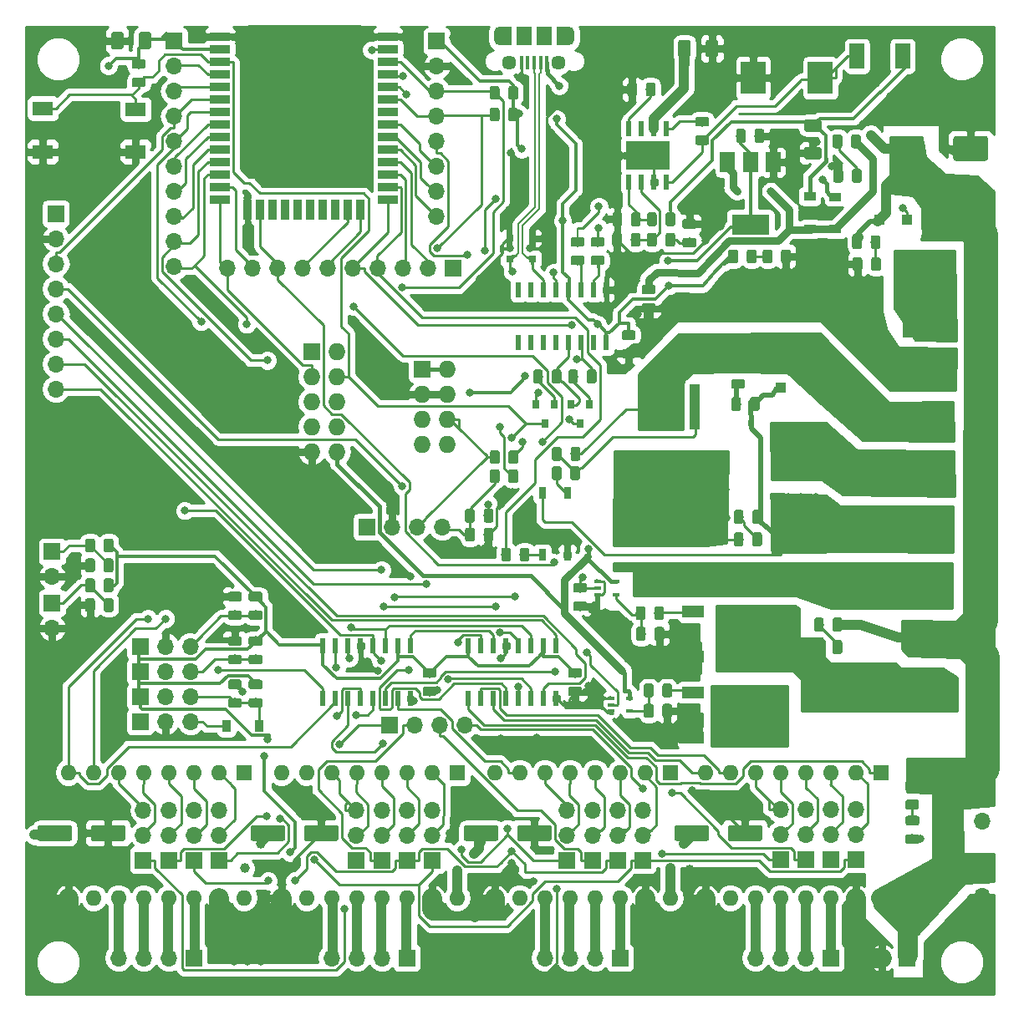
<source format=gtl>
G04 #@! TF.GenerationSoftware,KiCad,Pcbnew,5.0.2-bee76a0~70~ubuntu18.04.1*
G04 #@! TF.CreationDate,2019-06-18T09:22:54+09:00*
G04 #@! TF.ProjectId,MRR_ESPE,4d52525f-4553-4504-952e-6b696361645f,v0.2*
G04 #@! TF.SameCoordinates,Original*
G04 #@! TF.FileFunction,Copper,L1,Top*
G04 #@! TF.FilePolarity,Positive*
%FSLAX46Y46*%
G04 Gerber Fmt 4.6, Leading zero omitted, Abs format (unit mm)*
G04 Created by KiCad (PCBNEW 5.0.2-bee76a0~70~ubuntu18.04.1) date Tue 18 Jun 2019 09:22:54 AM JST*
%MOMM*%
%LPD*%
G01*
G04 APERTURE LIST*
G04 #@! TA.AperFunction,ComponentPad*
%ADD10R,1.700000X1.700000*%
G04 #@! TD*
G04 #@! TA.AperFunction,ComponentPad*
%ADD11O,1.700000X1.700000*%
G04 #@! TD*
G04 #@! TA.AperFunction,SMDPad,CuDef*
%ADD12R,2.100000X1.450000*%
G04 #@! TD*
G04 #@! TA.AperFunction,SMDPad,CuDef*
%ADD13R,1.500000X1.900000*%
G04 #@! TD*
G04 #@! TA.AperFunction,ComponentPad*
%ADD14C,1.450000*%
G04 #@! TD*
G04 #@! TA.AperFunction,SMDPad,CuDef*
%ADD15R,0.400000X1.350000*%
G04 #@! TD*
G04 #@! TA.AperFunction,ComponentPad*
%ADD16O,1.200000X1.900000*%
G04 #@! TD*
G04 #@! TA.AperFunction,SMDPad,CuDef*
%ADD17R,1.200000X1.900000*%
G04 #@! TD*
G04 #@! TA.AperFunction,ComponentPad*
%ADD18O,1.727200X1.727200*%
G04 #@! TD*
G04 #@! TA.AperFunction,ComponentPad*
%ADD19R,1.727200X1.727200*%
G04 #@! TD*
G04 #@! TA.AperFunction,Conductor*
%ADD20C,0.100000*%
G04 #@! TD*
G04 #@! TA.AperFunction,SMDPad,CuDef*
%ADD21C,0.975000*%
G04 #@! TD*
G04 #@! TA.AperFunction,SMDPad,CuDef*
%ADD22C,2.500000*%
G04 #@! TD*
G04 #@! TA.AperFunction,SMDPad,CuDef*
%ADD23C,1.250000*%
G04 #@! TD*
G04 #@! TA.AperFunction,SMDPad,CuDef*
%ADD24C,1.600000*%
G04 #@! TD*
G04 #@! TA.AperFunction,ComponentPad*
%ADD25C,2.600000*%
G04 #@! TD*
G04 #@! TA.AperFunction,ComponentPad*
%ADD26R,2.600000X2.600000*%
G04 #@! TD*
G04 #@! TA.AperFunction,SMDPad,CuDef*
%ADD27R,10.800000X9.400000*%
G04 #@! TD*
G04 #@! TA.AperFunction,SMDPad,CuDef*
%ADD28R,1.100000X4.600000*%
G04 #@! TD*
G04 #@! TA.AperFunction,SMDPad,CuDef*
%ADD29R,6.400000X5.800000*%
G04 #@! TD*
G04 #@! TA.AperFunction,SMDPad,CuDef*
%ADD30R,2.200000X1.200000*%
G04 #@! TD*
G04 #@! TA.AperFunction,SMDPad,CuDef*
%ADD31R,0.800000X0.900000*%
G04 #@! TD*
G04 #@! TA.AperFunction,SMDPad,CuDef*
%ADD32R,2.000000X0.900000*%
G04 #@! TD*
G04 #@! TA.AperFunction,SMDPad,CuDef*
%ADD33R,0.900000X2.000000*%
G04 #@! TD*
G04 #@! TA.AperFunction,SMDPad,CuDef*
%ADD34R,5.000000X5.000000*%
G04 #@! TD*
G04 #@! TA.AperFunction,ViaPad*
%ADD35C,0.600000*%
G04 #@! TD*
G04 #@! TA.AperFunction,SMDPad,CuDef*
%ADD36R,0.600000X1.550000*%
G04 #@! TD*
G04 #@! TA.AperFunction,Conductor*
%ADD37R,4.500000X2.950000*%
G04 #@! TD*
G04 #@! TA.AperFunction,SMDPad,CuDef*
%ADD38R,3.100000X2.600000*%
G04 #@! TD*
G04 #@! TA.AperFunction,SMDPad,CuDef*
%ADD39R,0.600000X1.500000*%
G04 #@! TD*
G04 #@! TA.AperFunction,SMDPad,CuDef*
%ADD40R,1.500000X2.000000*%
G04 #@! TD*
G04 #@! TA.AperFunction,SMDPad,CuDef*
%ADD41R,3.800000X2.000000*%
G04 #@! TD*
G04 #@! TA.AperFunction,ComponentPad*
%ADD42O,1.600000X1.600000*%
G04 #@! TD*
G04 #@! TA.AperFunction,ComponentPad*
%ADD43R,1.600000X1.600000*%
G04 #@! TD*
G04 #@! TA.AperFunction,SMDPad,CuDef*
%ADD44R,3.150000X1.960000*%
G04 #@! TD*
G04 #@! TA.AperFunction,SMDPad,CuDef*
%ADD45R,1.500000X2.500000*%
G04 #@! TD*
G04 #@! TA.AperFunction,SMDPad,CuDef*
%ADD46R,2.500000X3.300000*%
G04 #@! TD*
G04 #@! TA.AperFunction,SMDPad,CuDef*
%ADD47R,0.900000X1.200000*%
G04 #@! TD*
G04 #@! TA.AperFunction,SMDPad,CuDef*
%ADD48R,1.100000X1.100000*%
G04 #@! TD*
G04 #@! TA.AperFunction,SMDPad,CuDef*
%ADD49R,0.800000X0.800000*%
G04 #@! TD*
G04 #@! TA.AperFunction,SMDPad,CuDef*
%ADD50R,0.800000X1.200000*%
G04 #@! TD*
G04 #@! TA.AperFunction,SMDPad,CuDef*
%ADD51R,0.650000X0.400000*%
G04 #@! TD*
G04 #@! TA.AperFunction,SMDPad,CuDef*
%ADD52R,1.200000X0.900000*%
G04 #@! TD*
G04 #@! TA.AperFunction,SMDPad,CuDef*
%ADD53R,5.650000X3.790000*%
G04 #@! TD*
G04 #@! TA.AperFunction,ViaPad*
%ADD54C,0.800000*%
G04 #@! TD*
G04 #@! TA.AperFunction,ViaPad*
%ADD55C,1.000000*%
G04 #@! TD*
G04 #@! TA.AperFunction,Conductor*
%ADD56C,1.000000*%
G04 #@! TD*
G04 #@! TA.AperFunction,Conductor*
%ADD57C,0.250000*%
G04 #@! TD*
G04 #@! TA.AperFunction,Conductor*
%ADD58C,2.000000*%
G04 #@! TD*
G04 #@! TA.AperFunction,Conductor*
%ADD59C,0.500000*%
G04 #@! TD*
G04 #@! TA.AperFunction,Conductor*
%ADD60C,3.500000*%
G04 #@! TD*
G04 #@! TA.AperFunction,Conductor*
%ADD61C,0.300000*%
G04 #@! TD*
G04 #@! TA.AperFunction,Conductor*
%ADD62C,0.400000*%
G04 #@! TD*
G04 #@! TA.AperFunction,Conductor*
%ADD63C,0.800000*%
G04 #@! TD*
G04 #@! TA.AperFunction,Conductor*
%ADD64C,4.000000*%
G04 #@! TD*
G04 #@! TA.AperFunction,Conductor*
%ADD65C,0.200000*%
G04 #@! TD*
G04 #@! TA.AperFunction,Conductor*
%ADD66C,0.254000*%
G04 #@! TD*
G04 APERTURE END LIST*
D10*
G04 #@! TO.P,J25,1*
G04 #@! TO.N,+3V3*
X48768000Y-56642000D03*
D11*
G04 #@! TO.P,J25,2*
G04 #@! TO.N,GND*
X48768000Y-59182000D03*
G04 #@! TO.P,J25,3*
G04 #@! TO.N,IO34*
X48768000Y-61722000D03*
G04 #@! TO.P,J25,4*
G04 #@! TO.N,Q140*
X48768000Y-64262000D03*
G04 #@! TO.P,J25,5*
G04 #@! TO.N,Q141*
X48768000Y-66802000D03*
G04 #@! TO.P,J25,6*
G04 #@! TO.N,Q142*
X48768000Y-69342000D03*
G04 #@! TO.P,J25,7*
G04 #@! TO.N,Q143*
X48768000Y-71882000D03*
G04 #@! TO.P,J25,8*
G04 #@! TO.N,SER*
X48768000Y-74422000D03*
G04 #@! TD*
D12*
G04 #@! TO.P,SW1,2*
G04 #@! TO.N,EN*
X56862000Y-46068900D03*
X47462000Y-45968900D03*
G04 #@! TO.P,SW1,1*
G04 #@! TO.N,GND*
X47462000Y-50368900D03*
X56862000Y-50368900D03*
G04 #@! TD*
D13*
G04 #@! TO.P,J16,6*
G04 #@! TO.N,N/C*
X96212000Y-38640500D03*
D14*
X99712000Y-41340500D03*
D15*
G04 #@! TO.P,J16,2*
G04 #@! TO.N,/D-*
X97862000Y-41340500D03*
G04 #@! TO.P,J16,1*
G04 #@! TO.N,VUSB*
X98512000Y-41340500D03*
G04 #@! TO.P,J16,5*
G04 #@! TO.N,GND*
X95912000Y-41340500D03*
G04 #@! TO.P,J16,4*
G04 #@! TO.N,N/C*
X96562000Y-41340500D03*
G04 #@! TO.P,J16,3*
G04 #@! TO.N,/D+*
X97212000Y-41340500D03*
D14*
G04 #@! TO.P,J16,6*
G04 #@! TO.N,N/C*
X94712000Y-41340500D03*
D13*
X98212000Y-38640500D03*
D16*
X100712000Y-38640500D03*
X93712000Y-38640500D03*
D17*
X94312000Y-38640500D03*
X100112000Y-38640500D03*
G04 #@! TD*
D18*
G04 #@! TO.P,J15,8*
G04 #@! TO.N,Net-(J15-Pad8)*
X88392000Y-80010000D03*
G04 #@! TO.P,J15,7*
G04 #@! TO.N,N/C*
X85852000Y-80010000D03*
G04 #@! TO.P,J15,6*
G04 #@! TO.N,UARTD+*
X88392000Y-77470000D03*
G04 #@! TO.P,J15,5*
G04 #@! TO.N,N/C*
X85852000Y-77470000D03*
G04 #@! TO.P,J15,4*
G04 #@! TO.N,GND*
X88392000Y-74930000D03*
G04 #@! TO.P,J15,3*
X85852000Y-74930000D03*
G04 #@! TO.P,J15,2*
G04 #@! TO.N,+5V*
X88392000Y-72390000D03*
D19*
G04 #@! TO.P,J15,1*
X85852000Y-72390000D03*
G04 #@! TD*
D20*
G04 #@! TO.N,X_MIN*
G04 #@! TO.C,C1*
G36*
X67380142Y-96851174D02*
X67403803Y-96854684D01*
X67427007Y-96860496D01*
X67449529Y-96868554D01*
X67471153Y-96878782D01*
X67491670Y-96891079D01*
X67510883Y-96905329D01*
X67528607Y-96921393D01*
X67544671Y-96939117D01*
X67558921Y-96958330D01*
X67571218Y-96978847D01*
X67581446Y-97000471D01*
X67589504Y-97022993D01*
X67595316Y-97046197D01*
X67598826Y-97069858D01*
X67600000Y-97093750D01*
X67600000Y-97581250D01*
X67598826Y-97605142D01*
X67595316Y-97628803D01*
X67589504Y-97652007D01*
X67581446Y-97674529D01*
X67571218Y-97696153D01*
X67558921Y-97716670D01*
X67544671Y-97735883D01*
X67528607Y-97753607D01*
X67510883Y-97769671D01*
X67491670Y-97783921D01*
X67471153Y-97796218D01*
X67449529Y-97806446D01*
X67427007Y-97814504D01*
X67403803Y-97820316D01*
X67380142Y-97823826D01*
X67356250Y-97825000D01*
X66443750Y-97825000D01*
X66419858Y-97823826D01*
X66396197Y-97820316D01*
X66372993Y-97814504D01*
X66350471Y-97806446D01*
X66328847Y-97796218D01*
X66308330Y-97783921D01*
X66289117Y-97769671D01*
X66271393Y-97753607D01*
X66255329Y-97735883D01*
X66241079Y-97716670D01*
X66228782Y-97696153D01*
X66218554Y-97674529D01*
X66210496Y-97652007D01*
X66204684Y-97628803D01*
X66201174Y-97605142D01*
X66200000Y-97581250D01*
X66200000Y-97093750D01*
X66201174Y-97069858D01*
X66204684Y-97046197D01*
X66210496Y-97022993D01*
X66218554Y-97000471D01*
X66228782Y-96978847D01*
X66241079Y-96958330D01*
X66255329Y-96939117D01*
X66271393Y-96921393D01*
X66289117Y-96905329D01*
X66308330Y-96891079D01*
X66328847Y-96878782D01*
X66350471Y-96868554D01*
X66372993Y-96860496D01*
X66396197Y-96854684D01*
X66419858Y-96851174D01*
X66443750Y-96850000D01*
X67356250Y-96850000D01*
X67380142Y-96851174D01*
X67380142Y-96851174D01*
G37*
D21*
G04 #@! TD*
G04 #@! TO.P,C1,2*
G04 #@! TO.N,X_MIN*
X66900000Y-97337500D03*
D20*
G04 #@! TO.N,GND*
G04 #@! TO.C,C1*
G36*
X67380142Y-94976174D02*
X67403803Y-94979684D01*
X67427007Y-94985496D01*
X67449529Y-94993554D01*
X67471153Y-95003782D01*
X67491670Y-95016079D01*
X67510883Y-95030329D01*
X67528607Y-95046393D01*
X67544671Y-95064117D01*
X67558921Y-95083330D01*
X67571218Y-95103847D01*
X67581446Y-95125471D01*
X67589504Y-95147993D01*
X67595316Y-95171197D01*
X67598826Y-95194858D01*
X67600000Y-95218750D01*
X67600000Y-95706250D01*
X67598826Y-95730142D01*
X67595316Y-95753803D01*
X67589504Y-95777007D01*
X67581446Y-95799529D01*
X67571218Y-95821153D01*
X67558921Y-95841670D01*
X67544671Y-95860883D01*
X67528607Y-95878607D01*
X67510883Y-95894671D01*
X67491670Y-95908921D01*
X67471153Y-95921218D01*
X67449529Y-95931446D01*
X67427007Y-95939504D01*
X67403803Y-95945316D01*
X67380142Y-95948826D01*
X67356250Y-95950000D01*
X66443750Y-95950000D01*
X66419858Y-95948826D01*
X66396197Y-95945316D01*
X66372993Y-95939504D01*
X66350471Y-95931446D01*
X66328847Y-95921218D01*
X66308330Y-95908921D01*
X66289117Y-95894671D01*
X66271393Y-95878607D01*
X66255329Y-95860883D01*
X66241079Y-95841670D01*
X66228782Y-95821153D01*
X66218554Y-95799529D01*
X66210496Y-95777007D01*
X66204684Y-95753803D01*
X66201174Y-95730142D01*
X66200000Y-95706250D01*
X66200000Y-95218750D01*
X66201174Y-95194858D01*
X66204684Y-95171197D01*
X66210496Y-95147993D01*
X66218554Y-95125471D01*
X66228782Y-95103847D01*
X66241079Y-95083330D01*
X66255329Y-95064117D01*
X66271393Y-95046393D01*
X66289117Y-95030329D01*
X66308330Y-95016079D01*
X66328847Y-95003782D01*
X66350471Y-94993554D01*
X66372993Y-94985496D01*
X66396197Y-94979684D01*
X66419858Y-94976174D01*
X66443750Y-94975000D01*
X67356250Y-94975000D01*
X67380142Y-94976174D01*
X67380142Y-94976174D01*
G37*
D21*
G04 #@! TD*
G04 #@! TO.P,C1,1*
G04 #@! TO.N,GND*
X66900000Y-95462500D03*
D20*
G04 #@! TO.N,Z_MIN*
G04 #@! TO.C,C2*
G36*
X67380142Y-105751174D02*
X67403803Y-105754684D01*
X67427007Y-105760496D01*
X67449529Y-105768554D01*
X67471153Y-105778782D01*
X67491670Y-105791079D01*
X67510883Y-105805329D01*
X67528607Y-105821393D01*
X67544671Y-105839117D01*
X67558921Y-105858330D01*
X67571218Y-105878847D01*
X67581446Y-105900471D01*
X67589504Y-105922993D01*
X67595316Y-105946197D01*
X67598826Y-105969858D01*
X67600000Y-105993750D01*
X67600000Y-106481250D01*
X67598826Y-106505142D01*
X67595316Y-106528803D01*
X67589504Y-106552007D01*
X67581446Y-106574529D01*
X67571218Y-106596153D01*
X67558921Y-106616670D01*
X67544671Y-106635883D01*
X67528607Y-106653607D01*
X67510883Y-106669671D01*
X67491670Y-106683921D01*
X67471153Y-106696218D01*
X67449529Y-106706446D01*
X67427007Y-106714504D01*
X67403803Y-106720316D01*
X67380142Y-106723826D01*
X67356250Y-106725000D01*
X66443750Y-106725000D01*
X66419858Y-106723826D01*
X66396197Y-106720316D01*
X66372993Y-106714504D01*
X66350471Y-106706446D01*
X66328847Y-106696218D01*
X66308330Y-106683921D01*
X66289117Y-106669671D01*
X66271393Y-106653607D01*
X66255329Y-106635883D01*
X66241079Y-106616670D01*
X66228782Y-106596153D01*
X66218554Y-106574529D01*
X66210496Y-106552007D01*
X66204684Y-106528803D01*
X66201174Y-106505142D01*
X66200000Y-106481250D01*
X66200000Y-105993750D01*
X66201174Y-105969858D01*
X66204684Y-105946197D01*
X66210496Y-105922993D01*
X66218554Y-105900471D01*
X66228782Y-105878847D01*
X66241079Y-105858330D01*
X66255329Y-105839117D01*
X66271393Y-105821393D01*
X66289117Y-105805329D01*
X66308330Y-105791079D01*
X66328847Y-105778782D01*
X66350471Y-105768554D01*
X66372993Y-105760496D01*
X66396197Y-105754684D01*
X66419858Y-105751174D01*
X66443750Y-105750000D01*
X67356250Y-105750000D01*
X67380142Y-105751174D01*
X67380142Y-105751174D01*
G37*
D21*
G04 #@! TD*
G04 #@! TO.P,C2,2*
G04 #@! TO.N,Z_MIN*
X66900000Y-106237500D03*
D20*
G04 #@! TO.N,GND*
G04 #@! TO.C,C2*
G36*
X67380142Y-103876174D02*
X67403803Y-103879684D01*
X67427007Y-103885496D01*
X67449529Y-103893554D01*
X67471153Y-103903782D01*
X67491670Y-103916079D01*
X67510883Y-103930329D01*
X67528607Y-103946393D01*
X67544671Y-103964117D01*
X67558921Y-103983330D01*
X67571218Y-104003847D01*
X67581446Y-104025471D01*
X67589504Y-104047993D01*
X67595316Y-104071197D01*
X67598826Y-104094858D01*
X67600000Y-104118750D01*
X67600000Y-104606250D01*
X67598826Y-104630142D01*
X67595316Y-104653803D01*
X67589504Y-104677007D01*
X67581446Y-104699529D01*
X67571218Y-104721153D01*
X67558921Y-104741670D01*
X67544671Y-104760883D01*
X67528607Y-104778607D01*
X67510883Y-104794671D01*
X67491670Y-104808921D01*
X67471153Y-104821218D01*
X67449529Y-104831446D01*
X67427007Y-104839504D01*
X67403803Y-104845316D01*
X67380142Y-104848826D01*
X67356250Y-104850000D01*
X66443750Y-104850000D01*
X66419858Y-104848826D01*
X66396197Y-104845316D01*
X66372993Y-104839504D01*
X66350471Y-104831446D01*
X66328847Y-104821218D01*
X66308330Y-104808921D01*
X66289117Y-104794671D01*
X66271393Y-104778607D01*
X66255329Y-104760883D01*
X66241079Y-104741670D01*
X66228782Y-104721153D01*
X66218554Y-104699529D01*
X66210496Y-104677007D01*
X66204684Y-104653803D01*
X66201174Y-104630142D01*
X66200000Y-104606250D01*
X66200000Y-104118750D01*
X66201174Y-104094858D01*
X66204684Y-104071197D01*
X66210496Y-104047993D01*
X66218554Y-104025471D01*
X66228782Y-104003847D01*
X66241079Y-103983330D01*
X66255329Y-103964117D01*
X66271393Y-103946393D01*
X66289117Y-103930329D01*
X66308330Y-103916079D01*
X66328847Y-103903782D01*
X66350471Y-103893554D01*
X66372993Y-103885496D01*
X66396197Y-103879684D01*
X66419858Y-103876174D01*
X66443750Y-103875000D01*
X67356250Y-103875000D01*
X67380142Y-103876174D01*
X67380142Y-103876174D01*
G37*
D21*
G04 #@! TD*
G04 #@! TO.P,C2,1*
G04 #@! TO.N,GND*
X66900000Y-104362500D03*
D20*
G04 #@! TO.N,Y_MIN*
G04 #@! TO.C,C3*
G36*
X67380142Y-101351174D02*
X67403803Y-101354684D01*
X67427007Y-101360496D01*
X67449529Y-101368554D01*
X67471153Y-101378782D01*
X67491670Y-101391079D01*
X67510883Y-101405329D01*
X67528607Y-101421393D01*
X67544671Y-101439117D01*
X67558921Y-101458330D01*
X67571218Y-101478847D01*
X67581446Y-101500471D01*
X67589504Y-101522993D01*
X67595316Y-101546197D01*
X67598826Y-101569858D01*
X67600000Y-101593750D01*
X67600000Y-102081250D01*
X67598826Y-102105142D01*
X67595316Y-102128803D01*
X67589504Y-102152007D01*
X67581446Y-102174529D01*
X67571218Y-102196153D01*
X67558921Y-102216670D01*
X67544671Y-102235883D01*
X67528607Y-102253607D01*
X67510883Y-102269671D01*
X67491670Y-102283921D01*
X67471153Y-102296218D01*
X67449529Y-102306446D01*
X67427007Y-102314504D01*
X67403803Y-102320316D01*
X67380142Y-102323826D01*
X67356250Y-102325000D01*
X66443750Y-102325000D01*
X66419858Y-102323826D01*
X66396197Y-102320316D01*
X66372993Y-102314504D01*
X66350471Y-102306446D01*
X66328847Y-102296218D01*
X66308330Y-102283921D01*
X66289117Y-102269671D01*
X66271393Y-102253607D01*
X66255329Y-102235883D01*
X66241079Y-102216670D01*
X66228782Y-102196153D01*
X66218554Y-102174529D01*
X66210496Y-102152007D01*
X66204684Y-102128803D01*
X66201174Y-102105142D01*
X66200000Y-102081250D01*
X66200000Y-101593750D01*
X66201174Y-101569858D01*
X66204684Y-101546197D01*
X66210496Y-101522993D01*
X66218554Y-101500471D01*
X66228782Y-101478847D01*
X66241079Y-101458330D01*
X66255329Y-101439117D01*
X66271393Y-101421393D01*
X66289117Y-101405329D01*
X66308330Y-101391079D01*
X66328847Y-101378782D01*
X66350471Y-101368554D01*
X66372993Y-101360496D01*
X66396197Y-101354684D01*
X66419858Y-101351174D01*
X66443750Y-101350000D01*
X67356250Y-101350000D01*
X67380142Y-101351174D01*
X67380142Y-101351174D01*
G37*
D21*
G04 #@! TD*
G04 #@! TO.P,C3,2*
G04 #@! TO.N,Y_MIN*
X66900000Y-101837500D03*
D20*
G04 #@! TO.N,GND*
G04 #@! TO.C,C3*
G36*
X67380142Y-99476174D02*
X67403803Y-99479684D01*
X67427007Y-99485496D01*
X67449529Y-99493554D01*
X67471153Y-99503782D01*
X67491670Y-99516079D01*
X67510883Y-99530329D01*
X67528607Y-99546393D01*
X67544671Y-99564117D01*
X67558921Y-99583330D01*
X67571218Y-99603847D01*
X67581446Y-99625471D01*
X67589504Y-99647993D01*
X67595316Y-99671197D01*
X67598826Y-99694858D01*
X67600000Y-99718750D01*
X67600000Y-100206250D01*
X67598826Y-100230142D01*
X67595316Y-100253803D01*
X67589504Y-100277007D01*
X67581446Y-100299529D01*
X67571218Y-100321153D01*
X67558921Y-100341670D01*
X67544671Y-100360883D01*
X67528607Y-100378607D01*
X67510883Y-100394671D01*
X67491670Y-100408921D01*
X67471153Y-100421218D01*
X67449529Y-100431446D01*
X67427007Y-100439504D01*
X67403803Y-100445316D01*
X67380142Y-100448826D01*
X67356250Y-100450000D01*
X66443750Y-100450000D01*
X66419858Y-100448826D01*
X66396197Y-100445316D01*
X66372993Y-100439504D01*
X66350471Y-100431446D01*
X66328847Y-100421218D01*
X66308330Y-100408921D01*
X66289117Y-100394671D01*
X66271393Y-100378607D01*
X66255329Y-100360883D01*
X66241079Y-100341670D01*
X66228782Y-100321153D01*
X66218554Y-100299529D01*
X66210496Y-100277007D01*
X66204684Y-100253803D01*
X66201174Y-100230142D01*
X66200000Y-100206250D01*
X66200000Y-99718750D01*
X66201174Y-99694858D01*
X66204684Y-99671197D01*
X66210496Y-99647993D01*
X66218554Y-99625471D01*
X66228782Y-99603847D01*
X66241079Y-99583330D01*
X66255329Y-99564117D01*
X66271393Y-99546393D01*
X66289117Y-99530329D01*
X66308330Y-99516079D01*
X66328847Y-99503782D01*
X66350471Y-99493554D01*
X66372993Y-99485496D01*
X66396197Y-99479684D01*
X66419858Y-99476174D01*
X66443750Y-99475000D01*
X67356250Y-99475000D01*
X67380142Y-99476174D01*
X67380142Y-99476174D01*
G37*
D21*
G04 #@! TD*
G04 #@! TO.P,C3,1*
G04 #@! TO.N,GND*
X66900000Y-99962500D03*
D20*
G04 #@! TO.N,GND*
G04 #@! TO.C,C4*
G36*
X142949504Y-48801204D02*
X142973773Y-48804804D01*
X142997571Y-48810765D01*
X143020671Y-48819030D01*
X143042849Y-48829520D01*
X143063893Y-48842133D01*
X143083598Y-48856747D01*
X143101777Y-48873223D01*
X143118253Y-48891402D01*
X143132867Y-48911107D01*
X143145480Y-48932151D01*
X143155970Y-48954329D01*
X143164235Y-48977429D01*
X143170196Y-49001227D01*
X143173796Y-49025496D01*
X143175000Y-49050000D01*
X143175000Y-51050000D01*
X143173796Y-51074504D01*
X143170196Y-51098773D01*
X143164235Y-51122571D01*
X143155970Y-51145671D01*
X143145480Y-51167849D01*
X143132867Y-51188893D01*
X143118253Y-51208598D01*
X143101777Y-51226777D01*
X143083598Y-51243253D01*
X143063893Y-51257867D01*
X143042849Y-51270480D01*
X143020671Y-51280970D01*
X142997571Y-51289235D01*
X142973773Y-51295196D01*
X142949504Y-51298796D01*
X142925000Y-51300000D01*
X139925000Y-51300000D01*
X139900496Y-51298796D01*
X139876227Y-51295196D01*
X139852429Y-51289235D01*
X139829329Y-51280970D01*
X139807151Y-51270480D01*
X139786107Y-51257867D01*
X139766402Y-51243253D01*
X139748223Y-51226777D01*
X139731747Y-51208598D01*
X139717133Y-51188893D01*
X139704520Y-51167849D01*
X139694030Y-51145671D01*
X139685765Y-51122571D01*
X139679804Y-51098773D01*
X139676204Y-51074504D01*
X139675000Y-51050000D01*
X139675000Y-49050000D01*
X139676204Y-49025496D01*
X139679804Y-49001227D01*
X139685765Y-48977429D01*
X139694030Y-48954329D01*
X139704520Y-48932151D01*
X139717133Y-48911107D01*
X139731747Y-48891402D01*
X139748223Y-48873223D01*
X139766402Y-48856747D01*
X139786107Y-48842133D01*
X139807151Y-48829520D01*
X139829329Y-48819030D01*
X139852429Y-48810765D01*
X139876227Y-48804804D01*
X139900496Y-48801204D01*
X139925000Y-48800000D01*
X142925000Y-48800000D01*
X142949504Y-48801204D01*
X142949504Y-48801204D01*
G37*
D22*
G04 #@! TD*
G04 #@! TO.P,C4,2*
G04 #@! TO.N,GND*
X141425000Y-50050000D03*
D20*
G04 #@! TO.N,VIN*
G04 #@! TO.C,C4*
G36*
X136449504Y-48801204D02*
X136473773Y-48804804D01*
X136497571Y-48810765D01*
X136520671Y-48819030D01*
X136542849Y-48829520D01*
X136563893Y-48842133D01*
X136583598Y-48856747D01*
X136601777Y-48873223D01*
X136618253Y-48891402D01*
X136632867Y-48911107D01*
X136645480Y-48932151D01*
X136655970Y-48954329D01*
X136664235Y-48977429D01*
X136670196Y-49001227D01*
X136673796Y-49025496D01*
X136675000Y-49050000D01*
X136675000Y-51050000D01*
X136673796Y-51074504D01*
X136670196Y-51098773D01*
X136664235Y-51122571D01*
X136655970Y-51145671D01*
X136645480Y-51167849D01*
X136632867Y-51188893D01*
X136618253Y-51208598D01*
X136601777Y-51226777D01*
X136583598Y-51243253D01*
X136563893Y-51257867D01*
X136542849Y-51270480D01*
X136520671Y-51280970D01*
X136497571Y-51289235D01*
X136473773Y-51295196D01*
X136449504Y-51298796D01*
X136425000Y-51300000D01*
X133425000Y-51300000D01*
X133400496Y-51298796D01*
X133376227Y-51295196D01*
X133352429Y-51289235D01*
X133329329Y-51280970D01*
X133307151Y-51270480D01*
X133286107Y-51257867D01*
X133266402Y-51243253D01*
X133248223Y-51226777D01*
X133231747Y-51208598D01*
X133217133Y-51188893D01*
X133204520Y-51167849D01*
X133194030Y-51145671D01*
X133185765Y-51122571D01*
X133179804Y-51098773D01*
X133176204Y-51074504D01*
X133175000Y-51050000D01*
X133175000Y-49050000D01*
X133176204Y-49025496D01*
X133179804Y-49001227D01*
X133185765Y-48977429D01*
X133194030Y-48954329D01*
X133204520Y-48932151D01*
X133217133Y-48911107D01*
X133231747Y-48891402D01*
X133248223Y-48873223D01*
X133266402Y-48856747D01*
X133286107Y-48842133D01*
X133307151Y-48829520D01*
X133329329Y-48819030D01*
X133352429Y-48810765D01*
X133376227Y-48804804D01*
X133400496Y-48801204D01*
X133425000Y-48800000D01*
X136425000Y-48800000D01*
X136449504Y-48801204D01*
X136449504Y-48801204D01*
G37*
D22*
G04 #@! TD*
G04 #@! TO.P,C4,1*
G04 #@! TO.N,VIN*
X134925000Y-50050000D03*
D20*
G04 #@! TO.N,TEMP_BED_PIN*
G04 #@! TO.C,C5*
G36*
X54380142Y-95626174D02*
X54403803Y-95629684D01*
X54427007Y-95635496D01*
X54449529Y-95643554D01*
X54471153Y-95653782D01*
X54491670Y-95666079D01*
X54510883Y-95680329D01*
X54528607Y-95696393D01*
X54544671Y-95714117D01*
X54558921Y-95733330D01*
X54571218Y-95753847D01*
X54581446Y-95775471D01*
X54589504Y-95797993D01*
X54595316Y-95821197D01*
X54598826Y-95844858D01*
X54600000Y-95868750D01*
X54600000Y-96781250D01*
X54598826Y-96805142D01*
X54595316Y-96828803D01*
X54589504Y-96852007D01*
X54581446Y-96874529D01*
X54571218Y-96896153D01*
X54558921Y-96916670D01*
X54544671Y-96935883D01*
X54528607Y-96953607D01*
X54510883Y-96969671D01*
X54491670Y-96983921D01*
X54471153Y-96996218D01*
X54449529Y-97006446D01*
X54427007Y-97014504D01*
X54403803Y-97020316D01*
X54380142Y-97023826D01*
X54356250Y-97025000D01*
X53868750Y-97025000D01*
X53844858Y-97023826D01*
X53821197Y-97020316D01*
X53797993Y-97014504D01*
X53775471Y-97006446D01*
X53753847Y-96996218D01*
X53733330Y-96983921D01*
X53714117Y-96969671D01*
X53696393Y-96953607D01*
X53680329Y-96935883D01*
X53666079Y-96916670D01*
X53653782Y-96896153D01*
X53643554Y-96874529D01*
X53635496Y-96852007D01*
X53629684Y-96828803D01*
X53626174Y-96805142D01*
X53625000Y-96781250D01*
X53625000Y-95868750D01*
X53626174Y-95844858D01*
X53629684Y-95821197D01*
X53635496Y-95797993D01*
X53643554Y-95775471D01*
X53653782Y-95753847D01*
X53666079Y-95733330D01*
X53680329Y-95714117D01*
X53696393Y-95696393D01*
X53714117Y-95680329D01*
X53733330Y-95666079D01*
X53753847Y-95653782D01*
X53775471Y-95643554D01*
X53797993Y-95635496D01*
X53821197Y-95629684D01*
X53844858Y-95626174D01*
X53868750Y-95625000D01*
X54356250Y-95625000D01*
X54380142Y-95626174D01*
X54380142Y-95626174D01*
G37*
D21*
G04 #@! TD*
G04 #@! TO.P,C5,2*
G04 #@! TO.N,TEMP_BED_PIN*
X54112500Y-96325000D03*
D20*
G04 #@! TO.N,GND*
G04 #@! TO.C,C5*
G36*
X52505142Y-95626174D02*
X52528803Y-95629684D01*
X52552007Y-95635496D01*
X52574529Y-95643554D01*
X52596153Y-95653782D01*
X52616670Y-95666079D01*
X52635883Y-95680329D01*
X52653607Y-95696393D01*
X52669671Y-95714117D01*
X52683921Y-95733330D01*
X52696218Y-95753847D01*
X52706446Y-95775471D01*
X52714504Y-95797993D01*
X52720316Y-95821197D01*
X52723826Y-95844858D01*
X52725000Y-95868750D01*
X52725000Y-96781250D01*
X52723826Y-96805142D01*
X52720316Y-96828803D01*
X52714504Y-96852007D01*
X52706446Y-96874529D01*
X52696218Y-96896153D01*
X52683921Y-96916670D01*
X52669671Y-96935883D01*
X52653607Y-96953607D01*
X52635883Y-96969671D01*
X52616670Y-96983921D01*
X52596153Y-96996218D01*
X52574529Y-97006446D01*
X52552007Y-97014504D01*
X52528803Y-97020316D01*
X52505142Y-97023826D01*
X52481250Y-97025000D01*
X51993750Y-97025000D01*
X51969858Y-97023826D01*
X51946197Y-97020316D01*
X51922993Y-97014504D01*
X51900471Y-97006446D01*
X51878847Y-96996218D01*
X51858330Y-96983921D01*
X51839117Y-96969671D01*
X51821393Y-96953607D01*
X51805329Y-96935883D01*
X51791079Y-96916670D01*
X51778782Y-96896153D01*
X51768554Y-96874529D01*
X51760496Y-96852007D01*
X51754684Y-96828803D01*
X51751174Y-96805142D01*
X51750000Y-96781250D01*
X51750000Y-95868750D01*
X51751174Y-95844858D01*
X51754684Y-95821197D01*
X51760496Y-95797993D01*
X51768554Y-95775471D01*
X51778782Y-95753847D01*
X51791079Y-95733330D01*
X51805329Y-95714117D01*
X51821393Y-95696393D01*
X51839117Y-95680329D01*
X51858330Y-95666079D01*
X51878847Y-95653782D01*
X51900471Y-95643554D01*
X51922993Y-95635496D01*
X51946197Y-95629684D01*
X51969858Y-95626174D01*
X51993750Y-95625000D01*
X52481250Y-95625000D01*
X52505142Y-95626174D01*
X52505142Y-95626174D01*
G37*
D21*
G04 #@! TD*
G04 #@! TO.P,C5,1*
G04 #@! TO.N,GND*
X52237500Y-96325000D03*
D20*
G04 #@! TO.N,TEMP_E0_PIN*
G04 #@! TO.C,C6*
G36*
X54380142Y-91601174D02*
X54403803Y-91604684D01*
X54427007Y-91610496D01*
X54449529Y-91618554D01*
X54471153Y-91628782D01*
X54491670Y-91641079D01*
X54510883Y-91655329D01*
X54528607Y-91671393D01*
X54544671Y-91689117D01*
X54558921Y-91708330D01*
X54571218Y-91728847D01*
X54581446Y-91750471D01*
X54589504Y-91772993D01*
X54595316Y-91796197D01*
X54598826Y-91819858D01*
X54600000Y-91843750D01*
X54600000Y-92756250D01*
X54598826Y-92780142D01*
X54595316Y-92803803D01*
X54589504Y-92827007D01*
X54581446Y-92849529D01*
X54571218Y-92871153D01*
X54558921Y-92891670D01*
X54544671Y-92910883D01*
X54528607Y-92928607D01*
X54510883Y-92944671D01*
X54491670Y-92958921D01*
X54471153Y-92971218D01*
X54449529Y-92981446D01*
X54427007Y-92989504D01*
X54403803Y-92995316D01*
X54380142Y-92998826D01*
X54356250Y-93000000D01*
X53868750Y-93000000D01*
X53844858Y-92998826D01*
X53821197Y-92995316D01*
X53797993Y-92989504D01*
X53775471Y-92981446D01*
X53753847Y-92971218D01*
X53733330Y-92958921D01*
X53714117Y-92944671D01*
X53696393Y-92928607D01*
X53680329Y-92910883D01*
X53666079Y-92891670D01*
X53653782Y-92871153D01*
X53643554Y-92849529D01*
X53635496Y-92827007D01*
X53629684Y-92803803D01*
X53626174Y-92780142D01*
X53625000Y-92756250D01*
X53625000Y-91843750D01*
X53626174Y-91819858D01*
X53629684Y-91796197D01*
X53635496Y-91772993D01*
X53643554Y-91750471D01*
X53653782Y-91728847D01*
X53666079Y-91708330D01*
X53680329Y-91689117D01*
X53696393Y-91671393D01*
X53714117Y-91655329D01*
X53733330Y-91641079D01*
X53753847Y-91628782D01*
X53775471Y-91618554D01*
X53797993Y-91610496D01*
X53821197Y-91604684D01*
X53844858Y-91601174D01*
X53868750Y-91600000D01*
X54356250Y-91600000D01*
X54380142Y-91601174D01*
X54380142Y-91601174D01*
G37*
D21*
G04 #@! TD*
G04 #@! TO.P,C6,2*
G04 #@! TO.N,TEMP_E0_PIN*
X54112500Y-92300000D03*
D20*
G04 #@! TO.N,GND*
G04 #@! TO.C,C6*
G36*
X52505142Y-91601174D02*
X52528803Y-91604684D01*
X52552007Y-91610496D01*
X52574529Y-91618554D01*
X52596153Y-91628782D01*
X52616670Y-91641079D01*
X52635883Y-91655329D01*
X52653607Y-91671393D01*
X52669671Y-91689117D01*
X52683921Y-91708330D01*
X52696218Y-91728847D01*
X52706446Y-91750471D01*
X52714504Y-91772993D01*
X52720316Y-91796197D01*
X52723826Y-91819858D01*
X52725000Y-91843750D01*
X52725000Y-92756250D01*
X52723826Y-92780142D01*
X52720316Y-92803803D01*
X52714504Y-92827007D01*
X52706446Y-92849529D01*
X52696218Y-92871153D01*
X52683921Y-92891670D01*
X52669671Y-92910883D01*
X52653607Y-92928607D01*
X52635883Y-92944671D01*
X52616670Y-92958921D01*
X52596153Y-92971218D01*
X52574529Y-92981446D01*
X52552007Y-92989504D01*
X52528803Y-92995316D01*
X52505142Y-92998826D01*
X52481250Y-93000000D01*
X51993750Y-93000000D01*
X51969858Y-92998826D01*
X51946197Y-92995316D01*
X51922993Y-92989504D01*
X51900471Y-92981446D01*
X51878847Y-92971218D01*
X51858330Y-92958921D01*
X51839117Y-92944671D01*
X51821393Y-92928607D01*
X51805329Y-92910883D01*
X51791079Y-92891670D01*
X51778782Y-92871153D01*
X51768554Y-92849529D01*
X51760496Y-92827007D01*
X51754684Y-92803803D01*
X51751174Y-92780142D01*
X51750000Y-92756250D01*
X51750000Y-91843750D01*
X51751174Y-91819858D01*
X51754684Y-91796197D01*
X51760496Y-91772993D01*
X51768554Y-91750471D01*
X51778782Y-91728847D01*
X51791079Y-91708330D01*
X51805329Y-91689117D01*
X51821393Y-91671393D01*
X51839117Y-91655329D01*
X51858330Y-91641079D01*
X51878847Y-91628782D01*
X51900471Y-91618554D01*
X51922993Y-91610496D01*
X51946197Y-91604684D01*
X51969858Y-91601174D01*
X51993750Y-91600000D01*
X52481250Y-91600000D01*
X52505142Y-91601174D01*
X52505142Y-91601174D01*
G37*
D21*
G04 #@! TD*
G04 #@! TO.P,C6,1*
G04 #@! TO.N,GND*
X52237500Y-92300000D03*
D20*
G04 #@! TO.N,VIN*
G04 #@! TO.C,C7*
G36*
X112824504Y-39051204D02*
X112848773Y-39054804D01*
X112872571Y-39060765D01*
X112895671Y-39069030D01*
X112917849Y-39079520D01*
X112938893Y-39092133D01*
X112958598Y-39106747D01*
X112976777Y-39123223D01*
X112993253Y-39141402D01*
X113007867Y-39161107D01*
X113020480Y-39182151D01*
X113030970Y-39204329D01*
X113039235Y-39227429D01*
X113045196Y-39251227D01*
X113048796Y-39275496D01*
X113050000Y-39300000D01*
X113050000Y-40550000D01*
X113048796Y-40574504D01*
X113045196Y-40598773D01*
X113039235Y-40622571D01*
X113030970Y-40645671D01*
X113020480Y-40667849D01*
X113007867Y-40688893D01*
X112993253Y-40708598D01*
X112976777Y-40726777D01*
X112958598Y-40743253D01*
X112938893Y-40757867D01*
X112917849Y-40770480D01*
X112895671Y-40780970D01*
X112872571Y-40789235D01*
X112848773Y-40795196D01*
X112824504Y-40798796D01*
X112800000Y-40800000D01*
X112050000Y-40800000D01*
X112025496Y-40798796D01*
X112001227Y-40795196D01*
X111977429Y-40789235D01*
X111954329Y-40780970D01*
X111932151Y-40770480D01*
X111911107Y-40757867D01*
X111891402Y-40743253D01*
X111873223Y-40726777D01*
X111856747Y-40708598D01*
X111842133Y-40688893D01*
X111829520Y-40667849D01*
X111819030Y-40645671D01*
X111810765Y-40622571D01*
X111804804Y-40598773D01*
X111801204Y-40574504D01*
X111800000Y-40550000D01*
X111800000Y-39300000D01*
X111801204Y-39275496D01*
X111804804Y-39251227D01*
X111810765Y-39227429D01*
X111819030Y-39204329D01*
X111829520Y-39182151D01*
X111842133Y-39161107D01*
X111856747Y-39141402D01*
X111873223Y-39123223D01*
X111891402Y-39106747D01*
X111911107Y-39092133D01*
X111932151Y-39079520D01*
X111954329Y-39069030D01*
X111977429Y-39060765D01*
X112001227Y-39054804D01*
X112025496Y-39051204D01*
X112050000Y-39050000D01*
X112800000Y-39050000D01*
X112824504Y-39051204D01*
X112824504Y-39051204D01*
G37*
D23*
G04 #@! TD*
G04 #@! TO.P,C7,2*
G04 #@! TO.N,VIN*
X112425000Y-39925000D03*
D20*
G04 #@! TO.N,GND*
G04 #@! TO.C,C7*
G36*
X115624504Y-39051204D02*
X115648773Y-39054804D01*
X115672571Y-39060765D01*
X115695671Y-39069030D01*
X115717849Y-39079520D01*
X115738893Y-39092133D01*
X115758598Y-39106747D01*
X115776777Y-39123223D01*
X115793253Y-39141402D01*
X115807867Y-39161107D01*
X115820480Y-39182151D01*
X115830970Y-39204329D01*
X115839235Y-39227429D01*
X115845196Y-39251227D01*
X115848796Y-39275496D01*
X115850000Y-39300000D01*
X115850000Y-40550000D01*
X115848796Y-40574504D01*
X115845196Y-40598773D01*
X115839235Y-40622571D01*
X115830970Y-40645671D01*
X115820480Y-40667849D01*
X115807867Y-40688893D01*
X115793253Y-40708598D01*
X115776777Y-40726777D01*
X115758598Y-40743253D01*
X115738893Y-40757867D01*
X115717849Y-40770480D01*
X115695671Y-40780970D01*
X115672571Y-40789235D01*
X115648773Y-40795196D01*
X115624504Y-40798796D01*
X115600000Y-40800000D01*
X114850000Y-40800000D01*
X114825496Y-40798796D01*
X114801227Y-40795196D01*
X114777429Y-40789235D01*
X114754329Y-40780970D01*
X114732151Y-40770480D01*
X114711107Y-40757867D01*
X114691402Y-40743253D01*
X114673223Y-40726777D01*
X114656747Y-40708598D01*
X114642133Y-40688893D01*
X114629520Y-40667849D01*
X114619030Y-40645671D01*
X114610765Y-40622571D01*
X114604804Y-40598773D01*
X114601204Y-40574504D01*
X114600000Y-40550000D01*
X114600000Y-39300000D01*
X114601204Y-39275496D01*
X114604804Y-39251227D01*
X114610765Y-39227429D01*
X114619030Y-39204329D01*
X114629520Y-39182151D01*
X114642133Y-39161107D01*
X114656747Y-39141402D01*
X114673223Y-39123223D01*
X114691402Y-39106747D01*
X114711107Y-39092133D01*
X114732151Y-39079520D01*
X114754329Y-39069030D01*
X114777429Y-39060765D01*
X114801227Y-39054804D01*
X114825496Y-39051204D01*
X114850000Y-39050000D01*
X115600000Y-39050000D01*
X115624504Y-39051204D01*
X115624504Y-39051204D01*
G37*
D23*
G04 #@! TD*
G04 #@! TO.P,C7,1*
G04 #@! TO.N,GND*
X115225000Y-39925000D03*
D20*
G04 #@! TO.N,GND*
G04 #@! TO.C,C8*
G36*
X113410142Y-57216174D02*
X113433803Y-57219684D01*
X113457007Y-57225496D01*
X113479529Y-57233554D01*
X113501153Y-57243782D01*
X113521670Y-57256079D01*
X113540883Y-57270329D01*
X113558607Y-57286393D01*
X113574671Y-57304117D01*
X113588921Y-57323330D01*
X113601218Y-57343847D01*
X113611446Y-57365471D01*
X113619504Y-57387993D01*
X113625316Y-57411197D01*
X113628826Y-57434858D01*
X113630000Y-57458750D01*
X113630000Y-57946250D01*
X113628826Y-57970142D01*
X113625316Y-57993803D01*
X113619504Y-58017007D01*
X113611446Y-58039529D01*
X113601218Y-58061153D01*
X113588921Y-58081670D01*
X113574671Y-58100883D01*
X113558607Y-58118607D01*
X113540883Y-58134671D01*
X113521670Y-58148921D01*
X113501153Y-58161218D01*
X113479529Y-58171446D01*
X113457007Y-58179504D01*
X113433803Y-58185316D01*
X113410142Y-58188826D01*
X113386250Y-58190000D01*
X112473750Y-58190000D01*
X112449858Y-58188826D01*
X112426197Y-58185316D01*
X112402993Y-58179504D01*
X112380471Y-58171446D01*
X112358847Y-58161218D01*
X112338330Y-58148921D01*
X112319117Y-58134671D01*
X112301393Y-58118607D01*
X112285329Y-58100883D01*
X112271079Y-58081670D01*
X112258782Y-58061153D01*
X112248554Y-58039529D01*
X112240496Y-58017007D01*
X112234684Y-57993803D01*
X112231174Y-57970142D01*
X112230000Y-57946250D01*
X112230000Y-57458750D01*
X112231174Y-57434858D01*
X112234684Y-57411197D01*
X112240496Y-57387993D01*
X112248554Y-57365471D01*
X112258782Y-57343847D01*
X112271079Y-57323330D01*
X112285329Y-57304117D01*
X112301393Y-57286393D01*
X112319117Y-57270329D01*
X112338330Y-57256079D01*
X112358847Y-57243782D01*
X112380471Y-57233554D01*
X112402993Y-57225496D01*
X112426197Y-57219684D01*
X112449858Y-57216174D01*
X112473750Y-57215000D01*
X113386250Y-57215000D01*
X113410142Y-57216174D01*
X113410142Y-57216174D01*
G37*
D21*
G04 #@! TD*
G04 #@! TO.P,C8,2*
G04 #@! TO.N,GND*
X112930000Y-57702500D03*
D20*
G04 #@! TO.N,Net-(C8-Pad1)*
G04 #@! TO.C,C8*
G36*
X113410142Y-59091174D02*
X113433803Y-59094684D01*
X113457007Y-59100496D01*
X113479529Y-59108554D01*
X113501153Y-59118782D01*
X113521670Y-59131079D01*
X113540883Y-59145329D01*
X113558607Y-59161393D01*
X113574671Y-59179117D01*
X113588921Y-59198330D01*
X113601218Y-59218847D01*
X113611446Y-59240471D01*
X113619504Y-59262993D01*
X113625316Y-59286197D01*
X113628826Y-59309858D01*
X113630000Y-59333750D01*
X113630000Y-59821250D01*
X113628826Y-59845142D01*
X113625316Y-59868803D01*
X113619504Y-59892007D01*
X113611446Y-59914529D01*
X113601218Y-59936153D01*
X113588921Y-59956670D01*
X113574671Y-59975883D01*
X113558607Y-59993607D01*
X113540883Y-60009671D01*
X113521670Y-60023921D01*
X113501153Y-60036218D01*
X113479529Y-60046446D01*
X113457007Y-60054504D01*
X113433803Y-60060316D01*
X113410142Y-60063826D01*
X113386250Y-60065000D01*
X112473750Y-60065000D01*
X112449858Y-60063826D01*
X112426197Y-60060316D01*
X112402993Y-60054504D01*
X112380471Y-60046446D01*
X112358847Y-60036218D01*
X112338330Y-60023921D01*
X112319117Y-60009671D01*
X112301393Y-59993607D01*
X112285329Y-59975883D01*
X112271079Y-59956670D01*
X112258782Y-59936153D01*
X112248554Y-59914529D01*
X112240496Y-59892007D01*
X112234684Y-59868803D01*
X112231174Y-59845142D01*
X112230000Y-59821250D01*
X112230000Y-59333750D01*
X112231174Y-59309858D01*
X112234684Y-59286197D01*
X112240496Y-59262993D01*
X112248554Y-59240471D01*
X112258782Y-59218847D01*
X112271079Y-59198330D01*
X112285329Y-59179117D01*
X112301393Y-59161393D01*
X112319117Y-59145329D01*
X112338330Y-59131079D01*
X112358847Y-59118782D01*
X112380471Y-59108554D01*
X112402993Y-59100496D01*
X112426197Y-59094684D01*
X112449858Y-59091174D01*
X112473750Y-59090000D01*
X113386250Y-59090000D01*
X113410142Y-59091174D01*
X113410142Y-59091174D01*
G37*
D21*
G04 #@! TD*
G04 #@! TO.P,C8,1*
G04 #@! TO.N,Net-(C8-Pad1)*
X112930000Y-59577500D03*
D20*
G04 #@! TO.N,GND*
G04 #@! TO.C,C9*
G36*
X105880142Y-58601174D02*
X105903803Y-58604684D01*
X105927007Y-58610496D01*
X105949529Y-58618554D01*
X105971153Y-58628782D01*
X105991670Y-58641079D01*
X106010883Y-58655329D01*
X106028607Y-58671393D01*
X106044671Y-58689117D01*
X106058921Y-58708330D01*
X106071218Y-58728847D01*
X106081446Y-58750471D01*
X106089504Y-58772993D01*
X106095316Y-58796197D01*
X106098826Y-58819858D01*
X106100000Y-58843750D01*
X106100000Y-59756250D01*
X106098826Y-59780142D01*
X106095316Y-59803803D01*
X106089504Y-59827007D01*
X106081446Y-59849529D01*
X106071218Y-59871153D01*
X106058921Y-59891670D01*
X106044671Y-59910883D01*
X106028607Y-59928607D01*
X106010883Y-59944671D01*
X105991670Y-59958921D01*
X105971153Y-59971218D01*
X105949529Y-59981446D01*
X105927007Y-59989504D01*
X105903803Y-59995316D01*
X105880142Y-59998826D01*
X105856250Y-60000000D01*
X105368750Y-60000000D01*
X105344858Y-59998826D01*
X105321197Y-59995316D01*
X105297993Y-59989504D01*
X105275471Y-59981446D01*
X105253847Y-59971218D01*
X105233330Y-59958921D01*
X105214117Y-59944671D01*
X105196393Y-59928607D01*
X105180329Y-59910883D01*
X105166079Y-59891670D01*
X105153782Y-59871153D01*
X105143554Y-59849529D01*
X105135496Y-59827007D01*
X105129684Y-59803803D01*
X105126174Y-59780142D01*
X105125000Y-59756250D01*
X105125000Y-58843750D01*
X105126174Y-58819858D01*
X105129684Y-58796197D01*
X105135496Y-58772993D01*
X105143554Y-58750471D01*
X105153782Y-58728847D01*
X105166079Y-58708330D01*
X105180329Y-58689117D01*
X105196393Y-58671393D01*
X105214117Y-58655329D01*
X105233330Y-58641079D01*
X105253847Y-58628782D01*
X105275471Y-58618554D01*
X105297993Y-58610496D01*
X105321197Y-58604684D01*
X105344858Y-58601174D01*
X105368750Y-58600000D01*
X105856250Y-58600000D01*
X105880142Y-58601174D01*
X105880142Y-58601174D01*
G37*
D21*
G04 #@! TD*
G04 #@! TO.P,C9,2*
G04 #@! TO.N,GND*
X105612500Y-59300000D03*
D20*
G04 #@! TO.N,COMP*
G04 #@! TO.C,C9*
G36*
X107755142Y-58601174D02*
X107778803Y-58604684D01*
X107802007Y-58610496D01*
X107824529Y-58618554D01*
X107846153Y-58628782D01*
X107866670Y-58641079D01*
X107885883Y-58655329D01*
X107903607Y-58671393D01*
X107919671Y-58689117D01*
X107933921Y-58708330D01*
X107946218Y-58728847D01*
X107956446Y-58750471D01*
X107964504Y-58772993D01*
X107970316Y-58796197D01*
X107973826Y-58819858D01*
X107975000Y-58843750D01*
X107975000Y-59756250D01*
X107973826Y-59780142D01*
X107970316Y-59803803D01*
X107964504Y-59827007D01*
X107956446Y-59849529D01*
X107946218Y-59871153D01*
X107933921Y-59891670D01*
X107919671Y-59910883D01*
X107903607Y-59928607D01*
X107885883Y-59944671D01*
X107866670Y-59958921D01*
X107846153Y-59971218D01*
X107824529Y-59981446D01*
X107802007Y-59989504D01*
X107778803Y-59995316D01*
X107755142Y-59998826D01*
X107731250Y-60000000D01*
X107243750Y-60000000D01*
X107219858Y-59998826D01*
X107196197Y-59995316D01*
X107172993Y-59989504D01*
X107150471Y-59981446D01*
X107128847Y-59971218D01*
X107108330Y-59958921D01*
X107089117Y-59944671D01*
X107071393Y-59928607D01*
X107055329Y-59910883D01*
X107041079Y-59891670D01*
X107028782Y-59871153D01*
X107018554Y-59849529D01*
X107010496Y-59827007D01*
X107004684Y-59803803D01*
X107001174Y-59780142D01*
X107000000Y-59756250D01*
X107000000Y-58843750D01*
X107001174Y-58819858D01*
X107004684Y-58796197D01*
X107010496Y-58772993D01*
X107018554Y-58750471D01*
X107028782Y-58728847D01*
X107041079Y-58708330D01*
X107055329Y-58689117D01*
X107071393Y-58671393D01*
X107089117Y-58655329D01*
X107108330Y-58641079D01*
X107128847Y-58628782D01*
X107150471Y-58618554D01*
X107172993Y-58610496D01*
X107196197Y-58604684D01*
X107219858Y-58601174D01*
X107243750Y-58600000D01*
X107731250Y-58600000D01*
X107755142Y-58601174D01*
X107755142Y-58601174D01*
G37*
D21*
G04 #@! TD*
G04 #@! TO.P,C9,1*
G04 #@! TO.N,COMP*
X107487500Y-59300000D03*
D20*
G04 #@! TO.N,Net-(C10-Pad2)*
G04 #@! TO.C,C10*
G36*
X114705142Y-46851174D02*
X114728803Y-46854684D01*
X114752007Y-46860496D01*
X114774529Y-46868554D01*
X114796153Y-46878782D01*
X114816670Y-46891079D01*
X114835883Y-46905329D01*
X114853607Y-46921393D01*
X114869671Y-46939117D01*
X114883921Y-46958330D01*
X114896218Y-46978847D01*
X114906446Y-47000471D01*
X114914504Y-47022993D01*
X114920316Y-47046197D01*
X114923826Y-47069858D01*
X114925000Y-47093750D01*
X114925000Y-47581250D01*
X114923826Y-47605142D01*
X114920316Y-47628803D01*
X114914504Y-47652007D01*
X114906446Y-47674529D01*
X114896218Y-47696153D01*
X114883921Y-47716670D01*
X114869671Y-47735883D01*
X114853607Y-47753607D01*
X114835883Y-47769671D01*
X114816670Y-47783921D01*
X114796153Y-47796218D01*
X114774529Y-47806446D01*
X114752007Y-47814504D01*
X114728803Y-47820316D01*
X114705142Y-47823826D01*
X114681250Y-47825000D01*
X113768750Y-47825000D01*
X113744858Y-47823826D01*
X113721197Y-47820316D01*
X113697993Y-47814504D01*
X113675471Y-47806446D01*
X113653847Y-47796218D01*
X113633330Y-47783921D01*
X113614117Y-47769671D01*
X113596393Y-47753607D01*
X113580329Y-47735883D01*
X113566079Y-47716670D01*
X113553782Y-47696153D01*
X113543554Y-47674529D01*
X113535496Y-47652007D01*
X113529684Y-47628803D01*
X113526174Y-47605142D01*
X113525000Y-47581250D01*
X113525000Y-47093750D01*
X113526174Y-47069858D01*
X113529684Y-47046197D01*
X113535496Y-47022993D01*
X113543554Y-47000471D01*
X113553782Y-46978847D01*
X113566079Y-46958330D01*
X113580329Y-46939117D01*
X113596393Y-46921393D01*
X113614117Y-46905329D01*
X113633330Y-46891079D01*
X113653847Y-46878782D01*
X113675471Y-46868554D01*
X113697993Y-46860496D01*
X113721197Y-46854684D01*
X113744858Y-46851174D01*
X113768750Y-46850000D01*
X114681250Y-46850000D01*
X114705142Y-46851174D01*
X114705142Y-46851174D01*
G37*
D21*
G04 #@! TD*
G04 #@! TO.P,C10,2*
G04 #@! TO.N,Net-(C10-Pad2)*
X114225000Y-47337500D03*
D20*
G04 #@! TO.N,Net-(C10-Pad1)*
G04 #@! TO.C,C10*
G36*
X114705142Y-48726174D02*
X114728803Y-48729684D01*
X114752007Y-48735496D01*
X114774529Y-48743554D01*
X114796153Y-48753782D01*
X114816670Y-48766079D01*
X114835883Y-48780329D01*
X114853607Y-48796393D01*
X114869671Y-48814117D01*
X114883921Y-48833330D01*
X114896218Y-48853847D01*
X114906446Y-48875471D01*
X114914504Y-48897993D01*
X114920316Y-48921197D01*
X114923826Y-48944858D01*
X114925000Y-48968750D01*
X114925000Y-49456250D01*
X114923826Y-49480142D01*
X114920316Y-49503803D01*
X114914504Y-49527007D01*
X114906446Y-49549529D01*
X114896218Y-49571153D01*
X114883921Y-49591670D01*
X114869671Y-49610883D01*
X114853607Y-49628607D01*
X114835883Y-49644671D01*
X114816670Y-49658921D01*
X114796153Y-49671218D01*
X114774529Y-49681446D01*
X114752007Y-49689504D01*
X114728803Y-49695316D01*
X114705142Y-49698826D01*
X114681250Y-49700000D01*
X113768750Y-49700000D01*
X113744858Y-49698826D01*
X113721197Y-49695316D01*
X113697993Y-49689504D01*
X113675471Y-49681446D01*
X113653847Y-49671218D01*
X113633330Y-49658921D01*
X113614117Y-49644671D01*
X113596393Y-49628607D01*
X113580329Y-49610883D01*
X113566079Y-49591670D01*
X113553782Y-49571153D01*
X113543554Y-49549529D01*
X113535496Y-49527007D01*
X113529684Y-49503803D01*
X113526174Y-49480142D01*
X113525000Y-49456250D01*
X113525000Y-48968750D01*
X113526174Y-48944858D01*
X113529684Y-48921197D01*
X113535496Y-48897993D01*
X113543554Y-48875471D01*
X113553782Y-48853847D01*
X113566079Y-48833330D01*
X113580329Y-48814117D01*
X113596393Y-48796393D01*
X113614117Y-48780329D01*
X113633330Y-48766079D01*
X113653847Y-48753782D01*
X113675471Y-48743554D01*
X113697993Y-48735496D01*
X113721197Y-48729684D01*
X113744858Y-48726174D01*
X113768750Y-48725000D01*
X114681250Y-48725000D01*
X114705142Y-48726174D01*
X114705142Y-48726174D01*
G37*
D21*
G04 #@! TD*
G04 #@! TO.P,C10,1*
G04 #@! TO.N,Net-(C10-Pad1)*
X114225000Y-49212500D03*
D20*
G04 #@! TO.N,+3V3*
G04 #@! TO.C,C11*
G36*
X107280142Y-68476174D02*
X107303803Y-68479684D01*
X107327007Y-68485496D01*
X107349529Y-68493554D01*
X107371153Y-68503782D01*
X107391670Y-68516079D01*
X107410883Y-68530329D01*
X107428607Y-68546393D01*
X107444671Y-68564117D01*
X107458921Y-68583330D01*
X107471218Y-68603847D01*
X107481446Y-68625471D01*
X107489504Y-68647993D01*
X107495316Y-68671197D01*
X107498826Y-68694858D01*
X107500000Y-68718750D01*
X107500000Y-69206250D01*
X107498826Y-69230142D01*
X107495316Y-69253803D01*
X107489504Y-69277007D01*
X107481446Y-69299529D01*
X107471218Y-69321153D01*
X107458921Y-69341670D01*
X107444671Y-69360883D01*
X107428607Y-69378607D01*
X107410883Y-69394671D01*
X107391670Y-69408921D01*
X107371153Y-69421218D01*
X107349529Y-69431446D01*
X107327007Y-69439504D01*
X107303803Y-69445316D01*
X107280142Y-69448826D01*
X107256250Y-69450000D01*
X106343750Y-69450000D01*
X106319858Y-69448826D01*
X106296197Y-69445316D01*
X106272993Y-69439504D01*
X106250471Y-69431446D01*
X106228847Y-69421218D01*
X106208330Y-69408921D01*
X106189117Y-69394671D01*
X106171393Y-69378607D01*
X106155329Y-69360883D01*
X106141079Y-69341670D01*
X106128782Y-69321153D01*
X106118554Y-69299529D01*
X106110496Y-69277007D01*
X106104684Y-69253803D01*
X106101174Y-69230142D01*
X106100000Y-69206250D01*
X106100000Y-68718750D01*
X106101174Y-68694858D01*
X106104684Y-68671197D01*
X106110496Y-68647993D01*
X106118554Y-68625471D01*
X106128782Y-68603847D01*
X106141079Y-68583330D01*
X106155329Y-68564117D01*
X106171393Y-68546393D01*
X106189117Y-68530329D01*
X106208330Y-68516079D01*
X106228847Y-68503782D01*
X106250471Y-68493554D01*
X106272993Y-68485496D01*
X106296197Y-68479684D01*
X106319858Y-68476174D01*
X106343750Y-68475000D01*
X107256250Y-68475000D01*
X107280142Y-68476174D01*
X107280142Y-68476174D01*
G37*
D21*
G04 #@! TD*
G04 #@! TO.P,C11,2*
G04 #@! TO.N,+3V3*
X106800000Y-68962500D03*
D20*
G04 #@! TO.N,GND*
G04 #@! TO.C,C11*
G36*
X107280142Y-70351174D02*
X107303803Y-70354684D01*
X107327007Y-70360496D01*
X107349529Y-70368554D01*
X107371153Y-70378782D01*
X107391670Y-70391079D01*
X107410883Y-70405329D01*
X107428607Y-70421393D01*
X107444671Y-70439117D01*
X107458921Y-70458330D01*
X107471218Y-70478847D01*
X107481446Y-70500471D01*
X107489504Y-70522993D01*
X107495316Y-70546197D01*
X107498826Y-70569858D01*
X107500000Y-70593750D01*
X107500000Y-71081250D01*
X107498826Y-71105142D01*
X107495316Y-71128803D01*
X107489504Y-71152007D01*
X107481446Y-71174529D01*
X107471218Y-71196153D01*
X107458921Y-71216670D01*
X107444671Y-71235883D01*
X107428607Y-71253607D01*
X107410883Y-71269671D01*
X107391670Y-71283921D01*
X107371153Y-71296218D01*
X107349529Y-71306446D01*
X107327007Y-71314504D01*
X107303803Y-71320316D01*
X107280142Y-71323826D01*
X107256250Y-71325000D01*
X106343750Y-71325000D01*
X106319858Y-71323826D01*
X106296197Y-71320316D01*
X106272993Y-71314504D01*
X106250471Y-71306446D01*
X106228847Y-71296218D01*
X106208330Y-71283921D01*
X106189117Y-71269671D01*
X106171393Y-71253607D01*
X106155329Y-71235883D01*
X106141079Y-71216670D01*
X106128782Y-71196153D01*
X106118554Y-71174529D01*
X106110496Y-71152007D01*
X106104684Y-71128803D01*
X106101174Y-71105142D01*
X106100000Y-71081250D01*
X106100000Y-70593750D01*
X106101174Y-70569858D01*
X106104684Y-70546197D01*
X106110496Y-70522993D01*
X106118554Y-70500471D01*
X106128782Y-70478847D01*
X106141079Y-70458330D01*
X106155329Y-70439117D01*
X106171393Y-70421393D01*
X106189117Y-70405329D01*
X106208330Y-70391079D01*
X106228847Y-70378782D01*
X106250471Y-70368554D01*
X106272993Y-70360496D01*
X106296197Y-70354684D01*
X106319858Y-70351174D01*
X106343750Y-70350000D01*
X107256250Y-70350000D01*
X107280142Y-70351174D01*
X107280142Y-70351174D01*
G37*
D21*
G04 #@! TD*
G04 #@! TO.P,C11,1*
G04 #@! TO.N,GND*
X106800000Y-70837500D03*
D20*
G04 #@! TO.N,5V1*
G04 #@! TO.C,C12*
G36*
X126089504Y-47096204D02*
X126113773Y-47099804D01*
X126137571Y-47105765D01*
X126160671Y-47114030D01*
X126182849Y-47124520D01*
X126203893Y-47137133D01*
X126223598Y-47151747D01*
X126241777Y-47168223D01*
X126258253Y-47186402D01*
X126272867Y-47206107D01*
X126285480Y-47227151D01*
X126295970Y-47249329D01*
X126304235Y-47272429D01*
X126310196Y-47296227D01*
X126313796Y-47320496D01*
X126315000Y-47345000D01*
X126315000Y-48095000D01*
X126313796Y-48119504D01*
X126310196Y-48143773D01*
X126304235Y-48167571D01*
X126295970Y-48190671D01*
X126285480Y-48212849D01*
X126272867Y-48233893D01*
X126258253Y-48253598D01*
X126241777Y-48271777D01*
X126223598Y-48288253D01*
X126203893Y-48302867D01*
X126182849Y-48315480D01*
X126160671Y-48325970D01*
X126137571Y-48334235D01*
X126113773Y-48340196D01*
X126089504Y-48343796D01*
X126065000Y-48345000D01*
X124815000Y-48345000D01*
X124790496Y-48343796D01*
X124766227Y-48340196D01*
X124742429Y-48334235D01*
X124719329Y-48325970D01*
X124697151Y-48315480D01*
X124676107Y-48302867D01*
X124656402Y-48288253D01*
X124638223Y-48271777D01*
X124621747Y-48253598D01*
X124607133Y-48233893D01*
X124594520Y-48212849D01*
X124584030Y-48190671D01*
X124575765Y-48167571D01*
X124569804Y-48143773D01*
X124566204Y-48119504D01*
X124565000Y-48095000D01*
X124565000Y-47345000D01*
X124566204Y-47320496D01*
X124569804Y-47296227D01*
X124575765Y-47272429D01*
X124584030Y-47249329D01*
X124594520Y-47227151D01*
X124607133Y-47206107D01*
X124621747Y-47186402D01*
X124638223Y-47168223D01*
X124656402Y-47151747D01*
X124676107Y-47137133D01*
X124697151Y-47124520D01*
X124719329Y-47114030D01*
X124742429Y-47105765D01*
X124766227Y-47099804D01*
X124790496Y-47096204D01*
X124815000Y-47095000D01*
X126065000Y-47095000D01*
X126089504Y-47096204D01*
X126089504Y-47096204D01*
G37*
D23*
G04 #@! TD*
G04 #@! TO.P,C12,2*
G04 #@! TO.N,5V1*
X125440000Y-47720000D03*
D20*
G04 #@! TO.N,GND*
G04 #@! TO.C,C12*
G36*
X126089504Y-49896204D02*
X126113773Y-49899804D01*
X126137571Y-49905765D01*
X126160671Y-49914030D01*
X126182849Y-49924520D01*
X126203893Y-49937133D01*
X126223598Y-49951747D01*
X126241777Y-49968223D01*
X126258253Y-49986402D01*
X126272867Y-50006107D01*
X126285480Y-50027151D01*
X126295970Y-50049329D01*
X126304235Y-50072429D01*
X126310196Y-50096227D01*
X126313796Y-50120496D01*
X126315000Y-50145000D01*
X126315000Y-50895000D01*
X126313796Y-50919504D01*
X126310196Y-50943773D01*
X126304235Y-50967571D01*
X126295970Y-50990671D01*
X126285480Y-51012849D01*
X126272867Y-51033893D01*
X126258253Y-51053598D01*
X126241777Y-51071777D01*
X126223598Y-51088253D01*
X126203893Y-51102867D01*
X126182849Y-51115480D01*
X126160671Y-51125970D01*
X126137571Y-51134235D01*
X126113773Y-51140196D01*
X126089504Y-51143796D01*
X126065000Y-51145000D01*
X124815000Y-51145000D01*
X124790496Y-51143796D01*
X124766227Y-51140196D01*
X124742429Y-51134235D01*
X124719329Y-51125970D01*
X124697151Y-51115480D01*
X124676107Y-51102867D01*
X124656402Y-51088253D01*
X124638223Y-51071777D01*
X124621747Y-51053598D01*
X124607133Y-51033893D01*
X124594520Y-51012849D01*
X124584030Y-50990671D01*
X124575765Y-50967571D01*
X124569804Y-50943773D01*
X124566204Y-50919504D01*
X124565000Y-50895000D01*
X124565000Y-50145000D01*
X124566204Y-50120496D01*
X124569804Y-50096227D01*
X124575765Y-50072429D01*
X124584030Y-50049329D01*
X124594520Y-50027151D01*
X124607133Y-50006107D01*
X124621747Y-49986402D01*
X124638223Y-49968223D01*
X124656402Y-49951747D01*
X124676107Y-49937133D01*
X124697151Y-49924520D01*
X124719329Y-49914030D01*
X124742429Y-49905765D01*
X124766227Y-49899804D01*
X124790496Y-49896204D01*
X124815000Y-49895000D01*
X126065000Y-49895000D01*
X126089504Y-49896204D01*
X126089504Y-49896204D01*
G37*
D23*
G04 #@! TD*
G04 #@! TO.P,C12,1*
G04 #@! TO.N,GND*
X125440000Y-50520000D03*
D20*
G04 #@! TO.N,GND*
G04 #@! TO.C,C13*
G36*
X109280142Y-65726174D02*
X109303803Y-65729684D01*
X109327007Y-65735496D01*
X109349529Y-65743554D01*
X109371153Y-65753782D01*
X109391670Y-65766079D01*
X109410883Y-65780329D01*
X109428607Y-65796393D01*
X109444671Y-65814117D01*
X109458921Y-65833330D01*
X109471218Y-65853847D01*
X109481446Y-65875471D01*
X109489504Y-65897993D01*
X109495316Y-65921197D01*
X109498826Y-65944858D01*
X109500000Y-65968750D01*
X109500000Y-66456250D01*
X109498826Y-66480142D01*
X109495316Y-66503803D01*
X109489504Y-66527007D01*
X109481446Y-66549529D01*
X109471218Y-66571153D01*
X109458921Y-66591670D01*
X109444671Y-66610883D01*
X109428607Y-66628607D01*
X109410883Y-66644671D01*
X109391670Y-66658921D01*
X109371153Y-66671218D01*
X109349529Y-66681446D01*
X109327007Y-66689504D01*
X109303803Y-66695316D01*
X109280142Y-66698826D01*
X109256250Y-66700000D01*
X108343750Y-66700000D01*
X108319858Y-66698826D01*
X108296197Y-66695316D01*
X108272993Y-66689504D01*
X108250471Y-66681446D01*
X108228847Y-66671218D01*
X108208330Y-66658921D01*
X108189117Y-66644671D01*
X108171393Y-66628607D01*
X108155329Y-66610883D01*
X108141079Y-66591670D01*
X108128782Y-66571153D01*
X108118554Y-66549529D01*
X108110496Y-66527007D01*
X108104684Y-66503803D01*
X108101174Y-66480142D01*
X108100000Y-66456250D01*
X108100000Y-65968750D01*
X108101174Y-65944858D01*
X108104684Y-65921197D01*
X108110496Y-65897993D01*
X108118554Y-65875471D01*
X108128782Y-65853847D01*
X108141079Y-65833330D01*
X108155329Y-65814117D01*
X108171393Y-65796393D01*
X108189117Y-65780329D01*
X108208330Y-65766079D01*
X108228847Y-65753782D01*
X108250471Y-65743554D01*
X108272993Y-65735496D01*
X108296197Y-65729684D01*
X108319858Y-65726174D01*
X108343750Y-65725000D01*
X109256250Y-65725000D01*
X109280142Y-65726174D01*
X109280142Y-65726174D01*
G37*
D21*
G04 #@! TD*
G04 #@! TO.P,C13,2*
G04 #@! TO.N,GND*
X108800000Y-66212500D03*
D20*
G04 #@! TO.N,+5V*
G04 #@! TO.C,C13*
G36*
X109280142Y-63851174D02*
X109303803Y-63854684D01*
X109327007Y-63860496D01*
X109349529Y-63868554D01*
X109371153Y-63878782D01*
X109391670Y-63891079D01*
X109410883Y-63905329D01*
X109428607Y-63921393D01*
X109444671Y-63939117D01*
X109458921Y-63958330D01*
X109471218Y-63978847D01*
X109481446Y-64000471D01*
X109489504Y-64022993D01*
X109495316Y-64046197D01*
X109498826Y-64069858D01*
X109500000Y-64093750D01*
X109500000Y-64581250D01*
X109498826Y-64605142D01*
X109495316Y-64628803D01*
X109489504Y-64652007D01*
X109481446Y-64674529D01*
X109471218Y-64696153D01*
X109458921Y-64716670D01*
X109444671Y-64735883D01*
X109428607Y-64753607D01*
X109410883Y-64769671D01*
X109391670Y-64783921D01*
X109371153Y-64796218D01*
X109349529Y-64806446D01*
X109327007Y-64814504D01*
X109303803Y-64820316D01*
X109280142Y-64823826D01*
X109256250Y-64825000D01*
X108343750Y-64825000D01*
X108319858Y-64823826D01*
X108296197Y-64820316D01*
X108272993Y-64814504D01*
X108250471Y-64806446D01*
X108228847Y-64796218D01*
X108208330Y-64783921D01*
X108189117Y-64769671D01*
X108171393Y-64753607D01*
X108155329Y-64735883D01*
X108141079Y-64716670D01*
X108128782Y-64696153D01*
X108118554Y-64674529D01*
X108110496Y-64652007D01*
X108104684Y-64628803D01*
X108101174Y-64605142D01*
X108100000Y-64581250D01*
X108100000Y-64093750D01*
X108101174Y-64069858D01*
X108104684Y-64046197D01*
X108110496Y-64022993D01*
X108118554Y-64000471D01*
X108128782Y-63978847D01*
X108141079Y-63958330D01*
X108155329Y-63939117D01*
X108171393Y-63921393D01*
X108189117Y-63905329D01*
X108208330Y-63891079D01*
X108228847Y-63878782D01*
X108250471Y-63868554D01*
X108272993Y-63860496D01*
X108296197Y-63854684D01*
X108319858Y-63851174D01*
X108343750Y-63850000D01*
X109256250Y-63850000D01*
X109280142Y-63851174D01*
X109280142Y-63851174D01*
G37*
D21*
G04 #@! TD*
G04 #@! TO.P,C13,1*
G04 #@! TO.N,+5V*
X108800000Y-64337500D03*
D20*
G04 #@! TO.N,GND*
G04 #@! TO.C,C14*
G36*
X120295142Y-48061174D02*
X120318803Y-48064684D01*
X120342007Y-48070496D01*
X120364529Y-48078554D01*
X120386153Y-48088782D01*
X120406670Y-48101079D01*
X120425883Y-48115329D01*
X120443607Y-48131393D01*
X120459671Y-48149117D01*
X120473921Y-48168330D01*
X120486218Y-48188847D01*
X120496446Y-48210471D01*
X120504504Y-48232993D01*
X120510316Y-48256197D01*
X120513826Y-48279858D01*
X120515000Y-48303750D01*
X120515000Y-49216250D01*
X120513826Y-49240142D01*
X120510316Y-49263803D01*
X120504504Y-49287007D01*
X120496446Y-49309529D01*
X120486218Y-49331153D01*
X120473921Y-49351670D01*
X120459671Y-49370883D01*
X120443607Y-49388607D01*
X120425883Y-49404671D01*
X120406670Y-49418921D01*
X120386153Y-49431218D01*
X120364529Y-49441446D01*
X120342007Y-49449504D01*
X120318803Y-49455316D01*
X120295142Y-49458826D01*
X120271250Y-49460000D01*
X119783750Y-49460000D01*
X119759858Y-49458826D01*
X119736197Y-49455316D01*
X119712993Y-49449504D01*
X119690471Y-49441446D01*
X119668847Y-49431218D01*
X119648330Y-49418921D01*
X119629117Y-49404671D01*
X119611393Y-49388607D01*
X119595329Y-49370883D01*
X119581079Y-49351670D01*
X119568782Y-49331153D01*
X119558554Y-49309529D01*
X119550496Y-49287007D01*
X119544684Y-49263803D01*
X119541174Y-49240142D01*
X119540000Y-49216250D01*
X119540000Y-48303750D01*
X119541174Y-48279858D01*
X119544684Y-48256197D01*
X119550496Y-48232993D01*
X119558554Y-48210471D01*
X119568782Y-48188847D01*
X119581079Y-48168330D01*
X119595329Y-48149117D01*
X119611393Y-48131393D01*
X119629117Y-48115329D01*
X119648330Y-48101079D01*
X119668847Y-48088782D01*
X119690471Y-48078554D01*
X119712993Y-48070496D01*
X119736197Y-48064684D01*
X119759858Y-48061174D01*
X119783750Y-48060000D01*
X120271250Y-48060000D01*
X120295142Y-48061174D01*
X120295142Y-48061174D01*
G37*
D21*
G04 #@! TD*
G04 #@! TO.P,C14,2*
G04 #@! TO.N,GND*
X120027500Y-48760000D03*
D20*
G04 #@! TO.N,+3V3*
G04 #@! TO.C,C14*
G36*
X118420142Y-48061174D02*
X118443803Y-48064684D01*
X118467007Y-48070496D01*
X118489529Y-48078554D01*
X118511153Y-48088782D01*
X118531670Y-48101079D01*
X118550883Y-48115329D01*
X118568607Y-48131393D01*
X118584671Y-48149117D01*
X118598921Y-48168330D01*
X118611218Y-48188847D01*
X118621446Y-48210471D01*
X118629504Y-48232993D01*
X118635316Y-48256197D01*
X118638826Y-48279858D01*
X118640000Y-48303750D01*
X118640000Y-49216250D01*
X118638826Y-49240142D01*
X118635316Y-49263803D01*
X118629504Y-49287007D01*
X118621446Y-49309529D01*
X118611218Y-49331153D01*
X118598921Y-49351670D01*
X118584671Y-49370883D01*
X118568607Y-49388607D01*
X118550883Y-49404671D01*
X118531670Y-49418921D01*
X118511153Y-49431218D01*
X118489529Y-49441446D01*
X118467007Y-49449504D01*
X118443803Y-49455316D01*
X118420142Y-49458826D01*
X118396250Y-49460000D01*
X117908750Y-49460000D01*
X117884858Y-49458826D01*
X117861197Y-49455316D01*
X117837993Y-49449504D01*
X117815471Y-49441446D01*
X117793847Y-49431218D01*
X117773330Y-49418921D01*
X117754117Y-49404671D01*
X117736393Y-49388607D01*
X117720329Y-49370883D01*
X117706079Y-49351670D01*
X117693782Y-49331153D01*
X117683554Y-49309529D01*
X117675496Y-49287007D01*
X117669684Y-49263803D01*
X117666174Y-49240142D01*
X117665000Y-49216250D01*
X117665000Y-48303750D01*
X117666174Y-48279858D01*
X117669684Y-48256197D01*
X117675496Y-48232993D01*
X117683554Y-48210471D01*
X117693782Y-48188847D01*
X117706079Y-48168330D01*
X117720329Y-48149117D01*
X117736393Y-48131393D01*
X117754117Y-48115329D01*
X117773330Y-48101079D01*
X117793847Y-48088782D01*
X117815471Y-48078554D01*
X117837993Y-48070496D01*
X117861197Y-48064684D01*
X117884858Y-48061174D01*
X117908750Y-48060000D01*
X118396250Y-48060000D01*
X118420142Y-48061174D01*
X118420142Y-48061174D01*
G37*
D21*
G04 #@! TD*
G04 #@! TO.P,C14,1*
G04 #@! TO.N,+3V3*
X118152500Y-48760000D03*
D20*
G04 #@! TO.N,GND*
G04 #@! TO.C,C15*
G36*
X55578504Y-118635204D02*
X55602773Y-118638804D01*
X55626571Y-118644765D01*
X55649671Y-118653030D01*
X55671849Y-118663520D01*
X55692893Y-118676133D01*
X55712598Y-118690747D01*
X55730777Y-118707223D01*
X55747253Y-118725402D01*
X55761867Y-118745107D01*
X55774480Y-118766151D01*
X55784970Y-118788329D01*
X55793235Y-118811429D01*
X55799196Y-118835227D01*
X55802796Y-118859496D01*
X55804000Y-118884000D01*
X55804000Y-119984000D01*
X55802796Y-120008504D01*
X55799196Y-120032773D01*
X55793235Y-120056571D01*
X55784970Y-120079671D01*
X55774480Y-120101849D01*
X55761867Y-120122893D01*
X55747253Y-120142598D01*
X55730777Y-120160777D01*
X55712598Y-120177253D01*
X55692893Y-120191867D01*
X55671849Y-120204480D01*
X55649671Y-120214970D01*
X55626571Y-120223235D01*
X55602773Y-120229196D01*
X55578504Y-120232796D01*
X55554000Y-120234000D01*
X52554000Y-120234000D01*
X52529496Y-120232796D01*
X52505227Y-120229196D01*
X52481429Y-120223235D01*
X52458329Y-120214970D01*
X52436151Y-120204480D01*
X52415107Y-120191867D01*
X52395402Y-120177253D01*
X52377223Y-120160777D01*
X52360747Y-120142598D01*
X52346133Y-120122893D01*
X52333520Y-120101849D01*
X52323030Y-120079671D01*
X52314765Y-120056571D01*
X52308804Y-120032773D01*
X52305204Y-120008504D01*
X52304000Y-119984000D01*
X52304000Y-118884000D01*
X52305204Y-118859496D01*
X52308804Y-118835227D01*
X52314765Y-118811429D01*
X52323030Y-118788329D01*
X52333520Y-118766151D01*
X52346133Y-118745107D01*
X52360747Y-118725402D01*
X52377223Y-118707223D01*
X52395402Y-118690747D01*
X52415107Y-118676133D01*
X52436151Y-118663520D01*
X52458329Y-118653030D01*
X52481429Y-118644765D01*
X52505227Y-118638804D01*
X52529496Y-118635204D01*
X52554000Y-118634000D01*
X55554000Y-118634000D01*
X55578504Y-118635204D01*
X55578504Y-118635204D01*
G37*
D24*
G04 #@! TD*
G04 #@! TO.P,C15,2*
G04 #@! TO.N,GND*
X54054000Y-119434000D03*
D20*
G04 #@! TO.N,VIN*
G04 #@! TO.C,C15*
G36*
X50178504Y-118635204D02*
X50202773Y-118638804D01*
X50226571Y-118644765D01*
X50249671Y-118653030D01*
X50271849Y-118663520D01*
X50292893Y-118676133D01*
X50312598Y-118690747D01*
X50330777Y-118707223D01*
X50347253Y-118725402D01*
X50361867Y-118745107D01*
X50374480Y-118766151D01*
X50384970Y-118788329D01*
X50393235Y-118811429D01*
X50399196Y-118835227D01*
X50402796Y-118859496D01*
X50404000Y-118884000D01*
X50404000Y-119984000D01*
X50402796Y-120008504D01*
X50399196Y-120032773D01*
X50393235Y-120056571D01*
X50384970Y-120079671D01*
X50374480Y-120101849D01*
X50361867Y-120122893D01*
X50347253Y-120142598D01*
X50330777Y-120160777D01*
X50312598Y-120177253D01*
X50292893Y-120191867D01*
X50271849Y-120204480D01*
X50249671Y-120214970D01*
X50226571Y-120223235D01*
X50202773Y-120229196D01*
X50178504Y-120232796D01*
X50154000Y-120234000D01*
X47154000Y-120234000D01*
X47129496Y-120232796D01*
X47105227Y-120229196D01*
X47081429Y-120223235D01*
X47058329Y-120214970D01*
X47036151Y-120204480D01*
X47015107Y-120191867D01*
X46995402Y-120177253D01*
X46977223Y-120160777D01*
X46960747Y-120142598D01*
X46946133Y-120122893D01*
X46933520Y-120101849D01*
X46923030Y-120079671D01*
X46914765Y-120056571D01*
X46908804Y-120032773D01*
X46905204Y-120008504D01*
X46904000Y-119984000D01*
X46904000Y-118884000D01*
X46905204Y-118859496D01*
X46908804Y-118835227D01*
X46914765Y-118811429D01*
X46923030Y-118788329D01*
X46933520Y-118766151D01*
X46946133Y-118745107D01*
X46960747Y-118725402D01*
X46977223Y-118707223D01*
X46995402Y-118690747D01*
X47015107Y-118676133D01*
X47036151Y-118663520D01*
X47058329Y-118653030D01*
X47081429Y-118644765D01*
X47105227Y-118638804D01*
X47129496Y-118635204D01*
X47154000Y-118634000D01*
X50154000Y-118634000D01*
X50178504Y-118635204D01*
X50178504Y-118635204D01*
G37*
D24*
G04 #@! TD*
G04 #@! TO.P,C15,1*
G04 #@! TO.N,VIN*
X48654000Y-119434000D03*
D20*
G04 #@! TO.N,GND*
G04 #@! TO.C,C16*
G36*
X98758504Y-118635204D02*
X98782773Y-118638804D01*
X98806571Y-118644765D01*
X98829671Y-118653030D01*
X98851849Y-118663520D01*
X98872893Y-118676133D01*
X98892598Y-118690747D01*
X98910777Y-118707223D01*
X98927253Y-118725402D01*
X98941867Y-118745107D01*
X98954480Y-118766151D01*
X98964970Y-118788329D01*
X98973235Y-118811429D01*
X98979196Y-118835227D01*
X98982796Y-118859496D01*
X98984000Y-118884000D01*
X98984000Y-119984000D01*
X98982796Y-120008504D01*
X98979196Y-120032773D01*
X98973235Y-120056571D01*
X98964970Y-120079671D01*
X98954480Y-120101849D01*
X98941867Y-120122893D01*
X98927253Y-120142598D01*
X98910777Y-120160777D01*
X98892598Y-120177253D01*
X98872893Y-120191867D01*
X98851849Y-120204480D01*
X98829671Y-120214970D01*
X98806571Y-120223235D01*
X98782773Y-120229196D01*
X98758504Y-120232796D01*
X98734000Y-120234000D01*
X95734000Y-120234000D01*
X95709496Y-120232796D01*
X95685227Y-120229196D01*
X95661429Y-120223235D01*
X95638329Y-120214970D01*
X95616151Y-120204480D01*
X95595107Y-120191867D01*
X95575402Y-120177253D01*
X95557223Y-120160777D01*
X95540747Y-120142598D01*
X95526133Y-120122893D01*
X95513520Y-120101849D01*
X95503030Y-120079671D01*
X95494765Y-120056571D01*
X95488804Y-120032773D01*
X95485204Y-120008504D01*
X95484000Y-119984000D01*
X95484000Y-118884000D01*
X95485204Y-118859496D01*
X95488804Y-118835227D01*
X95494765Y-118811429D01*
X95503030Y-118788329D01*
X95513520Y-118766151D01*
X95526133Y-118745107D01*
X95540747Y-118725402D01*
X95557223Y-118707223D01*
X95575402Y-118690747D01*
X95595107Y-118676133D01*
X95616151Y-118663520D01*
X95638329Y-118653030D01*
X95661429Y-118644765D01*
X95685227Y-118638804D01*
X95709496Y-118635204D01*
X95734000Y-118634000D01*
X98734000Y-118634000D01*
X98758504Y-118635204D01*
X98758504Y-118635204D01*
G37*
D24*
G04 #@! TD*
G04 #@! TO.P,C16,2*
G04 #@! TO.N,GND*
X97234000Y-119434000D03*
D20*
G04 #@! TO.N,VIN*
G04 #@! TO.C,C16*
G36*
X93358504Y-118635204D02*
X93382773Y-118638804D01*
X93406571Y-118644765D01*
X93429671Y-118653030D01*
X93451849Y-118663520D01*
X93472893Y-118676133D01*
X93492598Y-118690747D01*
X93510777Y-118707223D01*
X93527253Y-118725402D01*
X93541867Y-118745107D01*
X93554480Y-118766151D01*
X93564970Y-118788329D01*
X93573235Y-118811429D01*
X93579196Y-118835227D01*
X93582796Y-118859496D01*
X93584000Y-118884000D01*
X93584000Y-119984000D01*
X93582796Y-120008504D01*
X93579196Y-120032773D01*
X93573235Y-120056571D01*
X93564970Y-120079671D01*
X93554480Y-120101849D01*
X93541867Y-120122893D01*
X93527253Y-120142598D01*
X93510777Y-120160777D01*
X93492598Y-120177253D01*
X93472893Y-120191867D01*
X93451849Y-120204480D01*
X93429671Y-120214970D01*
X93406571Y-120223235D01*
X93382773Y-120229196D01*
X93358504Y-120232796D01*
X93334000Y-120234000D01*
X90334000Y-120234000D01*
X90309496Y-120232796D01*
X90285227Y-120229196D01*
X90261429Y-120223235D01*
X90238329Y-120214970D01*
X90216151Y-120204480D01*
X90195107Y-120191867D01*
X90175402Y-120177253D01*
X90157223Y-120160777D01*
X90140747Y-120142598D01*
X90126133Y-120122893D01*
X90113520Y-120101849D01*
X90103030Y-120079671D01*
X90094765Y-120056571D01*
X90088804Y-120032773D01*
X90085204Y-120008504D01*
X90084000Y-119984000D01*
X90084000Y-118884000D01*
X90085204Y-118859496D01*
X90088804Y-118835227D01*
X90094765Y-118811429D01*
X90103030Y-118788329D01*
X90113520Y-118766151D01*
X90126133Y-118745107D01*
X90140747Y-118725402D01*
X90157223Y-118707223D01*
X90175402Y-118690747D01*
X90195107Y-118676133D01*
X90216151Y-118663520D01*
X90238329Y-118653030D01*
X90261429Y-118644765D01*
X90285227Y-118638804D01*
X90309496Y-118635204D01*
X90334000Y-118634000D01*
X93334000Y-118634000D01*
X93358504Y-118635204D01*
X93358504Y-118635204D01*
G37*
D24*
G04 #@! TD*
G04 #@! TO.P,C16,1*
G04 #@! TO.N,VIN*
X91834000Y-119434000D03*
D20*
G04 #@! TO.N,GND*
G04 #@! TO.C,C17*
G36*
X77168504Y-118635204D02*
X77192773Y-118638804D01*
X77216571Y-118644765D01*
X77239671Y-118653030D01*
X77261849Y-118663520D01*
X77282893Y-118676133D01*
X77302598Y-118690747D01*
X77320777Y-118707223D01*
X77337253Y-118725402D01*
X77351867Y-118745107D01*
X77364480Y-118766151D01*
X77374970Y-118788329D01*
X77383235Y-118811429D01*
X77389196Y-118835227D01*
X77392796Y-118859496D01*
X77394000Y-118884000D01*
X77394000Y-119984000D01*
X77392796Y-120008504D01*
X77389196Y-120032773D01*
X77383235Y-120056571D01*
X77374970Y-120079671D01*
X77364480Y-120101849D01*
X77351867Y-120122893D01*
X77337253Y-120142598D01*
X77320777Y-120160777D01*
X77302598Y-120177253D01*
X77282893Y-120191867D01*
X77261849Y-120204480D01*
X77239671Y-120214970D01*
X77216571Y-120223235D01*
X77192773Y-120229196D01*
X77168504Y-120232796D01*
X77144000Y-120234000D01*
X74144000Y-120234000D01*
X74119496Y-120232796D01*
X74095227Y-120229196D01*
X74071429Y-120223235D01*
X74048329Y-120214970D01*
X74026151Y-120204480D01*
X74005107Y-120191867D01*
X73985402Y-120177253D01*
X73967223Y-120160777D01*
X73950747Y-120142598D01*
X73936133Y-120122893D01*
X73923520Y-120101849D01*
X73913030Y-120079671D01*
X73904765Y-120056571D01*
X73898804Y-120032773D01*
X73895204Y-120008504D01*
X73894000Y-119984000D01*
X73894000Y-118884000D01*
X73895204Y-118859496D01*
X73898804Y-118835227D01*
X73904765Y-118811429D01*
X73913030Y-118788329D01*
X73923520Y-118766151D01*
X73936133Y-118745107D01*
X73950747Y-118725402D01*
X73967223Y-118707223D01*
X73985402Y-118690747D01*
X74005107Y-118676133D01*
X74026151Y-118663520D01*
X74048329Y-118653030D01*
X74071429Y-118644765D01*
X74095227Y-118638804D01*
X74119496Y-118635204D01*
X74144000Y-118634000D01*
X77144000Y-118634000D01*
X77168504Y-118635204D01*
X77168504Y-118635204D01*
G37*
D24*
G04 #@! TD*
G04 #@! TO.P,C17,2*
G04 #@! TO.N,GND*
X75644000Y-119434000D03*
D20*
G04 #@! TO.N,VIN*
G04 #@! TO.C,C17*
G36*
X71768504Y-118635204D02*
X71792773Y-118638804D01*
X71816571Y-118644765D01*
X71839671Y-118653030D01*
X71861849Y-118663520D01*
X71882893Y-118676133D01*
X71902598Y-118690747D01*
X71920777Y-118707223D01*
X71937253Y-118725402D01*
X71951867Y-118745107D01*
X71964480Y-118766151D01*
X71974970Y-118788329D01*
X71983235Y-118811429D01*
X71989196Y-118835227D01*
X71992796Y-118859496D01*
X71994000Y-118884000D01*
X71994000Y-119984000D01*
X71992796Y-120008504D01*
X71989196Y-120032773D01*
X71983235Y-120056571D01*
X71974970Y-120079671D01*
X71964480Y-120101849D01*
X71951867Y-120122893D01*
X71937253Y-120142598D01*
X71920777Y-120160777D01*
X71902598Y-120177253D01*
X71882893Y-120191867D01*
X71861849Y-120204480D01*
X71839671Y-120214970D01*
X71816571Y-120223235D01*
X71792773Y-120229196D01*
X71768504Y-120232796D01*
X71744000Y-120234000D01*
X68744000Y-120234000D01*
X68719496Y-120232796D01*
X68695227Y-120229196D01*
X68671429Y-120223235D01*
X68648329Y-120214970D01*
X68626151Y-120204480D01*
X68605107Y-120191867D01*
X68585402Y-120177253D01*
X68567223Y-120160777D01*
X68550747Y-120142598D01*
X68536133Y-120122893D01*
X68523520Y-120101849D01*
X68513030Y-120079671D01*
X68504765Y-120056571D01*
X68498804Y-120032773D01*
X68495204Y-120008504D01*
X68494000Y-119984000D01*
X68494000Y-118884000D01*
X68495204Y-118859496D01*
X68498804Y-118835227D01*
X68504765Y-118811429D01*
X68513030Y-118788329D01*
X68523520Y-118766151D01*
X68536133Y-118745107D01*
X68550747Y-118725402D01*
X68567223Y-118707223D01*
X68585402Y-118690747D01*
X68605107Y-118676133D01*
X68626151Y-118663520D01*
X68648329Y-118653030D01*
X68671429Y-118644765D01*
X68695227Y-118638804D01*
X68719496Y-118635204D01*
X68744000Y-118634000D01*
X71744000Y-118634000D01*
X71768504Y-118635204D01*
X71768504Y-118635204D01*
G37*
D24*
G04 #@! TD*
G04 #@! TO.P,C17,1*
G04 #@! TO.N,VIN*
X70244000Y-119434000D03*
D20*
G04 #@! TO.N,GND*
G04 #@! TO.C,C18*
G36*
X120094504Y-118635204D02*
X120118773Y-118638804D01*
X120142571Y-118644765D01*
X120165671Y-118653030D01*
X120187849Y-118663520D01*
X120208893Y-118676133D01*
X120228598Y-118690747D01*
X120246777Y-118707223D01*
X120263253Y-118725402D01*
X120277867Y-118745107D01*
X120290480Y-118766151D01*
X120300970Y-118788329D01*
X120309235Y-118811429D01*
X120315196Y-118835227D01*
X120318796Y-118859496D01*
X120320000Y-118884000D01*
X120320000Y-119984000D01*
X120318796Y-120008504D01*
X120315196Y-120032773D01*
X120309235Y-120056571D01*
X120300970Y-120079671D01*
X120290480Y-120101849D01*
X120277867Y-120122893D01*
X120263253Y-120142598D01*
X120246777Y-120160777D01*
X120228598Y-120177253D01*
X120208893Y-120191867D01*
X120187849Y-120204480D01*
X120165671Y-120214970D01*
X120142571Y-120223235D01*
X120118773Y-120229196D01*
X120094504Y-120232796D01*
X120070000Y-120234000D01*
X117070000Y-120234000D01*
X117045496Y-120232796D01*
X117021227Y-120229196D01*
X116997429Y-120223235D01*
X116974329Y-120214970D01*
X116952151Y-120204480D01*
X116931107Y-120191867D01*
X116911402Y-120177253D01*
X116893223Y-120160777D01*
X116876747Y-120142598D01*
X116862133Y-120122893D01*
X116849520Y-120101849D01*
X116839030Y-120079671D01*
X116830765Y-120056571D01*
X116824804Y-120032773D01*
X116821204Y-120008504D01*
X116820000Y-119984000D01*
X116820000Y-118884000D01*
X116821204Y-118859496D01*
X116824804Y-118835227D01*
X116830765Y-118811429D01*
X116839030Y-118788329D01*
X116849520Y-118766151D01*
X116862133Y-118745107D01*
X116876747Y-118725402D01*
X116893223Y-118707223D01*
X116911402Y-118690747D01*
X116931107Y-118676133D01*
X116952151Y-118663520D01*
X116974329Y-118653030D01*
X116997429Y-118644765D01*
X117021227Y-118638804D01*
X117045496Y-118635204D01*
X117070000Y-118634000D01*
X120070000Y-118634000D01*
X120094504Y-118635204D01*
X120094504Y-118635204D01*
G37*
D24*
G04 #@! TD*
G04 #@! TO.P,C18,2*
G04 #@! TO.N,GND*
X118570000Y-119434000D03*
D20*
G04 #@! TO.N,VIN*
G04 #@! TO.C,C18*
G36*
X114694504Y-118635204D02*
X114718773Y-118638804D01*
X114742571Y-118644765D01*
X114765671Y-118653030D01*
X114787849Y-118663520D01*
X114808893Y-118676133D01*
X114828598Y-118690747D01*
X114846777Y-118707223D01*
X114863253Y-118725402D01*
X114877867Y-118745107D01*
X114890480Y-118766151D01*
X114900970Y-118788329D01*
X114909235Y-118811429D01*
X114915196Y-118835227D01*
X114918796Y-118859496D01*
X114920000Y-118884000D01*
X114920000Y-119984000D01*
X114918796Y-120008504D01*
X114915196Y-120032773D01*
X114909235Y-120056571D01*
X114900970Y-120079671D01*
X114890480Y-120101849D01*
X114877867Y-120122893D01*
X114863253Y-120142598D01*
X114846777Y-120160777D01*
X114828598Y-120177253D01*
X114808893Y-120191867D01*
X114787849Y-120204480D01*
X114765671Y-120214970D01*
X114742571Y-120223235D01*
X114718773Y-120229196D01*
X114694504Y-120232796D01*
X114670000Y-120234000D01*
X111670000Y-120234000D01*
X111645496Y-120232796D01*
X111621227Y-120229196D01*
X111597429Y-120223235D01*
X111574329Y-120214970D01*
X111552151Y-120204480D01*
X111531107Y-120191867D01*
X111511402Y-120177253D01*
X111493223Y-120160777D01*
X111476747Y-120142598D01*
X111462133Y-120122893D01*
X111449520Y-120101849D01*
X111439030Y-120079671D01*
X111430765Y-120056571D01*
X111424804Y-120032773D01*
X111421204Y-120008504D01*
X111420000Y-119984000D01*
X111420000Y-118884000D01*
X111421204Y-118859496D01*
X111424804Y-118835227D01*
X111430765Y-118811429D01*
X111439030Y-118788329D01*
X111449520Y-118766151D01*
X111462133Y-118745107D01*
X111476747Y-118725402D01*
X111493223Y-118707223D01*
X111511402Y-118690747D01*
X111531107Y-118676133D01*
X111552151Y-118663520D01*
X111574329Y-118653030D01*
X111597429Y-118644765D01*
X111621227Y-118638804D01*
X111645496Y-118635204D01*
X111670000Y-118634000D01*
X114670000Y-118634000D01*
X114694504Y-118635204D01*
X114694504Y-118635204D01*
G37*
D24*
G04 #@! TD*
G04 #@! TO.P,C18,1*
G04 #@! TO.N,VIN*
X113170000Y-119434000D03*
D11*
G04 #@! TO.P,J1,3*
G04 #@! TO.N,X_MIN*
X62404000Y-100498000D03*
G04 #@! TO.P,J1,2*
G04 #@! TO.N,GND*
X59864000Y-100498000D03*
D10*
G04 #@! TO.P,J1,1*
G04 #@! TO.N,+3V3*
X57324000Y-100498000D03*
G04 #@! TD*
D11*
G04 #@! TO.P,J2,3*
G04 #@! TO.N,Z_MIN*
X62404000Y-105578000D03*
G04 #@! TO.P,J2,2*
G04 #@! TO.N,GND*
X59864000Y-105578000D03*
D10*
G04 #@! TO.P,J2,1*
G04 #@! TO.N,+3V3*
X57324000Y-105578000D03*
G04 #@! TD*
D25*
G04 #@! TO.P,J3,2*
G04 #@! TO.N,Net-(D1-Pad1)*
X135843000Y-93930000D03*
D26*
G04 #@! TO.P,J3,1*
G04 #@! TO.N,VBED*
X135843000Y-88850000D03*
G04 #@! TD*
D11*
G04 #@! TO.P,J5,3*
G04 #@! TO.N,Y_MIN*
X62404000Y-103038000D03*
G04 #@! TO.P,J5,2*
G04 #@! TO.N,GND*
X59864000Y-103038000D03*
D10*
G04 #@! TO.P,J5,1*
G04 #@! TO.N,+3V3*
X57324000Y-103038000D03*
G04 #@! TD*
D11*
G04 #@! TO.P,J6,3*
G04 #@! TO.N,Net-(D2-Pad1)*
X62404000Y-108118000D03*
G04 #@! TO.P,J6,2*
G04 #@! TO.N,GND*
X59864000Y-108118000D03*
D10*
G04 #@! TO.P,J6,1*
G04 #@! TO.N,VIN*
X57324000Y-108118000D03*
G04 #@! TD*
D11*
G04 #@! TO.P,J8,2*
G04 #@! TO.N,GND*
X132460000Y-132100000D03*
D10*
G04 #@! TO.P,J8,1*
G04 #@! TO.N,VIN*
X135000000Y-132100000D03*
G04 #@! TD*
D25*
G04 #@! TO.P,J9,4*
G04 #@! TO.N,Net-(F2-Pad2)*
X135843000Y-83190000D03*
G04 #@! TO.P,J9,3*
G04 #@! TO.N,GNDD*
X135843000Y-78110000D03*
G04 #@! TO.P,J9,2*
G04 #@! TO.N,GND*
X135843000Y-73030000D03*
D26*
G04 #@! TO.P,J9,1*
G04 #@! TO.N,Net-(F1-Pad2)*
X135843000Y-67950000D03*
G04 #@! TD*
D11*
G04 #@! TO.P,J10,2*
G04 #@! TO.N,Net-(D6-Pad1)*
X142600000Y-118190000D03*
D10*
G04 #@! TO.P,J10,1*
G04 #@! TO.N,VIN*
X142600000Y-115650000D03*
G04 #@! TD*
D11*
G04 #@! TO.P,J11,2*
G04 #@! TO.N,GND*
X142625000Y-125865000D03*
D10*
G04 #@! TO.P,J11,1*
G04 #@! TO.N,VIN*
X142625000Y-123325000D03*
G04 #@! TD*
D11*
G04 #@! TO.P,J12,2*
G04 #@! TO.N,GND*
X48400000Y-98640000D03*
D10*
G04 #@! TO.P,J12,1*
G04 #@! TO.N,TEMP_BED_PIN*
X48400000Y-96100000D03*
G04 #@! TD*
D11*
G04 #@! TO.P,J13,2*
G04 #@! TO.N,GND*
X48400000Y-93440000D03*
D10*
G04 #@! TO.P,J13,1*
G04 #@! TO.N,TEMP_E0_PIN*
X48400000Y-90900000D03*
G04 #@! TD*
D11*
G04 #@! TO.P,J14,8*
G04 #@! TO.N,SS*
X87340900Y-56957100D03*
G04 #@! TO.P,J14,7*
G04 #@! TO.N,SCK*
X87340900Y-54417100D03*
G04 #@! TO.P,J14,6*
G04 #@! TO.N,MISO*
X87340900Y-51877100D03*
G04 #@! TO.P,J14,5*
G04 #@! TO.N,MOSI*
X87340900Y-49337100D03*
G04 #@! TO.P,J14,4*
G04 #@! TO.N,SDA*
X87340900Y-46797100D03*
G04 #@! TO.P,J14,3*
G04 #@! TO.N,SCL*
X87340900Y-44257100D03*
G04 #@! TO.P,J14,2*
G04 #@! TO.N,GND*
X87340900Y-41717100D03*
D10*
G04 #@! TO.P,J14,1*
G04 #@! TO.N,+3V3*
X87340900Y-39177100D03*
G04 #@! TD*
D11*
G04 #@! TO.P,J17,4*
G04 #@! TO.N,UARTD-*
X87884000Y-88392000D03*
G04 #@! TO.P,J17,3*
G04 #@! TO.N,UARTD+*
X85344000Y-88392000D03*
G04 #@! TO.P,J17,2*
G04 #@! TO.N,GND*
X82804000Y-88392000D03*
D10*
G04 #@! TO.P,J17,1*
G04 #@! TO.N,+3V3*
X80264000Y-88392000D03*
G04 #@! TD*
D11*
G04 #@! TO.P,J18,10*
G04 #@! TO.N,I2S_DATA*
X60737400Y-62037100D03*
G04 #@! TO.P,J18,9*
G04 #@! TO.N,I2S_BCK*
X60737400Y-59497100D03*
G04 #@! TO.P,J18,8*
G04 #@! TO.N,I2S_WS*
X60737400Y-56957100D03*
G04 #@! TO.P,J18,7*
G04 #@! TO.N,X_MIN*
X60737400Y-54417100D03*
G04 #@! TO.P,J18,6*
G04 #@! TO.N,LCD_PINS_D4*
X60737400Y-51877100D03*
G04 #@! TO.P,J18,5*
G04 #@! TO.N,Y_MIN*
X60737400Y-49337100D03*
G04 #@! TO.P,J18,4*
G04 #@! TO.N,IO34*
X60737400Y-46797100D03*
G04 #@! TO.P,J18,3*
G04 #@! TO.N,TEMP_BED_PIN*
X60737400Y-44257100D03*
G04 #@! TO.P,J18,2*
G04 #@! TO.N,TEMP_E0_PIN*
X60737400Y-41717100D03*
D10*
G04 #@! TO.P,J18,1*
G04 #@! TO.N,+3V3*
X60737400Y-39177100D03*
G04 #@! TD*
D11*
G04 #@! TO.P,J19,10*
G04 #@! TO.N,BTN_EN1*
X66173900Y-62183500D03*
G04 #@! TO.P,J19,9*
G04 #@! TO.N,BTN_EN2*
X68713900Y-62183500D03*
G04 #@! TO.P,J19,8*
G04 #@! TO.N,FAN_E0_PIN*
X71253900Y-62183500D03*
G04 #@! TO.P,J19,7*
G04 #@! TO.N,Z_MIN*
X73793900Y-62183500D03*
G04 #@! TO.P,J19,6*
G04 #@! TO.N,HEATER_E0_PIN*
X76333900Y-62183500D03*
G04 #@! TO.P,J19,5*
G04 #@! TO.N,IO0*
X78873900Y-62183500D03*
G04 #@! TO.P,J19,4*
G04 #@! TO.N,HEATER_BED_PIN*
X81413900Y-62183500D03*
G04 #@! TO.P,J19,3*
G04 #@! TO.N,BEEPER_PIN*
X83953900Y-62183500D03*
G04 #@! TO.P,J19,2*
G04 #@! TO.N,LCD_PINS_RS*
X86493900Y-62183500D03*
D10*
G04 #@! TO.P,J19,1*
G04 #@! TO.N,GND*
X89033900Y-62183500D03*
G04 #@! TD*
D11*
G04 #@! TO.P,J21,4*
G04 #@! TO.N,Net-(J21-Pad4)*
X55118000Y-132080000D03*
G04 #@! TO.P,J21,3*
G04 #@! TO.N,Net-(J21-Pad3)*
X57658000Y-132080000D03*
G04 #@! TO.P,J21,2*
G04 #@! TO.N,Net-(J21-Pad2)*
X60198000Y-132080000D03*
D10*
G04 #@! TO.P,J21,1*
G04 #@! TO.N,Net-(J21-Pad1)*
X62738000Y-132080000D03*
G04 #@! TD*
D11*
G04 #@! TO.P,J22,4*
G04 #@! TO.N,Net-(J22-Pad4)*
X98298000Y-132080000D03*
G04 #@! TO.P,J22,3*
G04 #@! TO.N,Net-(J22-Pad3)*
X100838000Y-132080000D03*
G04 #@! TO.P,J22,2*
G04 #@! TO.N,Net-(J22-Pad2)*
X103378000Y-132080000D03*
D10*
G04 #@! TO.P,J22,1*
G04 #@! TO.N,Net-(J22-Pad1)*
X105918000Y-132080000D03*
G04 #@! TD*
D11*
G04 #@! TO.P,J23,4*
G04 #@! TO.N,Net-(J23-Pad4)*
X76708000Y-132080000D03*
G04 #@! TO.P,J23,3*
G04 #@! TO.N,Net-(J23-Pad3)*
X79248000Y-132080000D03*
G04 #@! TO.P,J23,2*
G04 #@! TO.N,Net-(J23-Pad2)*
X81788000Y-132080000D03*
D10*
G04 #@! TO.P,J23,1*
G04 #@! TO.N,Net-(J23-Pad1)*
X84328000Y-132080000D03*
G04 #@! TD*
D11*
G04 #@! TO.P,J24,4*
G04 #@! TO.N,Net-(J24-Pad4)*
X119634000Y-132080000D03*
G04 #@! TO.P,J24,3*
G04 #@! TO.N,Net-(J24-Pad3)*
X122174000Y-132080000D03*
G04 #@! TO.P,J24,2*
G04 #@! TO.N,Net-(J24-Pad2)*
X124714000Y-132080000D03*
D10*
G04 #@! TO.P,J24,1*
G04 #@! TO.N,Net-(J24-Pad1)*
X127254000Y-132080000D03*
G04 #@! TD*
D11*
G04 #@! TO.P,JP1,3*
G04 #@! TO.N,+3V3*
X65278000Y-117094000D03*
G04 #@! TO.P,JP1,2*
G04 #@! TO.N,X_MS1*
X65278000Y-119634000D03*
D10*
G04 #@! TO.P,JP1,1*
G04 #@! TO.N,MOSI*
X65278000Y-122174000D03*
G04 #@! TD*
D11*
G04 #@! TO.P,JP2,3*
G04 #@! TO.N,+3V3*
X86868000Y-117094000D03*
G04 #@! TO.P,JP2,2*
G04 #@! TO.N,Y_MS1*
X86868000Y-119634000D03*
D10*
G04 #@! TO.P,JP2,1*
G04 #@! TO.N,MOSI*
X86868000Y-122174000D03*
G04 #@! TD*
D11*
G04 #@! TO.P,JP3,3*
G04 #@! TO.N,+3V3*
X108204000Y-117094000D03*
G04 #@! TO.P,JP3,2*
G04 #@! TO.N,Z_MS1*
X108204000Y-119634000D03*
D10*
G04 #@! TO.P,JP3,1*
G04 #@! TO.N,MOSI*
X108204000Y-122174000D03*
G04 #@! TD*
D11*
G04 #@! TO.P,JP4,3*
G04 #@! TO.N,+3V3*
X129800000Y-117020000D03*
G04 #@! TO.P,JP4,2*
G04 #@! TO.N,E0_MS1*
X129800000Y-119560000D03*
D10*
G04 #@! TO.P,JP4,1*
G04 #@! TO.N,MOSI*
X129800000Y-122100000D03*
G04 #@! TD*
D11*
G04 #@! TO.P,JP5,3*
G04 #@! TO.N,+3V3*
X62738000Y-117094000D03*
G04 #@! TO.P,JP5,2*
G04 #@! TO.N,X_MS2*
X62738000Y-119634000D03*
D10*
G04 #@! TO.P,JP5,1*
G04 #@! TO.N,SCK*
X62738000Y-122174000D03*
G04 #@! TD*
D11*
G04 #@! TO.P,JP6,3*
G04 #@! TO.N,+3V3*
X84328000Y-117094000D03*
G04 #@! TO.P,JP6,2*
G04 #@! TO.N,Y_MS2*
X84328000Y-119634000D03*
D10*
G04 #@! TO.P,JP6,1*
G04 #@! TO.N,SCK*
X84328000Y-122174000D03*
G04 #@! TD*
D11*
G04 #@! TO.P,JP7,3*
G04 #@! TO.N,+3V3*
X105664000Y-117094000D03*
G04 #@! TO.P,JP7,2*
G04 #@! TO.N,Z_MS2*
X105664000Y-119634000D03*
D10*
G04 #@! TO.P,JP7,1*
G04 #@! TO.N,SCK*
X105664000Y-122174000D03*
G04 #@! TD*
D11*
G04 #@! TO.P,JP8,3*
G04 #@! TO.N,+3V3*
X127254000Y-117020000D03*
G04 #@! TO.P,JP8,2*
G04 #@! TO.N,E0_MS2*
X127254000Y-119560000D03*
D10*
G04 #@! TO.P,JP8,1*
G04 #@! TO.N,SCK*
X127254000Y-122100000D03*
G04 #@! TD*
D11*
G04 #@! TO.P,JP9,3*
G04 #@! TO.N,+3V3*
X60198000Y-117094000D03*
G04 #@! TO.P,JP9,2*
G04 #@! TO.N,X_MS3*
X60198000Y-119634000D03*
D10*
G04 #@! TO.P,JP9,1*
G04 #@! TO.N,X_CS*
X60198000Y-122174000D03*
G04 #@! TD*
D11*
G04 #@! TO.P,JP10,3*
G04 #@! TO.N,+3V3*
X81788000Y-117094000D03*
G04 #@! TO.P,JP10,2*
G04 #@! TO.N,Y_MS3*
X81788000Y-119634000D03*
D10*
G04 #@! TO.P,JP10,1*
G04 #@! TO.N,Y_CS*
X81788000Y-122174000D03*
G04 #@! TD*
D11*
G04 #@! TO.P,JP11,3*
G04 #@! TO.N,+3V3*
X103124000Y-117094000D03*
G04 #@! TO.P,JP11,2*
G04 #@! TO.N,Z_MS3*
X103124000Y-119634000D03*
D10*
G04 #@! TO.P,JP11,1*
G04 #@! TO.N,Z_CS*
X103124000Y-122174000D03*
G04 #@! TD*
D11*
G04 #@! TO.P,JP12,3*
G04 #@! TO.N,+3V3*
X124714000Y-117032000D03*
G04 #@! TO.P,JP12,2*
G04 #@! TO.N,E0_MS3*
X124714000Y-119572000D03*
D10*
G04 #@! TO.P,JP12,1*
G04 #@! TO.N,E0_CS*
X124714000Y-122112000D03*
G04 #@! TD*
D11*
G04 #@! TO.P,JP13,3*
G04 #@! TO.N,X_SLP*
X57633000Y-117086000D03*
G04 #@! TO.P,JP13,2*
G04 #@! TO.N,X_RST*
X57633000Y-119626000D03*
D10*
G04 #@! TO.P,JP13,1*
G04 #@! TO.N,MISO*
X57633000Y-122166000D03*
G04 #@! TD*
D11*
G04 #@! TO.P,JP14,3*
G04 #@! TO.N,Y_SLP*
X79223000Y-117094000D03*
G04 #@! TO.P,JP14,2*
G04 #@! TO.N,Y_RST*
X79223000Y-119634000D03*
D10*
G04 #@! TO.P,JP14,1*
G04 #@! TO.N,MISO*
X79223000Y-122174000D03*
G04 #@! TD*
D11*
G04 #@! TO.P,JP15,3*
G04 #@! TO.N,Z_SLP*
X100559000Y-117094000D03*
G04 #@! TO.P,JP15,2*
G04 #@! TO.N,Z_RST*
X100559000Y-119634000D03*
D10*
G04 #@! TO.P,JP15,1*
G04 #@! TO.N,MISO*
X100559000Y-122174000D03*
G04 #@! TD*
D11*
G04 #@! TO.P,JP16,3*
G04 #@! TO.N,E0_SLP*
X122174000Y-117032000D03*
G04 #@! TO.P,JP16,2*
G04 #@! TO.N,E0_RST*
X122174000Y-119572000D03*
D10*
G04 #@! TO.P,JP16,1*
G04 #@! TO.N,MISO*
X122174000Y-122112000D03*
G04 #@! TD*
D27*
G04 #@! TO.P,Q1,2*
G04 #@! TO.N,Net-(D1-Pad1)*
X110948000Y-85385000D03*
D28*
G04 #@! TO.P,Q1,3*
G04 #@! TO.N,GNDD*
X108408000Y-76235000D03*
G04 #@! TO.P,Q1,1*
G04 #@! TO.N,TO_HEATER_BED*
X113488000Y-76235000D03*
G04 #@! TD*
D29*
G04 #@! TO.P,Q2,2*
G04 #@! TO.N,Net-(D3-Pad1)*
X119625000Y-99256000D03*
D30*
G04 #@! TO.P,Q2,3*
G04 #@! TO.N,GND*
X113325000Y-101536000D03*
G04 #@! TO.P,Q2,1*
G04 #@! TO.N,Net-(Q2-Pad1)*
X113325000Y-96976000D03*
G04 #@! TD*
D29*
G04 #@! TO.P,Q3,2*
G04 #@! TO.N,Net-(D6-Pad1)*
X119625000Y-107442000D03*
D30*
G04 #@! TO.P,Q3,3*
G04 #@! TO.N,GND*
X113325000Y-109722000D03*
G04 #@! TO.P,Q3,1*
G04 #@! TO.N,Net-(Q3-Pad1)*
X113325000Y-105162000D03*
G04 #@! TD*
D31*
G04 #@! TO.P,Q4,3*
G04 #@! TO.N,EN*
X98298000Y-77962000D03*
G04 #@! TO.P,Q4,2*
G04 #@! TO.N,RTS*
X97348000Y-75962000D03*
G04 #@! TO.P,Q4,1*
G04 #@! TO.N,Net-(Q4-Pad1)*
X99248000Y-75962000D03*
G04 #@! TD*
G04 #@! TO.P,Q5,3*
G04 #@! TO.N,IO0*
X101854000Y-77962000D03*
G04 #@! TO.P,Q5,2*
G04 #@! TO.N,DTR*
X100904000Y-75962000D03*
G04 #@! TO.P,Q5,1*
G04 #@! TO.N,Net-(Q5-Pad1)*
X102804000Y-75962000D03*
G04 #@! TD*
D20*
G04 #@! TO.N,UARTD+*
G04 #@! TO.C,R1*
G36*
X93500142Y-80633174D02*
X93523803Y-80636684D01*
X93547007Y-80642496D01*
X93569529Y-80650554D01*
X93591153Y-80660782D01*
X93611670Y-80673079D01*
X93630883Y-80687329D01*
X93648607Y-80703393D01*
X93664671Y-80721117D01*
X93678921Y-80740330D01*
X93691218Y-80760847D01*
X93701446Y-80782471D01*
X93709504Y-80804993D01*
X93715316Y-80828197D01*
X93718826Y-80851858D01*
X93720000Y-80875750D01*
X93720000Y-81788250D01*
X93718826Y-81812142D01*
X93715316Y-81835803D01*
X93709504Y-81859007D01*
X93701446Y-81881529D01*
X93691218Y-81903153D01*
X93678921Y-81923670D01*
X93664671Y-81942883D01*
X93648607Y-81960607D01*
X93630883Y-81976671D01*
X93611670Y-81990921D01*
X93591153Y-82003218D01*
X93569529Y-82013446D01*
X93547007Y-82021504D01*
X93523803Y-82027316D01*
X93500142Y-82030826D01*
X93476250Y-82032000D01*
X92988750Y-82032000D01*
X92964858Y-82030826D01*
X92941197Y-82027316D01*
X92917993Y-82021504D01*
X92895471Y-82013446D01*
X92873847Y-82003218D01*
X92853330Y-81990921D01*
X92834117Y-81976671D01*
X92816393Y-81960607D01*
X92800329Y-81942883D01*
X92786079Y-81923670D01*
X92773782Y-81903153D01*
X92763554Y-81881529D01*
X92755496Y-81859007D01*
X92749684Y-81835803D01*
X92746174Y-81812142D01*
X92745000Y-81788250D01*
X92745000Y-80875750D01*
X92746174Y-80851858D01*
X92749684Y-80828197D01*
X92755496Y-80804993D01*
X92763554Y-80782471D01*
X92773782Y-80760847D01*
X92786079Y-80740330D01*
X92800329Y-80721117D01*
X92816393Y-80703393D01*
X92834117Y-80687329D01*
X92853330Y-80673079D01*
X92873847Y-80660782D01*
X92895471Y-80650554D01*
X92917993Y-80642496D01*
X92941197Y-80636684D01*
X92964858Y-80633174D01*
X92988750Y-80632000D01*
X93476250Y-80632000D01*
X93500142Y-80633174D01*
X93500142Y-80633174D01*
G37*
D21*
G04 #@! TD*
G04 #@! TO.P,R1,2*
G04 #@! TO.N,UARTD+*
X93232500Y-81332000D03*
D20*
G04 #@! TO.N,UART+*
G04 #@! TO.C,R1*
G36*
X95375142Y-80633174D02*
X95398803Y-80636684D01*
X95422007Y-80642496D01*
X95444529Y-80650554D01*
X95466153Y-80660782D01*
X95486670Y-80673079D01*
X95505883Y-80687329D01*
X95523607Y-80703393D01*
X95539671Y-80721117D01*
X95553921Y-80740330D01*
X95566218Y-80760847D01*
X95576446Y-80782471D01*
X95584504Y-80804993D01*
X95590316Y-80828197D01*
X95593826Y-80851858D01*
X95595000Y-80875750D01*
X95595000Y-81788250D01*
X95593826Y-81812142D01*
X95590316Y-81835803D01*
X95584504Y-81859007D01*
X95576446Y-81881529D01*
X95566218Y-81903153D01*
X95553921Y-81923670D01*
X95539671Y-81942883D01*
X95523607Y-81960607D01*
X95505883Y-81976671D01*
X95486670Y-81990921D01*
X95466153Y-82003218D01*
X95444529Y-82013446D01*
X95422007Y-82021504D01*
X95398803Y-82027316D01*
X95375142Y-82030826D01*
X95351250Y-82032000D01*
X94863750Y-82032000D01*
X94839858Y-82030826D01*
X94816197Y-82027316D01*
X94792993Y-82021504D01*
X94770471Y-82013446D01*
X94748847Y-82003218D01*
X94728330Y-81990921D01*
X94709117Y-81976671D01*
X94691393Y-81960607D01*
X94675329Y-81942883D01*
X94661079Y-81923670D01*
X94648782Y-81903153D01*
X94638554Y-81881529D01*
X94630496Y-81859007D01*
X94624684Y-81835803D01*
X94621174Y-81812142D01*
X94620000Y-81788250D01*
X94620000Y-80875750D01*
X94621174Y-80851858D01*
X94624684Y-80828197D01*
X94630496Y-80804993D01*
X94638554Y-80782471D01*
X94648782Y-80760847D01*
X94661079Y-80740330D01*
X94675329Y-80721117D01*
X94691393Y-80703393D01*
X94709117Y-80687329D01*
X94728330Y-80673079D01*
X94748847Y-80660782D01*
X94770471Y-80650554D01*
X94792993Y-80642496D01*
X94816197Y-80636684D01*
X94839858Y-80633174D01*
X94863750Y-80632000D01*
X95351250Y-80632000D01*
X95375142Y-80633174D01*
X95375142Y-80633174D01*
G37*
D21*
G04 #@! TD*
G04 #@! TO.P,R1,1*
G04 #@! TO.N,UART+*
X95107500Y-81332000D03*
D20*
G04 #@! TO.N,UARTD-*
G04 #@! TO.C,R2*
G36*
X93490142Y-82563174D02*
X93513803Y-82566684D01*
X93537007Y-82572496D01*
X93559529Y-82580554D01*
X93581153Y-82590782D01*
X93601670Y-82603079D01*
X93620883Y-82617329D01*
X93638607Y-82633393D01*
X93654671Y-82651117D01*
X93668921Y-82670330D01*
X93681218Y-82690847D01*
X93691446Y-82712471D01*
X93699504Y-82734993D01*
X93705316Y-82758197D01*
X93708826Y-82781858D01*
X93710000Y-82805750D01*
X93710000Y-83718250D01*
X93708826Y-83742142D01*
X93705316Y-83765803D01*
X93699504Y-83789007D01*
X93691446Y-83811529D01*
X93681218Y-83833153D01*
X93668921Y-83853670D01*
X93654671Y-83872883D01*
X93638607Y-83890607D01*
X93620883Y-83906671D01*
X93601670Y-83920921D01*
X93581153Y-83933218D01*
X93559529Y-83943446D01*
X93537007Y-83951504D01*
X93513803Y-83957316D01*
X93490142Y-83960826D01*
X93466250Y-83962000D01*
X92978750Y-83962000D01*
X92954858Y-83960826D01*
X92931197Y-83957316D01*
X92907993Y-83951504D01*
X92885471Y-83943446D01*
X92863847Y-83933218D01*
X92843330Y-83920921D01*
X92824117Y-83906671D01*
X92806393Y-83890607D01*
X92790329Y-83872883D01*
X92776079Y-83853670D01*
X92763782Y-83833153D01*
X92753554Y-83811529D01*
X92745496Y-83789007D01*
X92739684Y-83765803D01*
X92736174Y-83742142D01*
X92735000Y-83718250D01*
X92735000Y-82805750D01*
X92736174Y-82781858D01*
X92739684Y-82758197D01*
X92745496Y-82734993D01*
X92753554Y-82712471D01*
X92763782Y-82690847D01*
X92776079Y-82670330D01*
X92790329Y-82651117D01*
X92806393Y-82633393D01*
X92824117Y-82617329D01*
X92843330Y-82603079D01*
X92863847Y-82590782D01*
X92885471Y-82580554D01*
X92907993Y-82572496D01*
X92931197Y-82566684D01*
X92954858Y-82563174D01*
X92978750Y-82562000D01*
X93466250Y-82562000D01*
X93490142Y-82563174D01*
X93490142Y-82563174D01*
G37*
D21*
G04 #@! TD*
G04 #@! TO.P,R2,2*
G04 #@! TO.N,UARTD-*
X93222500Y-83262000D03*
D20*
G04 #@! TO.N,UART-*
G04 #@! TO.C,R2*
G36*
X95365142Y-82563174D02*
X95388803Y-82566684D01*
X95412007Y-82572496D01*
X95434529Y-82580554D01*
X95456153Y-82590782D01*
X95476670Y-82603079D01*
X95495883Y-82617329D01*
X95513607Y-82633393D01*
X95529671Y-82651117D01*
X95543921Y-82670330D01*
X95556218Y-82690847D01*
X95566446Y-82712471D01*
X95574504Y-82734993D01*
X95580316Y-82758197D01*
X95583826Y-82781858D01*
X95585000Y-82805750D01*
X95585000Y-83718250D01*
X95583826Y-83742142D01*
X95580316Y-83765803D01*
X95574504Y-83789007D01*
X95566446Y-83811529D01*
X95556218Y-83833153D01*
X95543921Y-83853670D01*
X95529671Y-83872883D01*
X95513607Y-83890607D01*
X95495883Y-83906671D01*
X95476670Y-83920921D01*
X95456153Y-83933218D01*
X95434529Y-83943446D01*
X95412007Y-83951504D01*
X95388803Y-83957316D01*
X95365142Y-83960826D01*
X95341250Y-83962000D01*
X94853750Y-83962000D01*
X94829858Y-83960826D01*
X94806197Y-83957316D01*
X94782993Y-83951504D01*
X94760471Y-83943446D01*
X94738847Y-83933218D01*
X94718330Y-83920921D01*
X94699117Y-83906671D01*
X94681393Y-83890607D01*
X94665329Y-83872883D01*
X94651079Y-83853670D01*
X94638782Y-83833153D01*
X94628554Y-83811529D01*
X94620496Y-83789007D01*
X94614684Y-83765803D01*
X94611174Y-83742142D01*
X94610000Y-83718250D01*
X94610000Y-82805750D01*
X94611174Y-82781858D01*
X94614684Y-82758197D01*
X94620496Y-82734993D01*
X94628554Y-82712471D01*
X94638782Y-82690847D01*
X94651079Y-82670330D01*
X94665329Y-82651117D01*
X94681393Y-82633393D01*
X94699117Y-82617329D01*
X94718330Y-82603079D01*
X94738847Y-82590782D01*
X94760471Y-82580554D01*
X94782993Y-82572496D01*
X94806197Y-82566684D01*
X94829858Y-82563174D01*
X94853750Y-82562000D01*
X95341250Y-82562000D01*
X95365142Y-82563174D01*
X95365142Y-82563174D01*
G37*
D21*
G04 #@! TD*
G04 #@! TO.P,R2,1*
G04 #@! TO.N,UART-*
X95097500Y-83262000D03*
D20*
G04 #@! TO.N,+3V3*
G04 #@! TO.C,R3*
G36*
X69480142Y-94976174D02*
X69503803Y-94979684D01*
X69527007Y-94985496D01*
X69549529Y-94993554D01*
X69571153Y-95003782D01*
X69591670Y-95016079D01*
X69610883Y-95030329D01*
X69628607Y-95046393D01*
X69644671Y-95064117D01*
X69658921Y-95083330D01*
X69671218Y-95103847D01*
X69681446Y-95125471D01*
X69689504Y-95147993D01*
X69695316Y-95171197D01*
X69698826Y-95194858D01*
X69700000Y-95218750D01*
X69700000Y-95706250D01*
X69698826Y-95730142D01*
X69695316Y-95753803D01*
X69689504Y-95777007D01*
X69681446Y-95799529D01*
X69671218Y-95821153D01*
X69658921Y-95841670D01*
X69644671Y-95860883D01*
X69628607Y-95878607D01*
X69610883Y-95894671D01*
X69591670Y-95908921D01*
X69571153Y-95921218D01*
X69549529Y-95931446D01*
X69527007Y-95939504D01*
X69503803Y-95945316D01*
X69480142Y-95948826D01*
X69456250Y-95950000D01*
X68543750Y-95950000D01*
X68519858Y-95948826D01*
X68496197Y-95945316D01*
X68472993Y-95939504D01*
X68450471Y-95931446D01*
X68428847Y-95921218D01*
X68408330Y-95908921D01*
X68389117Y-95894671D01*
X68371393Y-95878607D01*
X68355329Y-95860883D01*
X68341079Y-95841670D01*
X68328782Y-95821153D01*
X68318554Y-95799529D01*
X68310496Y-95777007D01*
X68304684Y-95753803D01*
X68301174Y-95730142D01*
X68300000Y-95706250D01*
X68300000Y-95218750D01*
X68301174Y-95194858D01*
X68304684Y-95171197D01*
X68310496Y-95147993D01*
X68318554Y-95125471D01*
X68328782Y-95103847D01*
X68341079Y-95083330D01*
X68355329Y-95064117D01*
X68371393Y-95046393D01*
X68389117Y-95030329D01*
X68408330Y-95016079D01*
X68428847Y-95003782D01*
X68450471Y-94993554D01*
X68472993Y-94985496D01*
X68496197Y-94979684D01*
X68519858Y-94976174D01*
X68543750Y-94975000D01*
X69456250Y-94975000D01*
X69480142Y-94976174D01*
X69480142Y-94976174D01*
G37*
D21*
G04 #@! TD*
G04 #@! TO.P,R3,2*
G04 #@! TO.N,+3V3*
X69000000Y-95462500D03*
D20*
G04 #@! TO.N,X_MIN*
G04 #@! TO.C,R3*
G36*
X69480142Y-96851174D02*
X69503803Y-96854684D01*
X69527007Y-96860496D01*
X69549529Y-96868554D01*
X69571153Y-96878782D01*
X69591670Y-96891079D01*
X69610883Y-96905329D01*
X69628607Y-96921393D01*
X69644671Y-96939117D01*
X69658921Y-96958330D01*
X69671218Y-96978847D01*
X69681446Y-97000471D01*
X69689504Y-97022993D01*
X69695316Y-97046197D01*
X69698826Y-97069858D01*
X69700000Y-97093750D01*
X69700000Y-97581250D01*
X69698826Y-97605142D01*
X69695316Y-97628803D01*
X69689504Y-97652007D01*
X69681446Y-97674529D01*
X69671218Y-97696153D01*
X69658921Y-97716670D01*
X69644671Y-97735883D01*
X69628607Y-97753607D01*
X69610883Y-97769671D01*
X69591670Y-97783921D01*
X69571153Y-97796218D01*
X69549529Y-97806446D01*
X69527007Y-97814504D01*
X69503803Y-97820316D01*
X69480142Y-97823826D01*
X69456250Y-97825000D01*
X68543750Y-97825000D01*
X68519858Y-97823826D01*
X68496197Y-97820316D01*
X68472993Y-97814504D01*
X68450471Y-97806446D01*
X68428847Y-97796218D01*
X68408330Y-97783921D01*
X68389117Y-97769671D01*
X68371393Y-97753607D01*
X68355329Y-97735883D01*
X68341079Y-97716670D01*
X68328782Y-97696153D01*
X68318554Y-97674529D01*
X68310496Y-97652007D01*
X68304684Y-97628803D01*
X68301174Y-97605142D01*
X68300000Y-97581250D01*
X68300000Y-97093750D01*
X68301174Y-97069858D01*
X68304684Y-97046197D01*
X68310496Y-97022993D01*
X68318554Y-97000471D01*
X68328782Y-96978847D01*
X68341079Y-96958330D01*
X68355329Y-96939117D01*
X68371393Y-96921393D01*
X68389117Y-96905329D01*
X68408330Y-96891079D01*
X68428847Y-96878782D01*
X68450471Y-96868554D01*
X68472993Y-96860496D01*
X68496197Y-96854684D01*
X68519858Y-96851174D01*
X68543750Y-96850000D01*
X69456250Y-96850000D01*
X69480142Y-96851174D01*
X69480142Y-96851174D01*
G37*
D21*
G04 #@! TD*
G04 #@! TO.P,R3,1*
G04 #@! TO.N,X_MIN*
X69000000Y-97337500D03*
D20*
G04 #@! TO.N,+3V3*
G04 #@! TO.C,R4*
G36*
X69480142Y-103876174D02*
X69503803Y-103879684D01*
X69527007Y-103885496D01*
X69549529Y-103893554D01*
X69571153Y-103903782D01*
X69591670Y-103916079D01*
X69610883Y-103930329D01*
X69628607Y-103946393D01*
X69644671Y-103964117D01*
X69658921Y-103983330D01*
X69671218Y-104003847D01*
X69681446Y-104025471D01*
X69689504Y-104047993D01*
X69695316Y-104071197D01*
X69698826Y-104094858D01*
X69700000Y-104118750D01*
X69700000Y-104606250D01*
X69698826Y-104630142D01*
X69695316Y-104653803D01*
X69689504Y-104677007D01*
X69681446Y-104699529D01*
X69671218Y-104721153D01*
X69658921Y-104741670D01*
X69644671Y-104760883D01*
X69628607Y-104778607D01*
X69610883Y-104794671D01*
X69591670Y-104808921D01*
X69571153Y-104821218D01*
X69549529Y-104831446D01*
X69527007Y-104839504D01*
X69503803Y-104845316D01*
X69480142Y-104848826D01*
X69456250Y-104850000D01*
X68543750Y-104850000D01*
X68519858Y-104848826D01*
X68496197Y-104845316D01*
X68472993Y-104839504D01*
X68450471Y-104831446D01*
X68428847Y-104821218D01*
X68408330Y-104808921D01*
X68389117Y-104794671D01*
X68371393Y-104778607D01*
X68355329Y-104760883D01*
X68341079Y-104741670D01*
X68328782Y-104721153D01*
X68318554Y-104699529D01*
X68310496Y-104677007D01*
X68304684Y-104653803D01*
X68301174Y-104630142D01*
X68300000Y-104606250D01*
X68300000Y-104118750D01*
X68301174Y-104094858D01*
X68304684Y-104071197D01*
X68310496Y-104047993D01*
X68318554Y-104025471D01*
X68328782Y-104003847D01*
X68341079Y-103983330D01*
X68355329Y-103964117D01*
X68371393Y-103946393D01*
X68389117Y-103930329D01*
X68408330Y-103916079D01*
X68428847Y-103903782D01*
X68450471Y-103893554D01*
X68472993Y-103885496D01*
X68496197Y-103879684D01*
X68519858Y-103876174D01*
X68543750Y-103875000D01*
X69456250Y-103875000D01*
X69480142Y-103876174D01*
X69480142Y-103876174D01*
G37*
D21*
G04 #@! TD*
G04 #@! TO.P,R4,2*
G04 #@! TO.N,+3V3*
X69000000Y-104362500D03*
D20*
G04 #@! TO.N,Z_MIN*
G04 #@! TO.C,R4*
G36*
X69480142Y-105751174D02*
X69503803Y-105754684D01*
X69527007Y-105760496D01*
X69549529Y-105768554D01*
X69571153Y-105778782D01*
X69591670Y-105791079D01*
X69610883Y-105805329D01*
X69628607Y-105821393D01*
X69644671Y-105839117D01*
X69658921Y-105858330D01*
X69671218Y-105878847D01*
X69681446Y-105900471D01*
X69689504Y-105922993D01*
X69695316Y-105946197D01*
X69698826Y-105969858D01*
X69700000Y-105993750D01*
X69700000Y-106481250D01*
X69698826Y-106505142D01*
X69695316Y-106528803D01*
X69689504Y-106552007D01*
X69681446Y-106574529D01*
X69671218Y-106596153D01*
X69658921Y-106616670D01*
X69644671Y-106635883D01*
X69628607Y-106653607D01*
X69610883Y-106669671D01*
X69591670Y-106683921D01*
X69571153Y-106696218D01*
X69549529Y-106706446D01*
X69527007Y-106714504D01*
X69503803Y-106720316D01*
X69480142Y-106723826D01*
X69456250Y-106725000D01*
X68543750Y-106725000D01*
X68519858Y-106723826D01*
X68496197Y-106720316D01*
X68472993Y-106714504D01*
X68450471Y-106706446D01*
X68428847Y-106696218D01*
X68408330Y-106683921D01*
X68389117Y-106669671D01*
X68371393Y-106653607D01*
X68355329Y-106635883D01*
X68341079Y-106616670D01*
X68328782Y-106596153D01*
X68318554Y-106574529D01*
X68310496Y-106552007D01*
X68304684Y-106528803D01*
X68301174Y-106505142D01*
X68300000Y-106481250D01*
X68300000Y-105993750D01*
X68301174Y-105969858D01*
X68304684Y-105946197D01*
X68310496Y-105922993D01*
X68318554Y-105900471D01*
X68328782Y-105878847D01*
X68341079Y-105858330D01*
X68355329Y-105839117D01*
X68371393Y-105821393D01*
X68389117Y-105805329D01*
X68408330Y-105791079D01*
X68428847Y-105778782D01*
X68450471Y-105768554D01*
X68472993Y-105760496D01*
X68496197Y-105754684D01*
X68519858Y-105751174D01*
X68543750Y-105750000D01*
X69456250Y-105750000D01*
X69480142Y-105751174D01*
X69480142Y-105751174D01*
G37*
D21*
G04 #@! TD*
G04 #@! TO.P,R4,1*
G04 #@! TO.N,Z_MIN*
X69000000Y-106237500D03*
D20*
G04 #@! TO.N,VBED*
G04 #@! TO.C,R5*
G36*
X120077142Y-86677174D02*
X120100803Y-86680684D01*
X120124007Y-86686496D01*
X120146529Y-86694554D01*
X120168153Y-86704782D01*
X120188670Y-86717079D01*
X120207883Y-86731329D01*
X120225607Y-86747393D01*
X120241671Y-86765117D01*
X120255921Y-86784330D01*
X120268218Y-86804847D01*
X120278446Y-86826471D01*
X120286504Y-86848993D01*
X120292316Y-86872197D01*
X120295826Y-86895858D01*
X120297000Y-86919750D01*
X120297000Y-87832250D01*
X120295826Y-87856142D01*
X120292316Y-87879803D01*
X120286504Y-87903007D01*
X120278446Y-87925529D01*
X120268218Y-87947153D01*
X120255921Y-87967670D01*
X120241671Y-87986883D01*
X120225607Y-88004607D01*
X120207883Y-88020671D01*
X120188670Y-88034921D01*
X120168153Y-88047218D01*
X120146529Y-88057446D01*
X120124007Y-88065504D01*
X120100803Y-88071316D01*
X120077142Y-88074826D01*
X120053250Y-88076000D01*
X119565750Y-88076000D01*
X119541858Y-88074826D01*
X119518197Y-88071316D01*
X119494993Y-88065504D01*
X119472471Y-88057446D01*
X119450847Y-88047218D01*
X119430330Y-88034921D01*
X119411117Y-88020671D01*
X119393393Y-88004607D01*
X119377329Y-87986883D01*
X119363079Y-87967670D01*
X119350782Y-87947153D01*
X119340554Y-87925529D01*
X119332496Y-87903007D01*
X119326684Y-87879803D01*
X119323174Y-87856142D01*
X119322000Y-87832250D01*
X119322000Y-86919750D01*
X119323174Y-86895858D01*
X119326684Y-86872197D01*
X119332496Y-86848993D01*
X119340554Y-86826471D01*
X119350782Y-86804847D01*
X119363079Y-86784330D01*
X119377329Y-86765117D01*
X119393393Y-86747393D01*
X119411117Y-86731329D01*
X119430330Y-86717079D01*
X119450847Y-86704782D01*
X119472471Y-86694554D01*
X119494993Y-86686496D01*
X119518197Y-86680684D01*
X119541858Y-86677174D01*
X119565750Y-86676000D01*
X120053250Y-86676000D01*
X120077142Y-86677174D01*
X120077142Y-86677174D01*
G37*
D21*
G04 #@! TD*
G04 #@! TO.P,R5,2*
G04 #@! TO.N,VBED*
X119809500Y-87376000D03*
D20*
G04 #@! TO.N,Net-(D1-Pad2)*
G04 #@! TO.C,R5*
G36*
X118202142Y-86677174D02*
X118225803Y-86680684D01*
X118249007Y-86686496D01*
X118271529Y-86694554D01*
X118293153Y-86704782D01*
X118313670Y-86717079D01*
X118332883Y-86731329D01*
X118350607Y-86747393D01*
X118366671Y-86765117D01*
X118380921Y-86784330D01*
X118393218Y-86804847D01*
X118403446Y-86826471D01*
X118411504Y-86848993D01*
X118417316Y-86872197D01*
X118420826Y-86895858D01*
X118422000Y-86919750D01*
X118422000Y-87832250D01*
X118420826Y-87856142D01*
X118417316Y-87879803D01*
X118411504Y-87903007D01*
X118403446Y-87925529D01*
X118393218Y-87947153D01*
X118380921Y-87967670D01*
X118366671Y-87986883D01*
X118350607Y-88004607D01*
X118332883Y-88020671D01*
X118313670Y-88034921D01*
X118293153Y-88047218D01*
X118271529Y-88057446D01*
X118249007Y-88065504D01*
X118225803Y-88071316D01*
X118202142Y-88074826D01*
X118178250Y-88076000D01*
X117690750Y-88076000D01*
X117666858Y-88074826D01*
X117643197Y-88071316D01*
X117619993Y-88065504D01*
X117597471Y-88057446D01*
X117575847Y-88047218D01*
X117555330Y-88034921D01*
X117536117Y-88020671D01*
X117518393Y-88004607D01*
X117502329Y-87986883D01*
X117488079Y-87967670D01*
X117475782Y-87947153D01*
X117465554Y-87925529D01*
X117457496Y-87903007D01*
X117451684Y-87879803D01*
X117448174Y-87856142D01*
X117447000Y-87832250D01*
X117447000Y-86919750D01*
X117448174Y-86895858D01*
X117451684Y-86872197D01*
X117457496Y-86848993D01*
X117465554Y-86826471D01*
X117475782Y-86804847D01*
X117488079Y-86784330D01*
X117502329Y-86765117D01*
X117518393Y-86747393D01*
X117536117Y-86731329D01*
X117555330Y-86717079D01*
X117575847Y-86704782D01*
X117597471Y-86694554D01*
X117619993Y-86686496D01*
X117643197Y-86680684D01*
X117666858Y-86677174D01*
X117690750Y-86676000D01*
X118178250Y-86676000D01*
X118202142Y-86677174D01*
X118202142Y-86677174D01*
G37*
D21*
G04 #@! TD*
G04 #@! TO.P,R5,1*
G04 #@! TO.N,Net-(D1-Pad2)*
X117934500Y-87376000D03*
D20*
G04 #@! TO.N,+3V3*
G04 #@! TO.C,R8*
G36*
X69480142Y-99476174D02*
X69503803Y-99479684D01*
X69527007Y-99485496D01*
X69549529Y-99493554D01*
X69571153Y-99503782D01*
X69591670Y-99516079D01*
X69610883Y-99530329D01*
X69628607Y-99546393D01*
X69644671Y-99564117D01*
X69658921Y-99583330D01*
X69671218Y-99603847D01*
X69681446Y-99625471D01*
X69689504Y-99647993D01*
X69695316Y-99671197D01*
X69698826Y-99694858D01*
X69700000Y-99718750D01*
X69700000Y-100206250D01*
X69698826Y-100230142D01*
X69695316Y-100253803D01*
X69689504Y-100277007D01*
X69681446Y-100299529D01*
X69671218Y-100321153D01*
X69658921Y-100341670D01*
X69644671Y-100360883D01*
X69628607Y-100378607D01*
X69610883Y-100394671D01*
X69591670Y-100408921D01*
X69571153Y-100421218D01*
X69549529Y-100431446D01*
X69527007Y-100439504D01*
X69503803Y-100445316D01*
X69480142Y-100448826D01*
X69456250Y-100450000D01*
X68543750Y-100450000D01*
X68519858Y-100448826D01*
X68496197Y-100445316D01*
X68472993Y-100439504D01*
X68450471Y-100431446D01*
X68428847Y-100421218D01*
X68408330Y-100408921D01*
X68389117Y-100394671D01*
X68371393Y-100378607D01*
X68355329Y-100360883D01*
X68341079Y-100341670D01*
X68328782Y-100321153D01*
X68318554Y-100299529D01*
X68310496Y-100277007D01*
X68304684Y-100253803D01*
X68301174Y-100230142D01*
X68300000Y-100206250D01*
X68300000Y-99718750D01*
X68301174Y-99694858D01*
X68304684Y-99671197D01*
X68310496Y-99647993D01*
X68318554Y-99625471D01*
X68328782Y-99603847D01*
X68341079Y-99583330D01*
X68355329Y-99564117D01*
X68371393Y-99546393D01*
X68389117Y-99530329D01*
X68408330Y-99516079D01*
X68428847Y-99503782D01*
X68450471Y-99493554D01*
X68472993Y-99485496D01*
X68496197Y-99479684D01*
X68519858Y-99476174D01*
X68543750Y-99475000D01*
X69456250Y-99475000D01*
X69480142Y-99476174D01*
X69480142Y-99476174D01*
G37*
D21*
G04 #@! TD*
G04 #@! TO.P,R8,2*
G04 #@! TO.N,+3V3*
X69000000Y-99962500D03*
D20*
G04 #@! TO.N,Y_MIN*
G04 #@! TO.C,R8*
G36*
X69480142Y-101351174D02*
X69503803Y-101354684D01*
X69527007Y-101360496D01*
X69549529Y-101368554D01*
X69571153Y-101378782D01*
X69591670Y-101391079D01*
X69610883Y-101405329D01*
X69628607Y-101421393D01*
X69644671Y-101439117D01*
X69658921Y-101458330D01*
X69671218Y-101478847D01*
X69681446Y-101500471D01*
X69689504Y-101522993D01*
X69695316Y-101546197D01*
X69698826Y-101569858D01*
X69700000Y-101593750D01*
X69700000Y-102081250D01*
X69698826Y-102105142D01*
X69695316Y-102128803D01*
X69689504Y-102152007D01*
X69681446Y-102174529D01*
X69671218Y-102196153D01*
X69658921Y-102216670D01*
X69644671Y-102235883D01*
X69628607Y-102253607D01*
X69610883Y-102269671D01*
X69591670Y-102283921D01*
X69571153Y-102296218D01*
X69549529Y-102306446D01*
X69527007Y-102314504D01*
X69503803Y-102320316D01*
X69480142Y-102323826D01*
X69456250Y-102325000D01*
X68543750Y-102325000D01*
X68519858Y-102323826D01*
X68496197Y-102320316D01*
X68472993Y-102314504D01*
X68450471Y-102306446D01*
X68428847Y-102296218D01*
X68408330Y-102283921D01*
X68389117Y-102269671D01*
X68371393Y-102253607D01*
X68355329Y-102235883D01*
X68341079Y-102216670D01*
X68328782Y-102196153D01*
X68318554Y-102174529D01*
X68310496Y-102152007D01*
X68304684Y-102128803D01*
X68301174Y-102105142D01*
X68300000Y-102081250D01*
X68300000Y-101593750D01*
X68301174Y-101569858D01*
X68304684Y-101546197D01*
X68310496Y-101522993D01*
X68318554Y-101500471D01*
X68328782Y-101478847D01*
X68341079Y-101458330D01*
X68355329Y-101439117D01*
X68371393Y-101421393D01*
X68389117Y-101405329D01*
X68408330Y-101391079D01*
X68428847Y-101378782D01*
X68450471Y-101368554D01*
X68472993Y-101360496D01*
X68496197Y-101354684D01*
X68519858Y-101351174D01*
X68543750Y-101350000D01*
X69456250Y-101350000D01*
X69480142Y-101351174D01*
X69480142Y-101351174D01*
G37*
D21*
G04 #@! TD*
G04 #@! TO.P,R8,1*
G04 #@! TO.N,Y_MIN*
X69000000Y-101837500D03*
D20*
G04 #@! TO.N,VIN*
G04 #@! TO.C,R9*
G36*
X128205142Y-97599174D02*
X128228803Y-97602684D01*
X128252007Y-97608496D01*
X128274529Y-97616554D01*
X128296153Y-97626782D01*
X128316670Y-97639079D01*
X128335883Y-97653329D01*
X128353607Y-97669393D01*
X128369671Y-97687117D01*
X128383921Y-97706330D01*
X128396218Y-97726847D01*
X128406446Y-97748471D01*
X128414504Y-97770993D01*
X128420316Y-97794197D01*
X128423826Y-97817858D01*
X128425000Y-97841750D01*
X128425000Y-98754250D01*
X128423826Y-98778142D01*
X128420316Y-98801803D01*
X128414504Y-98825007D01*
X128406446Y-98847529D01*
X128396218Y-98869153D01*
X128383921Y-98889670D01*
X128369671Y-98908883D01*
X128353607Y-98926607D01*
X128335883Y-98942671D01*
X128316670Y-98956921D01*
X128296153Y-98969218D01*
X128274529Y-98979446D01*
X128252007Y-98987504D01*
X128228803Y-98993316D01*
X128205142Y-98996826D01*
X128181250Y-98998000D01*
X127693750Y-98998000D01*
X127669858Y-98996826D01*
X127646197Y-98993316D01*
X127622993Y-98987504D01*
X127600471Y-98979446D01*
X127578847Y-98969218D01*
X127558330Y-98956921D01*
X127539117Y-98942671D01*
X127521393Y-98926607D01*
X127505329Y-98908883D01*
X127491079Y-98889670D01*
X127478782Y-98869153D01*
X127468554Y-98847529D01*
X127460496Y-98825007D01*
X127454684Y-98801803D01*
X127451174Y-98778142D01*
X127450000Y-98754250D01*
X127450000Y-97841750D01*
X127451174Y-97817858D01*
X127454684Y-97794197D01*
X127460496Y-97770993D01*
X127468554Y-97748471D01*
X127478782Y-97726847D01*
X127491079Y-97706330D01*
X127505329Y-97687117D01*
X127521393Y-97669393D01*
X127539117Y-97653329D01*
X127558330Y-97639079D01*
X127578847Y-97626782D01*
X127600471Y-97616554D01*
X127622993Y-97608496D01*
X127646197Y-97602684D01*
X127669858Y-97599174D01*
X127693750Y-97598000D01*
X128181250Y-97598000D01*
X128205142Y-97599174D01*
X128205142Y-97599174D01*
G37*
D21*
G04 #@! TD*
G04 #@! TO.P,R9,2*
G04 #@! TO.N,VIN*
X127937500Y-98298000D03*
D20*
G04 #@! TO.N,Net-(D3-Pad2)*
G04 #@! TO.C,R9*
G36*
X126330142Y-97599174D02*
X126353803Y-97602684D01*
X126377007Y-97608496D01*
X126399529Y-97616554D01*
X126421153Y-97626782D01*
X126441670Y-97639079D01*
X126460883Y-97653329D01*
X126478607Y-97669393D01*
X126494671Y-97687117D01*
X126508921Y-97706330D01*
X126521218Y-97726847D01*
X126531446Y-97748471D01*
X126539504Y-97770993D01*
X126545316Y-97794197D01*
X126548826Y-97817858D01*
X126550000Y-97841750D01*
X126550000Y-98754250D01*
X126548826Y-98778142D01*
X126545316Y-98801803D01*
X126539504Y-98825007D01*
X126531446Y-98847529D01*
X126521218Y-98869153D01*
X126508921Y-98889670D01*
X126494671Y-98908883D01*
X126478607Y-98926607D01*
X126460883Y-98942671D01*
X126441670Y-98956921D01*
X126421153Y-98969218D01*
X126399529Y-98979446D01*
X126377007Y-98987504D01*
X126353803Y-98993316D01*
X126330142Y-98996826D01*
X126306250Y-98998000D01*
X125818750Y-98998000D01*
X125794858Y-98996826D01*
X125771197Y-98993316D01*
X125747993Y-98987504D01*
X125725471Y-98979446D01*
X125703847Y-98969218D01*
X125683330Y-98956921D01*
X125664117Y-98942671D01*
X125646393Y-98926607D01*
X125630329Y-98908883D01*
X125616079Y-98889670D01*
X125603782Y-98869153D01*
X125593554Y-98847529D01*
X125585496Y-98825007D01*
X125579684Y-98801803D01*
X125576174Y-98778142D01*
X125575000Y-98754250D01*
X125575000Y-97841750D01*
X125576174Y-97817858D01*
X125579684Y-97794197D01*
X125585496Y-97770993D01*
X125593554Y-97748471D01*
X125603782Y-97726847D01*
X125616079Y-97706330D01*
X125630329Y-97687117D01*
X125646393Y-97669393D01*
X125664117Y-97653329D01*
X125683330Y-97639079D01*
X125703847Y-97626782D01*
X125725471Y-97616554D01*
X125747993Y-97608496D01*
X125771197Y-97602684D01*
X125794858Y-97599174D01*
X125818750Y-97598000D01*
X126306250Y-97598000D01*
X126330142Y-97599174D01*
X126330142Y-97599174D01*
G37*
D21*
G04 #@! TD*
G04 #@! TO.P,R9,1*
G04 #@! TO.N,Net-(D3-Pad2)*
X126062500Y-98298000D03*
D20*
G04 #@! TO.N,TO_HEATER_E0*
G04 #@! TO.C,R10*
G36*
X108263142Y-96440174D02*
X108286803Y-96443684D01*
X108310007Y-96449496D01*
X108332529Y-96457554D01*
X108354153Y-96467782D01*
X108374670Y-96480079D01*
X108393883Y-96494329D01*
X108411607Y-96510393D01*
X108427671Y-96528117D01*
X108441921Y-96547330D01*
X108454218Y-96567847D01*
X108464446Y-96589471D01*
X108472504Y-96611993D01*
X108478316Y-96635197D01*
X108481826Y-96658858D01*
X108483000Y-96682750D01*
X108483000Y-97595250D01*
X108481826Y-97619142D01*
X108478316Y-97642803D01*
X108472504Y-97666007D01*
X108464446Y-97688529D01*
X108454218Y-97710153D01*
X108441921Y-97730670D01*
X108427671Y-97749883D01*
X108411607Y-97767607D01*
X108393883Y-97783671D01*
X108374670Y-97797921D01*
X108354153Y-97810218D01*
X108332529Y-97820446D01*
X108310007Y-97828504D01*
X108286803Y-97834316D01*
X108263142Y-97837826D01*
X108239250Y-97839000D01*
X107751750Y-97839000D01*
X107727858Y-97837826D01*
X107704197Y-97834316D01*
X107680993Y-97828504D01*
X107658471Y-97820446D01*
X107636847Y-97810218D01*
X107616330Y-97797921D01*
X107597117Y-97783671D01*
X107579393Y-97767607D01*
X107563329Y-97749883D01*
X107549079Y-97730670D01*
X107536782Y-97710153D01*
X107526554Y-97688529D01*
X107518496Y-97666007D01*
X107512684Y-97642803D01*
X107509174Y-97619142D01*
X107508000Y-97595250D01*
X107508000Y-96682750D01*
X107509174Y-96658858D01*
X107512684Y-96635197D01*
X107518496Y-96611993D01*
X107526554Y-96589471D01*
X107536782Y-96567847D01*
X107549079Y-96547330D01*
X107563329Y-96528117D01*
X107579393Y-96510393D01*
X107597117Y-96494329D01*
X107616330Y-96480079D01*
X107636847Y-96467782D01*
X107658471Y-96457554D01*
X107680993Y-96449496D01*
X107704197Y-96443684D01*
X107727858Y-96440174D01*
X107751750Y-96439000D01*
X108239250Y-96439000D01*
X108263142Y-96440174D01*
X108263142Y-96440174D01*
G37*
D21*
G04 #@! TD*
G04 #@! TO.P,R10,2*
G04 #@! TO.N,TO_HEATER_E0*
X107995500Y-97139000D03*
D20*
G04 #@! TO.N,Net-(Q2-Pad1)*
G04 #@! TO.C,R10*
G36*
X110138142Y-96440174D02*
X110161803Y-96443684D01*
X110185007Y-96449496D01*
X110207529Y-96457554D01*
X110229153Y-96467782D01*
X110249670Y-96480079D01*
X110268883Y-96494329D01*
X110286607Y-96510393D01*
X110302671Y-96528117D01*
X110316921Y-96547330D01*
X110329218Y-96567847D01*
X110339446Y-96589471D01*
X110347504Y-96611993D01*
X110353316Y-96635197D01*
X110356826Y-96658858D01*
X110358000Y-96682750D01*
X110358000Y-97595250D01*
X110356826Y-97619142D01*
X110353316Y-97642803D01*
X110347504Y-97666007D01*
X110339446Y-97688529D01*
X110329218Y-97710153D01*
X110316921Y-97730670D01*
X110302671Y-97749883D01*
X110286607Y-97767607D01*
X110268883Y-97783671D01*
X110249670Y-97797921D01*
X110229153Y-97810218D01*
X110207529Y-97820446D01*
X110185007Y-97828504D01*
X110161803Y-97834316D01*
X110138142Y-97837826D01*
X110114250Y-97839000D01*
X109626750Y-97839000D01*
X109602858Y-97837826D01*
X109579197Y-97834316D01*
X109555993Y-97828504D01*
X109533471Y-97820446D01*
X109511847Y-97810218D01*
X109491330Y-97797921D01*
X109472117Y-97783671D01*
X109454393Y-97767607D01*
X109438329Y-97749883D01*
X109424079Y-97730670D01*
X109411782Y-97710153D01*
X109401554Y-97688529D01*
X109393496Y-97666007D01*
X109387684Y-97642803D01*
X109384174Y-97619142D01*
X109383000Y-97595250D01*
X109383000Y-96682750D01*
X109384174Y-96658858D01*
X109387684Y-96635197D01*
X109393496Y-96611993D01*
X109401554Y-96589471D01*
X109411782Y-96567847D01*
X109424079Y-96547330D01*
X109438329Y-96528117D01*
X109454393Y-96510393D01*
X109472117Y-96494329D01*
X109491330Y-96480079D01*
X109511847Y-96467782D01*
X109533471Y-96457554D01*
X109555993Y-96449496D01*
X109579197Y-96443684D01*
X109602858Y-96440174D01*
X109626750Y-96439000D01*
X110114250Y-96439000D01*
X110138142Y-96440174D01*
X110138142Y-96440174D01*
G37*
D21*
G04 #@! TD*
G04 #@! TO.P,R10,1*
G04 #@! TO.N,Net-(Q2-Pad1)*
X109870500Y-97139000D03*
D20*
G04 #@! TO.N,TO_HEATER_E0*
G04 #@! TO.C,R11*
G36*
X108288142Y-98540174D02*
X108311803Y-98543684D01*
X108335007Y-98549496D01*
X108357529Y-98557554D01*
X108379153Y-98567782D01*
X108399670Y-98580079D01*
X108418883Y-98594329D01*
X108436607Y-98610393D01*
X108452671Y-98628117D01*
X108466921Y-98647330D01*
X108479218Y-98667847D01*
X108489446Y-98689471D01*
X108497504Y-98711993D01*
X108503316Y-98735197D01*
X108506826Y-98758858D01*
X108508000Y-98782750D01*
X108508000Y-99695250D01*
X108506826Y-99719142D01*
X108503316Y-99742803D01*
X108497504Y-99766007D01*
X108489446Y-99788529D01*
X108479218Y-99810153D01*
X108466921Y-99830670D01*
X108452671Y-99849883D01*
X108436607Y-99867607D01*
X108418883Y-99883671D01*
X108399670Y-99897921D01*
X108379153Y-99910218D01*
X108357529Y-99920446D01*
X108335007Y-99928504D01*
X108311803Y-99934316D01*
X108288142Y-99937826D01*
X108264250Y-99939000D01*
X107776750Y-99939000D01*
X107752858Y-99937826D01*
X107729197Y-99934316D01*
X107705993Y-99928504D01*
X107683471Y-99920446D01*
X107661847Y-99910218D01*
X107641330Y-99897921D01*
X107622117Y-99883671D01*
X107604393Y-99867607D01*
X107588329Y-99849883D01*
X107574079Y-99830670D01*
X107561782Y-99810153D01*
X107551554Y-99788529D01*
X107543496Y-99766007D01*
X107537684Y-99742803D01*
X107534174Y-99719142D01*
X107533000Y-99695250D01*
X107533000Y-98782750D01*
X107534174Y-98758858D01*
X107537684Y-98735197D01*
X107543496Y-98711993D01*
X107551554Y-98689471D01*
X107561782Y-98667847D01*
X107574079Y-98647330D01*
X107588329Y-98628117D01*
X107604393Y-98610393D01*
X107622117Y-98594329D01*
X107641330Y-98580079D01*
X107661847Y-98567782D01*
X107683471Y-98557554D01*
X107705993Y-98549496D01*
X107729197Y-98543684D01*
X107752858Y-98540174D01*
X107776750Y-98539000D01*
X108264250Y-98539000D01*
X108288142Y-98540174D01*
X108288142Y-98540174D01*
G37*
D21*
G04 #@! TD*
G04 #@! TO.P,R11,2*
G04 #@! TO.N,TO_HEATER_E0*
X108020500Y-99239000D03*
D20*
G04 #@! TO.N,GND*
G04 #@! TO.C,R11*
G36*
X110163142Y-98540174D02*
X110186803Y-98543684D01*
X110210007Y-98549496D01*
X110232529Y-98557554D01*
X110254153Y-98567782D01*
X110274670Y-98580079D01*
X110293883Y-98594329D01*
X110311607Y-98610393D01*
X110327671Y-98628117D01*
X110341921Y-98647330D01*
X110354218Y-98667847D01*
X110364446Y-98689471D01*
X110372504Y-98711993D01*
X110378316Y-98735197D01*
X110381826Y-98758858D01*
X110383000Y-98782750D01*
X110383000Y-99695250D01*
X110381826Y-99719142D01*
X110378316Y-99742803D01*
X110372504Y-99766007D01*
X110364446Y-99788529D01*
X110354218Y-99810153D01*
X110341921Y-99830670D01*
X110327671Y-99849883D01*
X110311607Y-99867607D01*
X110293883Y-99883671D01*
X110274670Y-99897921D01*
X110254153Y-99910218D01*
X110232529Y-99920446D01*
X110210007Y-99928504D01*
X110186803Y-99934316D01*
X110163142Y-99937826D01*
X110139250Y-99939000D01*
X109651750Y-99939000D01*
X109627858Y-99937826D01*
X109604197Y-99934316D01*
X109580993Y-99928504D01*
X109558471Y-99920446D01*
X109536847Y-99910218D01*
X109516330Y-99897921D01*
X109497117Y-99883671D01*
X109479393Y-99867607D01*
X109463329Y-99849883D01*
X109449079Y-99830670D01*
X109436782Y-99810153D01*
X109426554Y-99788529D01*
X109418496Y-99766007D01*
X109412684Y-99742803D01*
X109409174Y-99719142D01*
X109408000Y-99695250D01*
X109408000Y-98782750D01*
X109409174Y-98758858D01*
X109412684Y-98735197D01*
X109418496Y-98711993D01*
X109426554Y-98689471D01*
X109436782Y-98667847D01*
X109449079Y-98647330D01*
X109463329Y-98628117D01*
X109479393Y-98610393D01*
X109497117Y-98594329D01*
X109516330Y-98580079D01*
X109536847Y-98567782D01*
X109558471Y-98557554D01*
X109580993Y-98549496D01*
X109604197Y-98543684D01*
X109627858Y-98540174D01*
X109651750Y-98539000D01*
X110139250Y-98539000D01*
X110163142Y-98540174D01*
X110163142Y-98540174D01*
G37*
D21*
G04 #@! TD*
G04 #@! TO.P,R11,1*
G04 #@! TO.N,GND*
X109895500Y-99239000D03*
D20*
G04 #@! TO.N,VIN*
G04 #@! TO.C,R12*
G36*
X135980142Y-114176174D02*
X136003803Y-114179684D01*
X136027007Y-114185496D01*
X136049529Y-114193554D01*
X136071153Y-114203782D01*
X136091670Y-114216079D01*
X136110883Y-114230329D01*
X136128607Y-114246393D01*
X136144671Y-114264117D01*
X136158921Y-114283330D01*
X136171218Y-114303847D01*
X136181446Y-114325471D01*
X136189504Y-114347993D01*
X136195316Y-114371197D01*
X136198826Y-114394858D01*
X136200000Y-114418750D01*
X136200000Y-114906250D01*
X136198826Y-114930142D01*
X136195316Y-114953803D01*
X136189504Y-114977007D01*
X136181446Y-114999529D01*
X136171218Y-115021153D01*
X136158921Y-115041670D01*
X136144671Y-115060883D01*
X136128607Y-115078607D01*
X136110883Y-115094671D01*
X136091670Y-115108921D01*
X136071153Y-115121218D01*
X136049529Y-115131446D01*
X136027007Y-115139504D01*
X136003803Y-115145316D01*
X135980142Y-115148826D01*
X135956250Y-115150000D01*
X135043750Y-115150000D01*
X135019858Y-115148826D01*
X134996197Y-115145316D01*
X134972993Y-115139504D01*
X134950471Y-115131446D01*
X134928847Y-115121218D01*
X134908330Y-115108921D01*
X134889117Y-115094671D01*
X134871393Y-115078607D01*
X134855329Y-115060883D01*
X134841079Y-115041670D01*
X134828782Y-115021153D01*
X134818554Y-114999529D01*
X134810496Y-114977007D01*
X134804684Y-114953803D01*
X134801174Y-114930142D01*
X134800000Y-114906250D01*
X134800000Y-114418750D01*
X134801174Y-114394858D01*
X134804684Y-114371197D01*
X134810496Y-114347993D01*
X134818554Y-114325471D01*
X134828782Y-114303847D01*
X134841079Y-114283330D01*
X134855329Y-114264117D01*
X134871393Y-114246393D01*
X134889117Y-114230329D01*
X134908330Y-114216079D01*
X134928847Y-114203782D01*
X134950471Y-114193554D01*
X134972993Y-114185496D01*
X134996197Y-114179684D01*
X135019858Y-114176174D01*
X135043750Y-114175000D01*
X135956250Y-114175000D01*
X135980142Y-114176174D01*
X135980142Y-114176174D01*
G37*
D21*
G04 #@! TD*
G04 #@! TO.P,R12,2*
G04 #@! TO.N,VIN*
X135500000Y-114662500D03*
D20*
G04 #@! TO.N,Net-(D6-Pad2)*
G04 #@! TO.C,R12*
G36*
X135980142Y-116051174D02*
X136003803Y-116054684D01*
X136027007Y-116060496D01*
X136049529Y-116068554D01*
X136071153Y-116078782D01*
X136091670Y-116091079D01*
X136110883Y-116105329D01*
X136128607Y-116121393D01*
X136144671Y-116139117D01*
X136158921Y-116158330D01*
X136171218Y-116178847D01*
X136181446Y-116200471D01*
X136189504Y-116222993D01*
X136195316Y-116246197D01*
X136198826Y-116269858D01*
X136200000Y-116293750D01*
X136200000Y-116781250D01*
X136198826Y-116805142D01*
X136195316Y-116828803D01*
X136189504Y-116852007D01*
X136181446Y-116874529D01*
X136171218Y-116896153D01*
X136158921Y-116916670D01*
X136144671Y-116935883D01*
X136128607Y-116953607D01*
X136110883Y-116969671D01*
X136091670Y-116983921D01*
X136071153Y-116996218D01*
X136049529Y-117006446D01*
X136027007Y-117014504D01*
X136003803Y-117020316D01*
X135980142Y-117023826D01*
X135956250Y-117025000D01*
X135043750Y-117025000D01*
X135019858Y-117023826D01*
X134996197Y-117020316D01*
X134972993Y-117014504D01*
X134950471Y-117006446D01*
X134928847Y-116996218D01*
X134908330Y-116983921D01*
X134889117Y-116969671D01*
X134871393Y-116953607D01*
X134855329Y-116935883D01*
X134841079Y-116916670D01*
X134828782Y-116896153D01*
X134818554Y-116874529D01*
X134810496Y-116852007D01*
X134804684Y-116828803D01*
X134801174Y-116805142D01*
X134800000Y-116781250D01*
X134800000Y-116293750D01*
X134801174Y-116269858D01*
X134804684Y-116246197D01*
X134810496Y-116222993D01*
X134818554Y-116200471D01*
X134828782Y-116178847D01*
X134841079Y-116158330D01*
X134855329Y-116139117D01*
X134871393Y-116121393D01*
X134889117Y-116105329D01*
X134908330Y-116091079D01*
X134928847Y-116078782D01*
X134950471Y-116068554D01*
X134972993Y-116060496D01*
X134996197Y-116054684D01*
X135019858Y-116051174D01*
X135043750Y-116050000D01*
X135956250Y-116050000D01*
X135980142Y-116051174D01*
X135980142Y-116051174D01*
G37*
D21*
G04 #@! TD*
G04 #@! TO.P,R12,1*
G04 #@! TO.N,Net-(D6-Pad2)*
X135500000Y-116537500D03*
D20*
G04 #@! TO.N,TO_FAN_E0*
G04 #@! TO.C,R13*
G36*
X109084142Y-104283174D02*
X109107803Y-104286684D01*
X109131007Y-104292496D01*
X109153529Y-104300554D01*
X109175153Y-104310782D01*
X109195670Y-104323079D01*
X109214883Y-104337329D01*
X109232607Y-104353393D01*
X109248671Y-104371117D01*
X109262921Y-104390330D01*
X109275218Y-104410847D01*
X109285446Y-104432471D01*
X109293504Y-104454993D01*
X109299316Y-104478197D01*
X109302826Y-104501858D01*
X109304000Y-104525750D01*
X109304000Y-105438250D01*
X109302826Y-105462142D01*
X109299316Y-105485803D01*
X109293504Y-105509007D01*
X109285446Y-105531529D01*
X109275218Y-105553153D01*
X109262921Y-105573670D01*
X109248671Y-105592883D01*
X109232607Y-105610607D01*
X109214883Y-105626671D01*
X109195670Y-105640921D01*
X109175153Y-105653218D01*
X109153529Y-105663446D01*
X109131007Y-105671504D01*
X109107803Y-105677316D01*
X109084142Y-105680826D01*
X109060250Y-105682000D01*
X108572750Y-105682000D01*
X108548858Y-105680826D01*
X108525197Y-105677316D01*
X108501993Y-105671504D01*
X108479471Y-105663446D01*
X108457847Y-105653218D01*
X108437330Y-105640921D01*
X108418117Y-105626671D01*
X108400393Y-105610607D01*
X108384329Y-105592883D01*
X108370079Y-105573670D01*
X108357782Y-105553153D01*
X108347554Y-105531529D01*
X108339496Y-105509007D01*
X108333684Y-105485803D01*
X108330174Y-105462142D01*
X108329000Y-105438250D01*
X108329000Y-104525750D01*
X108330174Y-104501858D01*
X108333684Y-104478197D01*
X108339496Y-104454993D01*
X108347554Y-104432471D01*
X108357782Y-104410847D01*
X108370079Y-104390330D01*
X108384329Y-104371117D01*
X108400393Y-104353393D01*
X108418117Y-104337329D01*
X108437330Y-104323079D01*
X108457847Y-104310782D01*
X108479471Y-104300554D01*
X108501993Y-104292496D01*
X108525197Y-104286684D01*
X108548858Y-104283174D01*
X108572750Y-104282000D01*
X109060250Y-104282000D01*
X109084142Y-104283174D01*
X109084142Y-104283174D01*
G37*
D21*
G04 #@! TD*
G04 #@! TO.P,R13,2*
G04 #@! TO.N,TO_FAN_E0*
X108816500Y-104982000D03*
D20*
G04 #@! TO.N,Net-(Q3-Pad1)*
G04 #@! TO.C,R13*
G36*
X110959142Y-104283174D02*
X110982803Y-104286684D01*
X111006007Y-104292496D01*
X111028529Y-104300554D01*
X111050153Y-104310782D01*
X111070670Y-104323079D01*
X111089883Y-104337329D01*
X111107607Y-104353393D01*
X111123671Y-104371117D01*
X111137921Y-104390330D01*
X111150218Y-104410847D01*
X111160446Y-104432471D01*
X111168504Y-104454993D01*
X111174316Y-104478197D01*
X111177826Y-104501858D01*
X111179000Y-104525750D01*
X111179000Y-105438250D01*
X111177826Y-105462142D01*
X111174316Y-105485803D01*
X111168504Y-105509007D01*
X111160446Y-105531529D01*
X111150218Y-105553153D01*
X111137921Y-105573670D01*
X111123671Y-105592883D01*
X111107607Y-105610607D01*
X111089883Y-105626671D01*
X111070670Y-105640921D01*
X111050153Y-105653218D01*
X111028529Y-105663446D01*
X111006007Y-105671504D01*
X110982803Y-105677316D01*
X110959142Y-105680826D01*
X110935250Y-105682000D01*
X110447750Y-105682000D01*
X110423858Y-105680826D01*
X110400197Y-105677316D01*
X110376993Y-105671504D01*
X110354471Y-105663446D01*
X110332847Y-105653218D01*
X110312330Y-105640921D01*
X110293117Y-105626671D01*
X110275393Y-105610607D01*
X110259329Y-105592883D01*
X110245079Y-105573670D01*
X110232782Y-105553153D01*
X110222554Y-105531529D01*
X110214496Y-105509007D01*
X110208684Y-105485803D01*
X110205174Y-105462142D01*
X110204000Y-105438250D01*
X110204000Y-104525750D01*
X110205174Y-104501858D01*
X110208684Y-104478197D01*
X110214496Y-104454993D01*
X110222554Y-104432471D01*
X110232782Y-104410847D01*
X110245079Y-104390330D01*
X110259329Y-104371117D01*
X110275393Y-104353393D01*
X110293117Y-104337329D01*
X110312330Y-104323079D01*
X110332847Y-104310782D01*
X110354471Y-104300554D01*
X110376993Y-104292496D01*
X110400197Y-104286684D01*
X110423858Y-104283174D01*
X110447750Y-104282000D01*
X110935250Y-104282000D01*
X110959142Y-104283174D01*
X110959142Y-104283174D01*
G37*
D21*
G04 #@! TD*
G04 #@! TO.P,R13,1*
G04 #@! TO.N,Net-(Q3-Pad1)*
X110691500Y-104982000D03*
D20*
G04 #@! TO.N,TO_FAN_E0*
G04 #@! TO.C,R14*
G36*
X109084142Y-106333174D02*
X109107803Y-106336684D01*
X109131007Y-106342496D01*
X109153529Y-106350554D01*
X109175153Y-106360782D01*
X109195670Y-106373079D01*
X109214883Y-106387329D01*
X109232607Y-106403393D01*
X109248671Y-106421117D01*
X109262921Y-106440330D01*
X109275218Y-106460847D01*
X109285446Y-106482471D01*
X109293504Y-106504993D01*
X109299316Y-106528197D01*
X109302826Y-106551858D01*
X109304000Y-106575750D01*
X109304000Y-107488250D01*
X109302826Y-107512142D01*
X109299316Y-107535803D01*
X109293504Y-107559007D01*
X109285446Y-107581529D01*
X109275218Y-107603153D01*
X109262921Y-107623670D01*
X109248671Y-107642883D01*
X109232607Y-107660607D01*
X109214883Y-107676671D01*
X109195670Y-107690921D01*
X109175153Y-107703218D01*
X109153529Y-107713446D01*
X109131007Y-107721504D01*
X109107803Y-107727316D01*
X109084142Y-107730826D01*
X109060250Y-107732000D01*
X108572750Y-107732000D01*
X108548858Y-107730826D01*
X108525197Y-107727316D01*
X108501993Y-107721504D01*
X108479471Y-107713446D01*
X108457847Y-107703218D01*
X108437330Y-107690921D01*
X108418117Y-107676671D01*
X108400393Y-107660607D01*
X108384329Y-107642883D01*
X108370079Y-107623670D01*
X108357782Y-107603153D01*
X108347554Y-107581529D01*
X108339496Y-107559007D01*
X108333684Y-107535803D01*
X108330174Y-107512142D01*
X108329000Y-107488250D01*
X108329000Y-106575750D01*
X108330174Y-106551858D01*
X108333684Y-106528197D01*
X108339496Y-106504993D01*
X108347554Y-106482471D01*
X108357782Y-106460847D01*
X108370079Y-106440330D01*
X108384329Y-106421117D01*
X108400393Y-106403393D01*
X108418117Y-106387329D01*
X108437330Y-106373079D01*
X108457847Y-106360782D01*
X108479471Y-106350554D01*
X108501993Y-106342496D01*
X108525197Y-106336684D01*
X108548858Y-106333174D01*
X108572750Y-106332000D01*
X109060250Y-106332000D01*
X109084142Y-106333174D01*
X109084142Y-106333174D01*
G37*
D21*
G04 #@! TD*
G04 #@! TO.P,R14,2*
G04 #@! TO.N,TO_FAN_E0*
X108816500Y-107032000D03*
D20*
G04 #@! TO.N,GND*
G04 #@! TO.C,R14*
G36*
X110959142Y-106333174D02*
X110982803Y-106336684D01*
X111006007Y-106342496D01*
X111028529Y-106350554D01*
X111050153Y-106360782D01*
X111070670Y-106373079D01*
X111089883Y-106387329D01*
X111107607Y-106403393D01*
X111123671Y-106421117D01*
X111137921Y-106440330D01*
X111150218Y-106460847D01*
X111160446Y-106482471D01*
X111168504Y-106504993D01*
X111174316Y-106528197D01*
X111177826Y-106551858D01*
X111179000Y-106575750D01*
X111179000Y-107488250D01*
X111177826Y-107512142D01*
X111174316Y-107535803D01*
X111168504Y-107559007D01*
X111160446Y-107581529D01*
X111150218Y-107603153D01*
X111137921Y-107623670D01*
X111123671Y-107642883D01*
X111107607Y-107660607D01*
X111089883Y-107676671D01*
X111070670Y-107690921D01*
X111050153Y-107703218D01*
X111028529Y-107713446D01*
X111006007Y-107721504D01*
X110982803Y-107727316D01*
X110959142Y-107730826D01*
X110935250Y-107732000D01*
X110447750Y-107732000D01*
X110423858Y-107730826D01*
X110400197Y-107727316D01*
X110376993Y-107721504D01*
X110354471Y-107713446D01*
X110332847Y-107703218D01*
X110312330Y-107690921D01*
X110293117Y-107676671D01*
X110275393Y-107660607D01*
X110259329Y-107642883D01*
X110245079Y-107623670D01*
X110232782Y-107603153D01*
X110222554Y-107581529D01*
X110214496Y-107559007D01*
X110208684Y-107535803D01*
X110205174Y-107512142D01*
X110204000Y-107488250D01*
X110204000Y-106575750D01*
X110205174Y-106551858D01*
X110208684Y-106528197D01*
X110214496Y-106504993D01*
X110222554Y-106482471D01*
X110232782Y-106460847D01*
X110245079Y-106440330D01*
X110259329Y-106421117D01*
X110275393Y-106403393D01*
X110293117Y-106387329D01*
X110312330Y-106373079D01*
X110332847Y-106360782D01*
X110354471Y-106350554D01*
X110376993Y-106342496D01*
X110400197Y-106336684D01*
X110423858Y-106333174D01*
X110447750Y-106332000D01*
X110935250Y-106332000D01*
X110959142Y-106333174D01*
X110959142Y-106333174D01*
G37*
D21*
G04 #@! TD*
G04 #@! TO.P,R14,1*
G04 #@! TO.N,GND*
X110691500Y-107032000D03*
D20*
G04 #@! TO.N,EN*
G04 #@! TO.C,R15*
G36*
X57630142Y-42869174D02*
X57653803Y-42872684D01*
X57677007Y-42878496D01*
X57699529Y-42886554D01*
X57721153Y-42896782D01*
X57741670Y-42909079D01*
X57760883Y-42923329D01*
X57778607Y-42939393D01*
X57794671Y-42957117D01*
X57808921Y-42976330D01*
X57821218Y-42996847D01*
X57831446Y-43018471D01*
X57839504Y-43040993D01*
X57845316Y-43064197D01*
X57848826Y-43087858D01*
X57850000Y-43111750D01*
X57850000Y-43599250D01*
X57848826Y-43623142D01*
X57845316Y-43646803D01*
X57839504Y-43670007D01*
X57831446Y-43692529D01*
X57821218Y-43714153D01*
X57808921Y-43734670D01*
X57794671Y-43753883D01*
X57778607Y-43771607D01*
X57760883Y-43787671D01*
X57741670Y-43801921D01*
X57721153Y-43814218D01*
X57699529Y-43824446D01*
X57677007Y-43832504D01*
X57653803Y-43838316D01*
X57630142Y-43841826D01*
X57606250Y-43843000D01*
X56693750Y-43843000D01*
X56669858Y-43841826D01*
X56646197Y-43838316D01*
X56622993Y-43832504D01*
X56600471Y-43824446D01*
X56578847Y-43814218D01*
X56558330Y-43801921D01*
X56539117Y-43787671D01*
X56521393Y-43771607D01*
X56505329Y-43753883D01*
X56491079Y-43734670D01*
X56478782Y-43714153D01*
X56468554Y-43692529D01*
X56460496Y-43670007D01*
X56454684Y-43646803D01*
X56451174Y-43623142D01*
X56450000Y-43599250D01*
X56450000Y-43111750D01*
X56451174Y-43087858D01*
X56454684Y-43064197D01*
X56460496Y-43040993D01*
X56468554Y-43018471D01*
X56478782Y-42996847D01*
X56491079Y-42976330D01*
X56505329Y-42957117D01*
X56521393Y-42939393D01*
X56539117Y-42923329D01*
X56558330Y-42909079D01*
X56578847Y-42896782D01*
X56600471Y-42886554D01*
X56622993Y-42878496D01*
X56646197Y-42872684D01*
X56669858Y-42869174D01*
X56693750Y-42868000D01*
X57606250Y-42868000D01*
X57630142Y-42869174D01*
X57630142Y-42869174D01*
G37*
D21*
G04 #@! TD*
G04 #@! TO.P,R15,2*
G04 #@! TO.N,EN*
X57150000Y-43355500D03*
D20*
G04 #@! TO.N,+3V3*
G04 #@! TO.C,R15*
G36*
X57630142Y-40994174D02*
X57653803Y-40997684D01*
X57677007Y-41003496D01*
X57699529Y-41011554D01*
X57721153Y-41021782D01*
X57741670Y-41034079D01*
X57760883Y-41048329D01*
X57778607Y-41064393D01*
X57794671Y-41082117D01*
X57808921Y-41101330D01*
X57821218Y-41121847D01*
X57831446Y-41143471D01*
X57839504Y-41165993D01*
X57845316Y-41189197D01*
X57848826Y-41212858D01*
X57850000Y-41236750D01*
X57850000Y-41724250D01*
X57848826Y-41748142D01*
X57845316Y-41771803D01*
X57839504Y-41795007D01*
X57831446Y-41817529D01*
X57821218Y-41839153D01*
X57808921Y-41859670D01*
X57794671Y-41878883D01*
X57778607Y-41896607D01*
X57760883Y-41912671D01*
X57741670Y-41926921D01*
X57721153Y-41939218D01*
X57699529Y-41949446D01*
X57677007Y-41957504D01*
X57653803Y-41963316D01*
X57630142Y-41966826D01*
X57606250Y-41968000D01*
X56693750Y-41968000D01*
X56669858Y-41966826D01*
X56646197Y-41963316D01*
X56622993Y-41957504D01*
X56600471Y-41949446D01*
X56578847Y-41939218D01*
X56558330Y-41926921D01*
X56539117Y-41912671D01*
X56521393Y-41896607D01*
X56505329Y-41878883D01*
X56491079Y-41859670D01*
X56478782Y-41839153D01*
X56468554Y-41817529D01*
X56460496Y-41795007D01*
X56454684Y-41771803D01*
X56451174Y-41748142D01*
X56450000Y-41724250D01*
X56450000Y-41236750D01*
X56451174Y-41212858D01*
X56454684Y-41189197D01*
X56460496Y-41165993D01*
X56468554Y-41143471D01*
X56478782Y-41121847D01*
X56491079Y-41101330D01*
X56505329Y-41082117D01*
X56521393Y-41064393D01*
X56539117Y-41048329D01*
X56558330Y-41034079D01*
X56578847Y-41021782D01*
X56600471Y-41011554D01*
X56622993Y-41003496D01*
X56646197Y-40997684D01*
X56669858Y-40994174D01*
X56693750Y-40993000D01*
X57606250Y-40993000D01*
X57630142Y-40994174D01*
X57630142Y-40994174D01*
G37*
D21*
G04 #@! TD*
G04 #@! TO.P,R15,1*
G04 #@! TO.N,+3V3*
X57150000Y-41480500D03*
D20*
G04 #@! TO.N,TEMP_BED_PIN*
G04 #@! TO.C,R16*
G36*
X52505142Y-93626174D02*
X52528803Y-93629684D01*
X52552007Y-93635496D01*
X52574529Y-93643554D01*
X52596153Y-93653782D01*
X52616670Y-93666079D01*
X52635883Y-93680329D01*
X52653607Y-93696393D01*
X52669671Y-93714117D01*
X52683921Y-93733330D01*
X52696218Y-93753847D01*
X52706446Y-93775471D01*
X52714504Y-93797993D01*
X52720316Y-93821197D01*
X52723826Y-93844858D01*
X52725000Y-93868750D01*
X52725000Y-94781250D01*
X52723826Y-94805142D01*
X52720316Y-94828803D01*
X52714504Y-94852007D01*
X52706446Y-94874529D01*
X52696218Y-94896153D01*
X52683921Y-94916670D01*
X52669671Y-94935883D01*
X52653607Y-94953607D01*
X52635883Y-94969671D01*
X52616670Y-94983921D01*
X52596153Y-94996218D01*
X52574529Y-95006446D01*
X52552007Y-95014504D01*
X52528803Y-95020316D01*
X52505142Y-95023826D01*
X52481250Y-95025000D01*
X51993750Y-95025000D01*
X51969858Y-95023826D01*
X51946197Y-95020316D01*
X51922993Y-95014504D01*
X51900471Y-95006446D01*
X51878847Y-94996218D01*
X51858330Y-94983921D01*
X51839117Y-94969671D01*
X51821393Y-94953607D01*
X51805329Y-94935883D01*
X51791079Y-94916670D01*
X51778782Y-94896153D01*
X51768554Y-94874529D01*
X51760496Y-94852007D01*
X51754684Y-94828803D01*
X51751174Y-94805142D01*
X51750000Y-94781250D01*
X51750000Y-93868750D01*
X51751174Y-93844858D01*
X51754684Y-93821197D01*
X51760496Y-93797993D01*
X51768554Y-93775471D01*
X51778782Y-93753847D01*
X51791079Y-93733330D01*
X51805329Y-93714117D01*
X51821393Y-93696393D01*
X51839117Y-93680329D01*
X51858330Y-93666079D01*
X51878847Y-93653782D01*
X51900471Y-93643554D01*
X51922993Y-93635496D01*
X51946197Y-93629684D01*
X51969858Y-93626174D01*
X51993750Y-93625000D01*
X52481250Y-93625000D01*
X52505142Y-93626174D01*
X52505142Y-93626174D01*
G37*
D21*
G04 #@! TD*
G04 #@! TO.P,R16,2*
G04 #@! TO.N,TEMP_BED_PIN*
X52237500Y-94325000D03*
D20*
G04 #@! TO.N,+3V3*
G04 #@! TO.C,R16*
G36*
X54380142Y-93626174D02*
X54403803Y-93629684D01*
X54427007Y-93635496D01*
X54449529Y-93643554D01*
X54471153Y-93653782D01*
X54491670Y-93666079D01*
X54510883Y-93680329D01*
X54528607Y-93696393D01*
X54544671Y-93714117D01*
X54558921Y-93733330D01*
X54571218Y-93753847D01*
X54581446Y-93775471D01*
X54589504Y-93797993D01*
X54595316Y-93821197D01*
X54598826Y-93844858D01*
X54600000Y-93868750D01*
X54600000Y-94781250D01*
X54598826Y-94805142D01*
X54595316Y-94828803D01*
X54589504Y-94852007D01*
X54581446Y-94874529D01*
X54571218Y-94896153D01*
X54558921Y-94916670D01*
X54544671Y-94935883D01*
X54528607Y-94953607D01*
X54510883Y-94969671D01*
X54491670Y-94983921D01*
X54471153Y-94996218D01*
X54449529Y-95006446D01*
X54427007Y-95014504D01*
X54403803Y-95020316D01*
X54380142Y-95023826D01*
X54356250Y-95025000D01*
X53868750Y-95025000D01*
X53844858Y-95023826D01*
X53821197Y-95020316D01*
X53797993Y-95014504D01*
X53775471Y-95006446D01*
X53753847Y-94996218D01*
X53733330Y-94983921D01*
X53714117Y-94969671D01*
X53696393Y-94953607D01*
X53680329Y-94935883D01*
X53666079Y-94916670D01*
X53653782Y-94896153D01*
X53643554Y-94874529D01*
X53635496Y-94852007D01*
X53629684Y-94828803D01*
X53626174Y-94805142D01*
X53625000Y-94781250D01*
X53625000Y-93868750D01*
X53626174Y-93844858D01*
X53629684Y-93821197D01*
X53635496Y-93797993D01*
X53643554Y-93775471D01*
X53653782Y-93753847D01*
X53666079Y-93733330D01*
X53680329Y-93714117D01*
X53696393Y-93696393D01*
X53714117Y-93680329D01*
X53733330Y-93666079D01*
X53753847Y-93653782D01*
X53775471Y-93643554D01*
X53797993Y-93635496D01*
X53821197Y-93629684D01*
X53844858Y-93626174D01*
X53868750Y-93625000D01*
X54356250Y-93625000D01*
X54380142Y-93626174D01*
X54380142Y-93626174D01*
G37*
D21*
G04 #@! TD*
G04 #@! TO.P,R16,1*
G04 #@! TO.N,+3V3*
X54112500Y-94325000D03*
D20*
G04 #@! TO.N,TEMP_E0_PIN*
G04 #@! TO.C,R17*
G36*
X52505142Y-89576174D02*
X52528803Y-89579684D01*
X52552007Y-89585496D01*
X52574529Y-89593554D01*
X52596153Y-89603782D01*
X52616670Y-89616079D01*
X52635883Y-89630329D01*
X52653607Y-89646393D01*
X52669671Y-89664117D01*
X52683921Y-89683330D01*
X52696218Y-89703847D01*
X52706446Y-89725471D01*
X52714504Y-89747993D01*
X52720316Y-89771197D01*
X52723826Y-89794858D01*
X52725000Y-89818750D01*
X52725000Y-90731250D01*
X52723826Y-90755142D01*
X52720316Y-90778803D01*
X52714504Y-90802007D01*
X52706446Y-90824529D01*
X52696218Y-90846153D01*
X52683921Y-90866670D01*
X52669671Y-90885883D01*
X52653607Y-90903607D01*
X52635883Y-90919671D01*
X52616670Y-90933921D01*
X52596153Y-90946218D01*
X52574529Y-90956446D01*
X52552007Y-90964504D01*
X52528803Y-90970316D01*
X52505142Y-90973826D01*
X52481250Y-90975000D01*
X51993750Y-90975000D01*
X51969858Y-90973826D01*
X51946197Y-90970316D01*
X51922993Y-90964504D01*
X51900471Y-90956446D01*
X51878847Y-90946218D01*
X51858330Y-90933921D01*
X51839117Y-90919671D01*
X51821393Y-90903607D01*
X51805329Y-90885883D01*
X51791079Y-90866670D01*
X51778782Y-90846153D01*
X51768554Y-90824529D01*
X51760496Y-90802007D01*
X51754684Y-90778803D01*
X51751174Y-90755142D01*
X51750000Y-90731250D01*
X51750000Y-89818750D01*
X51751174Y-89794858D01*
X51754684Y-89771197D01*
X51760496Y-89747993D01*
X51768554Y-89725471D01*
X51778782Y-89703847D01*
X51791079Y-89683330D01*
X51805329Y-89664117D01*
X51821393Y-89646393D01*
X51839117Y-89630329D01*
X51858330Y-89616079D01*
X51878847Y-89603782D01*
X51900471Y-89593554D01*
X51922993Y-89585496D01*
X51946197Y-89579684D01*
X51969858Y-89576174D01*
X51993750Y-89575000D01*
X52481250Y-89575000D01*
X52505142Y-89576174D01*
X52505142Y-89576174D01*
G37*
D21*
G04 #@! TD*
G04 #@! TO.P,R17,2*
G04 #@! TO.N,TEMP_E0_PIN*
X52237500Y-90275000D03*
D20*
G04 #@! TO.N,+3V3*
G04 #@! TO.C,R17*
G36*
X54380142Y-89576174D02*
X54403803Y-89579684D01*
X54427007Y-89585496D01*
X54449529Y-89593554D01*
X54471153Y-89603782D01*
X54491670Y-89616079D01*
X54510883Y-89630329D01*
X54528607Y-89646393D01*
X54544671Y-89664117D01*
X54558921Y-89683330D01*
X54571218Y-89703847D01*
X54581446Y-89725471D01*
X54589504Y-89747993D01*
X54595316Y-89771197D01*
X54598826Y-89794858D01*
X54600000Y-89818750D01*
X54600000Y-90731250D01*
X54598826Y-90755142D01*
X54595316Y-90778803D01*
X54589504Y-90802007D01*
X54581446Y-90824529D01*
X54571218Y-90846153D01*
X54558921Y-90866670D01*
X54544671Y-90885883D01*
X54528607Y-90903607D01*
X54510883Y-90919671D01*
X54491670Y-90933921D01*
X54471153Y-90946218D01*
X54449529Y-90956446D01*
X54427007Y-90964504D01*
X54403803Y-90970316D01*
X54380142Y-90973826D01*
X54356250Y-90975000D01*
X53868750Y-90975000D01*
X53844858Y-90973826D01*
X53821197Y-90970316D01*
X53797993Y-90964504D01*
X53775471Y-90956446D01*
X53753847Y-90946218D01*
X53733330Y-90933921D01*
X53714117Y-90919671D01*
X53696393Y-90903607D01*
X53680329Y-90885883D01*
X53666079Y-90866670D01*
X53653782Y-90846153D01*
X53643554Y-90824529D01*
X53635496Y-90802007D01*
X53629684Y-90778803D01*
X53626174Y-90755142D01*
X53625000Y-90731250D01*
X53625000Y-89818750D01*
X53626174Y-89794858D01*
X53629684Y-89771197D01*
X53635496Y-89747993D01*
X53643554Y-89725471D01*
X53653782Y-89703847D01*
X53666079Y-89683330D01*
X53680329Y-89664117D01*
X53696393Y-89646393D01*
X53714117Y-89630329D01*
X53733330Y-89616079D01*
X53753847Y-89603782D01*
X53775471Y-89593554D01*
X53797993Y-89585496D01*
X53821197Y-89579684D01*
X53844858Y-89576174D01*
X53868750Y-89575000D01*
X54356250Y-89575000D01*
X54380142Y-89576174D01*
X54380142Y-89576174D01*
G37*
D21*
G04 #@! TD*
G04 #@! TO.P,R17,1*
G04 #@! TO.N,+3V3*
X54112500Y-90275000D03*
D20*
G04 #@! TO.N,Net-(R18-Pad2)*
G04 #@! TO.C,R18*
G36*
X109280142Y-43376174D02*
X109303803Y-43379684D01*
X109327007Y-43385496D01*
X109349529Y-43393554D01*
X109371153Y-43403782D01*
X109391670Y-43416079D01*
X109410883Y-43430329D01*
X109428607Y-43446393D01*
X109444671Y-43464117D01*
X109458921Y-43483330D01*
X109471218Y-43503847D01*
X109481446Y-43525471D01*
X109489504Y-43547993D01*
X109495316Y-43571197D01*
X109498826Y-43594858D01*
X109500000Y-43618750D01*
X109500000Y-44531250D01*
X109498826Y-44555142D01*
X109495316Y-44578803D01*
X109489504Y-44602007D01*
X109481446Y-44624529D01*
X109471218Y-44646153D01*
X109458921Y-44666670D01*
X109444671Y-44685883D01*
X109428607Y-44703607D01*
X109410883Y-44719671D01*
X109391670Y-44733921D01*
X109371153Y-44746218D01*
X109349529Y-44756446D01*
X109327007Y-44764504D01*
X109303803Y-44770316D01*
X109280142Y-44773826D01*
X109256250Y-44775000D01*
X108768750Y-44775000D01*
X108744858Y-44773826D01*
X108721197Y-44770316D01*
X108697993Y-44764504D01*
X108675471Y-44756446D01*
X108653847Y-44746218D01*
X108633330Y-44733921D01*
X108614117Y-44719671D01*
X108596393Y-44703607D01*
X108580329Y-44685883D01*
X108566079Y-44666670D01*
X108553782Y-44646153D01*
X108543554Y-44624529D01*
X108535496Y-44602007D01*
X108529684Y-44578803D01*
X108526174Y-44555142D01*
X108525000Y-44531250D01*
X108525000Y-43618750D01*
X108526174Y-43594858D01*
X108529684Y-43571197D01*
X108535496Y-43547993D01*
X108543554Y-43525471D01*
X108553782Y-43503847D01*
X108566079Y-43483330D01*
X108580329Y-43464117D01*
X108596393Y-43446393D01*
X108614117Y-43430329D01*
X108633330Y-43416079D01*
X108653847Y-43403782D01*
X108675471Y-43393554D01*
X108697993Y-43385496D01*
X108721197Y-43379684D01*
X108744858Y-43376174D01*
X108768750Y-43375000D01*
X109256250Y-43375000D01*
X109280142Y-43376174D01*
X109280142Y-43376174D01*
G37*
D21*
G04 #@! TD*
G04 #@! TO.P,R18,2*
G04 #@! TO.N,Net-(R18-Pad2)*
X109012500Y-44075000D03*
D20*
G04 #@! TO.N,GND*
G04 #@! TO.C,R18*
G36*
X107405142Y-43376174D02*
X107428803Y-43379684D01*
X107452007Y-43385496D01*
X107474529Y-43393554D01*
X107496153Y-43403782D01*
X107516670Y-43416079D01*
X107535883Y-43430329D01*
X107553607Y-43446393D01*
X107569671Y-43464117D01*
X107583921Y-43483330D01*
X107596218Y-43503847D01*
X107606446Y-43525471D01*
X107614504Y-43547993D01*
X107620316Y-43571197D01*
X107623826Y-43594858D01*
X107625000Y-43618750D01*
X107625000Y-44531250D01*
X107623826Y-44555142D01*
X107620316Y-44578803D01*
X107614504Y-44602007D01*
X107606446Y-44624529D01*
X107596218Y-44646153D01*
X107583921Y-44666670D01*
X107569671Y-44685883D01*
X107553607Y-44703607D01*
X107535883Y-44719671D01*
X107516670Y-44733921D01*
X107496153Y-44746218D01*
X107474529Y-44756446D01*
X107452007Y-44764504D01*
X107428803Y-44770316D01*
X107405142Y-44773826D01*
X107381250Y-44775000D01*
X106893750Y-44775000D01*
X106869858Y-44773826D01*
X106846197Y-44770316D01*
X106822993Y-44764504D01*
X106800471Y-44756446D01*
X106778847Y-44746218D01*
X106758330Y-44733921D01*
X106739117Y-44719671D01*
X106721393Y-44703607D01*
X106705329Y-44685883D01*
X106691079Y-44666670D01*
X106678782Y-44646153D01*
X106668554Y-44624529D01*
X106660496Y-44602007D01*
X106654684Y-44578803D01*
X106651174Y-44555142D01*
X106650000Y-44531250D01*
X106650000Y-43618750D01*
X106651174Y-43594858D01*
X106654684Y-43571197D01*
X106660496Y-43547993D01*
X106668554Y-43525471D01*
X106678782Y-43503847D01*
X106691079Y-43483330D01*
X106705329Y-43464117D01*
X106721393Y-43446393D01*
X106739117Y-43430329D01*
X106758330Y-43416079D01*
X106778847Y-43403782D01*
X106800471Y-43393554D01*
X106822993Y-43385496D01*
X106846197Y-43379684D01*
X106869858Y-43376174D01*
X106893750Y-43375000D01*
X107381250Y-43375000D01*
X107405142Y-43376174D01*
X107405142Y-43376174D01*
G37*
D21*
G04 #@! TD*
G04 #@! TO.P,R18,1*
G04 #@! TO.N,GND*
X107137500Y-44075000D03*
D20*
G04 #@! TO.N,+3V3*
G04 #@! TO.C,R19*
G36*
X95360042Y-45918274D02*
X95383703Y-45921784D01*
X95406907Y-45927596D01*
X95429429Y-45935654D01*
X95451053Y-45945882D01*
X95471570Y-45958179D01*
X95490783Y-45972429D01*
X95508507Y-45988493D01*
X95524571Y-46006217D01*
X95538821Y-46025430D01*
X95551118Y-46045947D01*
X95561346Y-46067571D01*
X95569404Y-46090093D01*
X95575216Y-46113297D01*
X95578726Y-46136958D01*
X95579900Y-46160850D01*
X95579900Y-47073350D01*
X95578726Y-47097242D01*
X95575216Y-47120903D01*
X95569404Y-47144107D01*
X95561346Y-47166629D01*
X95551118Y-47188253D01*
X95538821Y-47208770D01*
X95524571Y-47227983D01*
X95508507Y-47245707D01*
X95490783Y-47261771D01*
X95471570Y-47276021D01*
X95451053Y-47288318D01*
X95429429Y-47298546D01*
X95406907Y-47306604D01*
X95383703Y-47312416D01*
X95360042Y-47315926D01*
X95336150Y-47317100D01*
X94848650Y-47317100D01*
X94824758Y-47315926D01*
X94801097Y-47312416D01*
X94777893Y-47306604D01*
X94755371Y-47298546D01*
X94733747Y-47288318D01*
X94713230Y-47276021D01*
X94694017Y-47261771D01*
X94676293Y-47245707D01*
X94660229Y-47227983D01*
X94645979Y-47208770D01*
X94633682Y-47188253D01*
X94623454Y-47166629D01*
X94615396Y-47144107D01*
X94609584Y-47120903D01*
X94606074Y-47097242D01*
X94604900Y-47073350D01*
X94604900Y-46160850D01*
X94606074Y-46136958D01*
X94609584Y-46113297D01*
X94615396Y-46090093D01*
X94623454Y-46067571D01*
X94633682Y-46045947D01*
X94645979Y-46025430D01*
X94660229Y-46006217D01*
X94676293Y-45988493D01*
X94694017Y-45972429D01*
X94713230Y-45958179D01*
X94733747Y-45945882D01*
X94755371Y-45935654D01*
X94777893Y-45927596D01*
X94801097Y-45921784D01*
X94824758Y-45918274D01*
X94848650Y-45917100D01*
X95336150Y-45917100D01*
X95360042Y-45918274D01*
X95360042Y-45918274D01*
G37*
D21*
G04 #@! TD*
G04 #@! TO.P,R19,2*
G04 #@! TO.N,+3V3*
X95092400Y-46617100D03*
D20*
G04 #@! TO.N,SDA*
G04 #@! TO.C,R19*
G36*
X93485042Y-45918274D02*
X93508703Y-45921784D01*
X93531907Y-45927596D01*
X93554429Y-45935654D01*
X93576053Y-45945882D01*
X93596570Y-45958179D01*
X93615783Y-45972429D01*
X93633507Y-45988493D01*
X93649571Y-46006217D01*
X93663821Y-46025430D01*
X93676118Y-46045947D01*
X93686346Y-46067571D01*
X93694404Y-46090093D01*
X93700216Y-46113297D01*
X93703726Y-46136958D01*
X93704900Y-46160850D01*
X93704900Y-47073350D01*
X93703726Y-47097242D01*
X93700216Y-47120903D01*
X93694404Y-47144107D01*
X93686346Y-47166629D01*
X93676118Y-47188253D01*
X93663821Y-47208770D01*
X93649571Y-47227983D01*
X93633507Y-47245707D01*
X93615783Y-47261771D01*
X93596570Y-47276021D01*
X93576053Y-47288318D01*
X93554429Y-47298546D01*
X93531907Y-47306604D01*
X93508703Y-47312416D01*
X93485042Y-47315926D01*
X93461150Y-47317100D01*
X92973650Y-47317100D01*
X92949758Y-47315926D01*
X92926097Y-47312416D01*
X92902893Y-47306604D01*
X92880371Y-47298546D01*
X92858747Y-47288318D01*
X92838230Y-47276021D01*
X92819017Y-47261771D01*
X92801293Y-47245707D01*
X92785229Y-47227983D01*
X92770979Y-47208770D01*
X92758682Y-47188253D01*
X92748454Y-47166629D01*
X92740396Y-47144107D01*
X92734584Y-47120903D01*
X92731074Y-47097242D01*
X92729900Y-47073350D01*
X92729900Y-46160850D01*
X92731074Y-46136958D01*
X92734584Y-46113297D01*
X92740396Y-46090093D01*
X92748454Y-46067571D01*
X92758682Y-46045947D01*
X92770979Y-46025430D01*
X92785229Y-46006217D01*
X92801293Y-45988493D01*
X92819017Y-45972429D01*
X92838230Y-45958179D01*
X92858747Y-45945882D01*
X92880371Y-45935654D01*
X92902893Y-45927596D01*
X92926097Y-45921784D01*
X92949758Y-45918274D01*
X92973650Y-45917100D01*
X93461150Y-45917100D01*
X93485042Y-45918274D01*
X93485042Y-45918274D01*
G37*
D21*
G04 #@! TD*
G04 #@! TO.P,R19,1*
G04 #@! TO.N,SDA*
X93217400Y-46617100D03*
D20*
G04 #@! TO.N,+3V3*
G04 #@! TO.C,R20*
G36*
X95360042Y-43718274D02*
X95383703Y-43721784D01*
X95406907Y-43727596D01*
X95429429Y-43735654D01*
X95451053Y-43745882D01*
X95471570Y-43758179D01*
X95490783Y-43772429D01*
X95508507Y-43788493D01*
X95524571Y-43806217D01*
X95538821Y-43825430D01*
X95551118Y-43845947D01*
X95561346Y-43867571D01*
X95569404Y-43890093D01*
X95575216Y-43913297D01*
X95578726Y-43936958D01*
X95579900Y-43960850D01*
X95579900Y-44873350D01*
X95578726Y-44897242D01*
X95575216Y-44920903D01*
X95569404Y-44944107D01*
X95561346Y-44966629D01*
X95551118Y-44988253D01*
X95538821Y-45008770D01*
X95524571Y-45027983D01*
X95508507Y-45045707D01*
X95490783Y-45061771D01*
X95471570Y-45076021D01*
X95451053Y-45088318D01*
X95429429Y-45098546D01*
X95406907Y-45106604D01*
X95383703Y-45112416D01*
X95360042Y-45115926D01*
X95336150Y-45117100D01*
X94848650Y-45117100D01*
X94824758Y-45115926D01*
X94801097Y-45112416D01*
X94777893Y-45106604D01*
X94755371Y-45098546D01*
X94733747Y-45088318D01*
X94713230Y-45076021D01*
X94694017Y-45061771D01*
X94676293Y-45045707D01*
X94660229Y-45027983D01*
X94645979Y-45008770D01*
X94633682Y-44988253D01*
X94623454Y-44966629D01*
X94615396Y-44944107D01*
X94609584Y-44920903D01*
X94606074Y-44897242D01*
X94604900Y-44873350D01*
X94604900Y-43960850D01*
X94606074Y-43936958D01*
X94609584Y-43913297D01*
X94615396Y-43890093D01*
X94623454Y-43867571D01*
X94633682Y-43845947D01*
X94645979Y-43825430D01*
X94660229Y-43806217D01*
X94676293Y-43788493D01*
X94694017Y-43772429D01*
X94713230Y-43758179D01*
X94733747Y-43745882D01*
X94755371Y-43735654D01*
X94777893Y-43727596D01*
X94801097Y-43721784D01*
X94824758Y-43718274D01*
X94848650Y-43717100D01*
X95336150Y-43717100D01*
X95360042Y-43718274D01*
X95360042Y-43718274D01*
G37*
D21*
G04 #@! TD*
G04 #@! TO.P,R20,2*
G04 #@! TO.N,+3V3*
X95092400Y-44417100D03*
D20*
G04 #@! TO.N,SCL*
G04 #@! TO.C,R20*
G36*
X93485042Y-43718274D02*
X93508703Y-43721784D01*
X93531907Y-43727596D01*
X93554429Y-43735654D01*
X93576053Y-43745882D01*
X93596570Y-43758179D01*
X93615783Y-43772429D01*
X93633507Y-43788493D01*
X93649571Y-43806217D01*
X93663821Y-43825430D01*
X93676118Y-43845947D01*
X93686346Y-43867571D01*
X93694404Y-43890093D01*
X93700216Y-43913297D01*
X93703726Y-43936958D01*
X93704900Y-43960850D01*
X93704900Y-44873350D01*
X93703726Y-44897242D01*
X93700216Y-44920903D01*
X93694404Y-44944107D01*
X93686346Y-44966629D01*
X93676118Y-44988253D01*
X93663821Y-45008770D01*
X93649571Y-45027983D01*
X93633507Y-45045707D01*
X93615783Y-45061771D01*
X93596570Y-45076021D01*
X93576053Y-45088318D01*
X93554429Y-45098546D01*
X93531907Y-45106604D01*
X93508703Y-45112416D01*
X93485042Y-45115926D01*
X93461150Y-45117100D01*
X92973650Y-45117100D01*
X92949758Y-45115926D01*
X92926097Y-45112416D01*
X92902893Y-45106604D01*
X92880371Y-45098546D01*
X92858747Y-45088318D01*
X92838230Y-45076021D01*
X92819017Y-45061771D01*
X92801293Y-45045707D01*
X92785229Y-45027983D01*
X92770979Y-45008770D01*
X92758682Y-44988253D01*
X92748454Y-44966629D01*
X92740396Y-44944107D01*
X92734584Y-44920903D01*
X92731074Y-44897242D01*
X92729900Y-44873350D01*
X92729900Y-43960850D01*
X92731074Y-43936958D01*
X92734584Y-43913297D01*
X92740396Y-43890093D01*
X92748454Y-43867571D01*
X92758682Y-43845947D01*
X92770979Y-43825430D01*
X92785229Y-43806217D01*
X92801293Y-43788493D01*
X92819017Y-43772429D01*
X92838230Y-43758179D01*
X92858747Y-43745882D01*
X92880371Y-43735654D01*
X92902893Y-43727596D01*
X92926097Y-43721784D01*
X92949758Y-43718274D01*
X92973650Y-43717100D01*
X93461150Y-43717100D01*
X93485042Y-43718274D01*
X93485042Y-43718274D01*
G37*
D21*
G04 #@! TD*
G04 #@! TO.P,R20,1*
G04 #@! TO.N,SCL*
X93217400Y-44417100D03*
D20*
G04 #@! TO.N,Net-(C8-Pad1)*
G04 #@! TO.C,R21*
G36*
X111280142Y-58601174D02*
X111303803Y-58604684D01*
X111327007Y-58610496D01*
X111349529Y-58618554D01*
X111371153Y-58628782D01*
X111391670Y-58641079D01*
X111410883Y-58655329D01*
X111428607Y-58671393D01*
X111444671Y-58689117D01*
X111458921Y-58708330D01*
X111471218Y-58728847D01*
X111481446Y-58750471D01*
X111489504Y-58772993D01*
X111495316Y-58796197D01*
X111498826Y-58819858D01*
X111500000Y-58843750D01*
X111500000Y-59756250D01*
X111498826Y-59780142D01*
X111495316Y-59803803D01*
X111489504Y-59827007D01*
X111481446Y-59849529D01*
X111471218Y-59871153D01*
X111458921Y-59891670D01*
X111444671Y-59910883D01*
X111428607Y-59928607D01*
X111410883Y-59944671D01*
X111391670Y-59958921D01*
X111371153Y-59971218D01*
X111349529Y-59981446D01*
X111327007Y-59989504D01*
X111303803Y-59995316D01*
X111280142Y-59998826D01*
X111256250Y-60000000D01*
X110768750Y-60000000D01*
X110744858Y-59998826D01*
X110721197Y-59995316D01*
X110697993Y-59989504D01*
X110675471Y-59981446D01*
X110653847Y-59971218D01*
X110633330Y-59958921D01*
X110614117Y-59944671D01*
X110596393Y-59928607D01*
X110580329Y-59910883D01*
X110566079Y-59891670D01*
X110553782Y-59871153D01*
X110543554Y-59849529D01*
X110535496Y-59827007D01*
X110529684Y-59803803D01*
X110526174Y-59780142D01*
X110525000Y-59756250D01*
X110525000Y-58843750D01*
X110526174Y-58819858D01*
X110529684Y-58796197D01*
X110535496Y-58772993D01*
X110543554Y-58750471D01*
X110553782Y-58728847D01*
X110566079Y-58708330D01*
X110580329Y-58689117D01*
X110596393Y-58671393D01*
X110614117Y-58655329D01*
X110633330Y-58641079D01*
X110653847Y-58628782D01*
X110675471Y-58618554D01*
X110697993Y-58610496D01*
X110721197Y-58604684D01*
X110744858Y-58601174D01*
X110768750Y-58600000D01*
X111256250Y-58600000D01*
X111280142Y-58601174D01*
X111280142Y-58601174D01*
G37*
D21*
G04 #@! TD*
G04 #@! TO.P,R21,2*
G04 #@! TO.N,Net-(C8-Pad1)*
X111012500Y-59300000D03*
D20*
G04 #@! TO.N,COMP*
G04 #@! TO.C,R21*
G36*
X109405142Y-58601174D02*
X109428803Y-58604684D01*
X109452007Y-58610496D01*
X109474529Y-58618554D01*
X109496153Y-58628782D01*
X109516670Y-58641079D01*
X109535883Y-58655329D01*
X109553607Y-58671393D01*
X109569671Y-58689117D01*
X109583921Y-58708330D01*
X109596218Y-58728847D01*
X109606446Y-58750471D01*
X109614504Y-58772993D01*
X109620316Y-58796197D01*
X109623826Y-58819858D01*
X109625000Y-58843750D01*
X109625000Y-59756250D01*
X109623826Y-59780142D01*
X109620316Y-59803803D01*
X109614504Y-59827007D01*
X109606446Y-59849529D01*
X109596218Y-59871153D01*
X109583921Y-59891670D01*
X109569671Y-59910883D01*
X109553607Y-59928607D01*
X109535883Y-59944671D01*
X109516670Y-59958921D01*
X109496153Y-59971218D01*
X109474529Y-59981446D01*
X109452007Y-59989504D01*
X109428803Y-59995316D01*
X109405142Y-59998826D01*
X109381250Y-60000000D01*
X108893750Y-60000000D01*
X108869858Y-59998826D01*
X108846197Y-59995316D01*
X108822993Y-59989504D01*
X108800471Y-59981446D01*
X108778847Y-59971218D01*
X108758330Y-59958921D01*
X108739117Y-59944671D01*
X108721393Y-59928607D01*
X108705329Y-59910883D01*
X108691079Y-59891670D01*
X108678782Y-59871153D01*
X108668554Y-59849529D01*
X108660496Y-59827007D01*
X108654684Y-59803803D01*
X108651174Y-59780142D01*
X108650000Y-59756250D01*
X108650000Y-58843750D01*
X108651174Y-58819858D01*
X108654684Y-58796197D01*
X108660496Y-58772993D01*
X108668554Y-58750471D01*
X108678782Y-58728847D01*
X108691079Y-58708330D01*
X108705329Y-58689117D01*
X108721393Y-58671393D01*
X108739117Y-58655329D01*
X108758330Y-58641079D01*
X108778847Y-58628782D01*
X108800471Y-58618554D01*
X108822993Y-58610496D01*
X108846197Y-58604684D01*
X108869858Y-58601174D01*
X108893750Y-58600000D01*
X109381250Y-58600000D01*
X109405142Y-58601174D01*
X109405142Y-58601174D01*
G37*
D21*
G04 #@! TD*
G04 #@! TO.P,R21,1*
G04 #@! TO.N,COMP*
X109137500Y-59300000D03*
D20*
G04 #@! TO.N,DTR*
G04 #@! TO.C,R22*
G36*
X99757142Y-72453174D02*
X99780803Y-72456684D01*
X99804007Y-72462496D01*
X99826529Y-72470554D01*
X99848153Y-72480782D01*
X99868670Y-72493079D01*
X99887883Y-72507329D01*
X99905607Y-72523393D01*
X99921671Y-72541117D01*
X99935921Y-72560330D01*
X99948218Y-72580847D01*
X99958446Y-72602471D01*
X99966504Y-72624993D01*
X99972316Y-72648197D01*
X99975826Y-72671858D01*
X99977000Y-72695750D01*
X99977000Y-73608250D01*
X99975826Y-73632142D01*
X99972316Y-73655803D01*
X99966504Y-73679007D01*
X99958446Y-73701529D01*
X99948218Y-73723153D01*
X99935921Y-73743670D01*
X99921671Y-73762883D01*
X99905607Y-73780607D01*
X99887883Y-73796671D01*
X99868670Y-73810921D01*
X99848153Y-73823218D01*
X99826529Y-73833446D01*
X99804007Y-73841504D01*
X99780803Y-73847316D01*
X99757142Y-73850826D01*
X99733250Y-73852000D01*
X99245750Y-73852000D01*
X99221858Y-73850826D01*
X99198197Y-73847316D01*
X99174993Y-73841504D01*
X99152471Y-73833446D01*
X99130847Y-73823218D01*
X99110330Y-73810921D01*
X99091117Y-73796671D01*
X99073393Y-73780607D01*
X99057329Y-73762883D01*
X99043079Y-73743670D01*
X99030782Y-73723153D01*
X99020554Y-73701529D01*
X99012496Y-73679007D01*
X99006684Y-73655803D01*
X99003174Y-73632142D01*
X99002000Y-73608250D01*
X99002000Y-72695750D01*
X99003174Y-72671858D01*
X99006684Y-72648197D01*
X99012496Y-72624993D01*
X99020554Y-72602471D01*
X99030782Y-72580847D01*
X99043079Y-72560330D01*
X99057329Y-72541117D01*
X99073393Y-72523393D01*
X99091117Y-72507329D01*
X99110330Y-72493079D01*
X99130847Y-72480782D01*
X99152471Y-72470554D01*
X99174993Y-72462496D01*
X99198197Y-72456684D01*
X99221858Y-72453174D01*
X99245750Y-72452000D01*
X99733250Y-72452000D01*
X99757142Y-72453174D01*
X99757142Y-72453174D01*
G37*
D21*
G04 #@! TD*
G04 #@! TO.P,R22,2*
G04 #@! TO.N,DTR*
X99489500Y-73152000D03*
D20*
G04 #@! TO.N,Net-(Q4-Pad1)*
G04 #@! TO.C,R22*
G36*
X97882142Y-72453174D02*
X97905803Y-72456684D01*
X97929007Y-72462496D01*
X97951529Y-72470554D01*
X97973153Y-72480782D01*
X97993670Y-72493079D01*
X98012883Y-72507329D01*
X98030607Y-72523393D01*
X98046671Y-72541117D01*
X98060921Y-72560330D01*
X98073218Y-72580847D01*
X98083446Y-72602471D01*
X98091504Y-72624993D01*
X98097316Y-72648197D01*
X98100826Y-72671858D01*
X98102000Y-72695750D01*
X98102000Y-73608250D01*
X98100826Y-73632142D01*
X98097316Y-73655803D01*
X98091504Y-73679007D01*
X98083446Y-73701529D01*
X98073218Y-73723153D01*
X98060921Y-73743670D01*
X98046671Y-73762883D01*
X98030607Y-73780607D01*
X98012883Y-73796671D01*
X97993670Y-73810921D01*
X97973153Y-73823218D01*
X97951529Y-73833446D01*
X97929007Y-73841504D01*
X97905803Y-73847316D01*
X97882142Y-73850826D01*
X97858250Y-73852000D01*
X97370750Y-73852000D01*
X97346858Y-73850826D01*
X97323197Y-73847316D01*
X97299993Y-73841504D01*
X97277471Y-73833446D01*
X97255847Y-73823218D01*
X97235330Y-73810921D01*
X97216117Y-73796671D01*
X97198393Y-73780607D01*
X97182329Y-73762883D01*
X97168079Y-73743670D01*
X97155782Y-73723153D01*
X97145554Y-73701529D01*
X97137496Y-73679007D01*
X97131684Y-73655803D01*
X97128174Y-73632142D01*
X97127000Y-73608250D01*
X97127000Y-72695750D01*
X97128174Y-72671858D01*
X97131684Y-72648197D01*
X97137496Y-72624993D01*
X97145554Y-72602471D01*
X97155782Y-72580847D01*
X97168079Y-72560330D01*
X97182329Y-72541117D01*
X97198393Y-72523393D01*
X97216117Y-72507329D01*
X97235330Y-72493079D01*
X97255847Y-72480782D01*
X97277471Y-72470554D01*
X97299993Y-72462496D01*
X97323197Y-72456684D01*
X97346858Y-72453174D01*
X97370750Y-72452000D01*
X97858250Y-72452000D01*
X97882142Y-72453174D01*
X97882142Y-72453174D01*
G37*
D21*
G04 #@! TD*
G04 #@! TO.P,R22,1*
G04 #@! TO.N,Net-(Q4-Pad1)*
X97614500Y-73152000D03*
D20*
G04 #@! TO.N,RTS*
G04 #@! TO.C,R23*
G36*
X103313142Y-72453174D02*
X103336803Y-72456684D01*
X103360007Y-72462496D01*
X103382529Y-72470554D01*
X103404153Y-72480782D01*
X103424670Y-72493079D01*
X103443883Y-72507329D01*
X103461607Y-72523393D01*
X103477671Y-72541117D01*
X103491921Y-72560330D01*
X103504218Y-72580847D01*
X103514446Y-72602471D01*
X103522504Y-72624993D01*
X103528316Y-72648197D01*
X103531826Y-72671858D01*
X103533000Y-72695750D01*
X103533000Y-73608250D01*
X103531826Y-73632142D01*
X103528316Y-73655803D01*
X103522504Y-73679007D01*
X103514446Y-73701529D01*
X103504218Y-73723153D01*
X103491921Y-73743670D01*
X103477671Y-73762883D01*
X103461607Y-73780607D01*
X103443883Y-73796671D01*
X103424670Y-73810921D01*
X103404153Y-73823218D01*
X103382529Y-73833446D01*
X103360007Y-73841504D01*
X103336803Y-73847316D01*
X103313142Y-73850826D01*
X103289250Y-73852000D01*
X102801750Y-73852000D01*
X102777858Y-73850826D01*
X102754197Y-73847316D01*
X102730993Y-73841504D01*
X102708471Y-73833446D01*
X102686847Y-73823218D01*
X102666330Y-73810921D01*
X102647117Y-73796671D01*
X102629393Y-73780607D01*
X102613329Y-73762883D01*
X102599079Y-73743670D01*
X102586782Y-73723153D01*
X102576554Y-73701529D01*
X102568496Y-73679007D01*
X102562684Y-73655803D01*
X102559174Y-73632142D01*
X102558000Y-73608250D01*
X102558000Y-72695750D01*
X102559174Y-72671858D01*
X102562684Y-72648197D01*
X102568496Y-72624993D01*
X102576554Y-72602471D01*
X102586782Y-72580847D01*
X102599079Y-72560330D01*
X102613329Y-72541117D01*
X102629393Y-72523393D01*
X102647117Y-72507329D01*
X102666330Y-72493079D01*
X102686847Y-72480782D01*
X102708471Y-72470554D01*
X102730993Y-72462496D01*
X102754197Y-72456684D01*
X102777858Y-72453174D01*
X102801750Y-72452000D01*
X103289250Y-72452000D01*
X103313142Y-72453174D01*
X103313142Y-72453174D01*
G37*
D21*
G04 #@! TD*
G04 #@! TO.P,R23,2*
G04 #@! TO.N,RTS*
X103045500Y-73152000D03*
D20*
G04 #@! TO.N,Net-(Q5-Pad1)*
G04 #@! TO.C,R23*
G36*
X101438142Y-72453174D02*
X101461803Y-72456684D01*
X101485007Y-72462496D01*
X101507529Y-72470554D01*
X101529153Y-72480782D01*
X101549670Y-72493079D01*
X101568883Y-72507329D01*
X101586607Y-72523393D01*
X101602671Y-72541117D01*
X101616921Y-72560330D01*
X101629218Y-72580847D01*
X101639446Y-72602471D01*
X101647504Y-72624993D01*
X101653316Y-72648197D01*
X101656826Y-72671858D01*
X101658000Y-72695750D01*
X101658000Y-73608250D01*
X101656826Y-73632142D01*
X101653316Y-73655803D01*
X101647504Y-73679007D01*
X101639446Y-73701529D01*
X101629218Y-73723153D01*
X101616921Y-73743670D01*
X101602671Y-73762883D01*
X101586607Y-73780607D01*
X101568883Y-73796671D01*
X101549670Y-73810921D01*
X101529153Y-73823218D01*
X101507529Y-73833446D01*
X101485007Y-73841504D01*
X101461803Y-73847316D01*
X101438142Y-73850826D01*
X101414250Y-73852000D01*
X100926750Y-73852000D01*
X100902858Y-73850826D01*
X100879197Y-73847316D01*
X100855993Y-73841504D01*
X100833471Y-73833446D01*
X100811847Y-73823218D01*
X100791330Y-73810921D01*
X100772117Y-73796671D01*
X100754393Y-73780607D01*
X100738329Y-73762883D01*
X100724079Y-73743670D01*
X100711782Y-73723153D01*
X100701554Y-73701529D01*
X100693496Y-73679007D01*
X100687684Y-73655803D01*
X100684174Y-73632142D01*
X100683000Y-73608250D01*
X100683000Y-72695750D01*
X100684174Y-72671858D01*
X100687684Y-72648197D01*
X100693496Y-72624993D01*
X100701554Y-72602471D01*
X100711782Y-72580847D01*
X100724079Y-72560330D01*
X100738329Y-72541117D01*
X100754393Y-72523393D01*
X100772117Y-72507329D01*
X100791330Y-72493079D01*
X100811847Y-72480782D01*
X100833471Y-72470554D01*
X100855993Y-72462496D01*
X100879197Y-72456684D01*
X100902858Y-72453174D01*
X100926750Y-72452000D01*
X101414250Y-72452000D01*
X101438142Y-72453174D01*
X101438142Y-72453174D01*
G37*
D21*
G04 #@! TD*
G04 #@! TO.P,R23,1*
G04 #@! TO.N,Net-(Q5-Pad1)*
X101170500Y-73152000D03*
D20*
G04 #@! TO.N,FB*
G04 #@! TO.C,R24*
G36*
X109405142Y-56526174D02*
X109428803Y-56529684D01*
X109452007Y-56535496D01*
X109474529Y-56543554D01*
X109496153Y-56553782D01*
X109516670Y-56566079D01*
X109535883Y-56580329D01*
X109553607Y-56596393D01*
X109569671Y-56614117D01*
X109583921Y-56633330D01*
X109596218Y-56653847D01*
X109606446Y-56675471D01*
X109614504Y-56697993D01*
X109620316Y-56721197D01*
X109623826Y-56744858D01*
X109625000Y-56768750D01*
X109625000Y-57681250D01*
X109623826Y-57705142D01*
X109620316Y-57728803D01*
X109614504Y-57752007D01*
X109606446Y-57774529D01*
X109596218Y-57796153D01*
X109583921Y-57816670D01*
X109569671Y-57835883D01*
X109553607Y-57853607D01*
X109535883Y-57869671D01*
X109516670Y-57883921D01*
X109496153Y-57896218D01*
X109474529Y-57906446D01*
X109452007Y-57914504D01*
X109428803Y-57920316D01*
X109405142Y-57923826D01*
X109381250Y-57925000D01*
X108893750Y-57925000D01*
X108869858Y-57923826D01*
X108846197Y-57920316D01*
X108822993Y-57914504D01*
X108800471Y-57906446D01*
X108778847Y-57896218D01*
X108758330Y-57883921D01*
X108739117Y-57869671D01*
X108721393Y-57853607D01*
X108705329Y-57835883D01*
X108691079Y-57816670D01*
X108678782Y-57796153D01*
X108668554Y-57774529D01*
X108660496Y-57752007D01*
X108654684Y-57728803D01*
X108651174Y-57705142D01*
X108650000Y-57681250D01*
X108650000Y-56768750D01*
X108651174Y-56744858D01*
X108654684Y-56721197D01*
X108660496Y-56697993D01*
X108668554Y-56675471D01*
X108678782Y-56653847D01*
X108691079Y-56633330D01*
X108705329Y-56614117D01*
X108721393Y-56596393D01*
X108739117Y-56580329D01*
X108758330Y-56566079D01*
X108778847Y-56553782D01*
X108800471Y-56543554D01*
X108822993Y-56535496D01*
X108846197Y-56529684D01*
X108869858Y-56526174D01*
X108893750Y-56525000D01*
X109381250Y-56525000D01*
X109405142Y-56526174D01*
X109405142Y-56526174D01*
G37*
D21*
G04 #@! TD*
G04 #@! TO.P,R24,2*
G04 #@! TO.N,FB*
X109137500Y-57225000D03*
D20*
G04 #@! TO.N,5V1*
G04 #@! TO.C,R24*
G36*
X111280142Y-56526174D02*
X111303803Y-56529684D01*
X111327007Y-56535496D01*
X111349529Y-56543554D01*
X111371153Y-56553782D01*
X111391670Y-56566079D01*
X111410883Y-56580329D01*
X111428607Y-56596393D01*
X111444671Y-56614117D01*
X111458921Y-56633330D01*
X111471218Y-56653847D01*
X111481446Y-56675471D01*
X111489504Y-56697993D01*
X111495316Y-56721197D01*
X111498826Y-56744858D01*
X111500000Y-56768750D01*
X111500000Y-57681250D01*
X111498826Y-57705142D01*
X111495316Y-57728803D01*
X111489504Y-57752007D01*
X111481446Y-57774529D01*
X111471218Y-57796153D01*
X111458921Y-57816670D01*
X111444671Y-57835883D01*
X111428607Y-57853607D01*
X111410883Y-57869671D01*
X111391670Y-57883921D01*
X111371153Y-57896218D01*
X111349529Y-57906446D01*
X111327007Y-57914504D01*
X111303803Y-57920316D01*
X111280142Y-57923826D01*
X111256250Y-57925000D01*
X110768750Y-57925000D01*
X110744858Y-57923826D01*
X110721197Y-57920316D01*
X110697993Y-57914504D01*
X110675471Y-57906446D01*
X110653847Y-57896218D01*
X110633330Y-57883921D01*
X110614117Y-57869671D01*
X110596393Y-57853607D01*
X110580329Y-57835883D01*
X110566079Y-57816670D01*
X110553782Y-57796153D01*
X110543554Y-57774529D01*
X110535496Y-57752007D01*
X110529684Y-57728803D01*
X110526174Y-57705142D01*
X110525000Y-57681250D01*
X110525000Y-56768750D01*
X110526174Y-56744858D01*
X110529684Y-56721197D01*
X110535496Y-56697993D01*
X110543554Y-56675471D01*
X110553782Y-56653847D01*
X110566079Y-56633330D01*
X110580329Y-56614117D01*
X110596393Y-56596393D01*
X110614117Y-56580329D01*
X110633330Y-56566079D01*
X110653847Y-56553782D01*
X110675471Y-56543554D01*
X110697993Y-56535496D01*
X110721197Y-56529684D01*
X110744858Y-56526174D01*
X110768750Y-56525000D01*
X111256250Y-56525000D01*
X111280142Y-56526174D01*
X111280142Y-56526174D01*
G37*
D21*
G04 #@! TD*
G04 #@! TO.P,R24,1*
G04 #@! TO.N,5V1*
X111012500Y-57225000D03*
D20*
G04 #@! TO.N,GND*
G04 #@! TO.C,R25*
G36*
X105905142Y-56526174D02*
X105928803Y-56529684D01*
X105952007Y-56535496D01*
X105974529Y-56543554D01*
X105996153Y-56553782D01*
X106016670Y-56566079D01*
X106035883Y-56580329D01*
X106053607Y-56596393D01*
X106069671Y-56614117D01*
X106083921Y-56633330D01*
X106096218Y-56653847D01*
X106106446Y-56675471D01*
X106114504Y-56697993D01*
X106120316Y-56721197D01*
X106123826Y-56744858D01*
X106125000Y-56768750D01*
X106125000Y-57681250D01*
X106123826Y-57705142D01*
X106120316Y-57728803D01*
X106114504Y-57752007D01*
X106106446Y-57774529D01*
X106096218Y-57796153D01*
X106083921Y-57816670D01*
X106069671Y-57835883D01*
X106053607Y-57853607D01*
X106035883Y-57869671D01*
X106016670Y-57883921D01*
X105996153Y-57896218D01*
X105974529Y-57906446D01*
X105952007Y-57914504D01*
X105928803Y-57920316D01*
X105905142Y-57923826D01*
X105881250Y-57925000D01*
X105393750Y-57925000D01*
X105369858Y-57923826D01*
X105346197Y-57920316D01*
X105322993Y-57914504D01*
X105300471Y-57906446D01*
X105278847Y-57896218D01*
X105258330Y-57883921D01*
X105239117Y-57869671D01*
X105221393Y-57853607D01*
X105205329Y-57835883D01*
X105191079Y-57816670D01*
X105178782Y-57796153D01*
X105168554Y-57774529D01*
X105160496Y-57752007D01*
X105154684Y-57728803D01*
X105151174Y-57705142D01*
X105150000Y-57681250D01*
X105150000Y-56768750D01*
X105151174Y-56744858D01*
X105154684Y-56721197D01*
X105160496Y-56697993D01*
X105168554Y-56675471D01*
X105178782Y-56653847D01*
X105191079Y-56633330D01*
X105205329Y-56614117D01*
X105221393Y-56596393D01*
X105239117Y-56580329D01*
X105258330Y-56566079D01*
X105278847Y-56553782D01*
X105300471Y-56543554D01*
X105322993Y-56535496D01*
X105346197Y-56529684D01*
X105369858Y-56526174D01*
X105393750Y-56525000D01*
X105881250Y-56525000D01*
X105905142Y-56526174D01*
X105905142Y-56526174D01*
G37*
D21*
G04 #@! TD*
G04 #@! TO.P,R25,2*
G04 #@! TO.N,GND*
X105637500Y-57225000D03*
D20*
G04 #@! TO.N,FB*
G04 #@! TO.C,R25*
G36*
X107780142Y-56526174D02*
X107803803Y-56529684D01*
X107827007Y-56535496D01*
X107849529Y-56543554D01*
X107871153Y-56553782D01*
X107891670Y-56566079D01*
X107910883Y-56580329D01*
X107928607Y-56596393D01*
X107944671Y-56614117D01*
X107958921Y-56633330D01*
X107971218Y-56653847D01*
X107981446Y-56675471D01*
X107989504Y-56697993D01*
X107995316Y-56721197D01*
X107998826Y-56744858D01*
X108000000Y-56768750D01*
X108000000Y-57681250D01*
X107998826Y-57705142D01*
X107995316Y-57728803D01*
X107989504Y-57752007D01*
X107981446Y-57774529D01*
X107971218Y-57796153D01*
X107958921Y-57816670D01*
X107944671Y-57835883D01*
X107928607Y-57853607D01*
X107910883Y-57869671D01*
X107891670Y-57883921D01*
X107871153Y-57896218D01*
X107849529Y-57906446D01*
X107827007Y-57914504D01*
X107803803Y-57920316D01*
X107780142Y-57923826D01*
X107756250Y-57925000D01*
X107268750Y-57925000D01*
X107244858Y-57923826D01*
X107221197Y-57920316D01*
X107197993Y-57914504D01*
X107175471Y-57906446D01*
X107153847Y-57896218D01*
X107133330Y-57883921D01*
X107114117Y-57869671D01*
X107096393Y-57853607D01*
X107080329Y-57835883D01*
X107066079Y-57816670D01*
X107053782Y-57796153D01*
X107043554Y-57774529D01*
X107035496Y-57752007D01*
X107029684Y-57728803D01*
X107026174Y-57705142D01*
X107025000Y-57681250D01*
X107025000Y-56768750D01*
X107026174Y-56744858D01*
X107029684Y-56721197D01*
X107035496Y-56697993D01*
X107043554Y-56675471D01*
X107053782Y-56653847D01*
X107066079Y-56633330D01*
X107080329Y-56614117D01*
X107096393Y-56596393D01*
X107114117Y-56580329D01*
X107133330Y-56566079D01*
X107153847Y-56553782D01*
X107175471Y-56543554D01*
X107197993Y-56535496D01*
X107221197Y-56529684D01*
X107244858Y-56526174D01*
X107268750Y-56525000D01*
X107756250Y-56525000D01*
X107780142Y-56526174D01*
X107780142Y-56526174D01*
G37*
D21*
G04 #@! TD*
G04 #@! TO.P,R25,1*
G04 #@! TO.N,FB*
X107512500Y-57225000D03*
D20*
G04 #@! TO.N,Net-(R26-Pad2)*
G04 #@! TO.C,R26*
G36*
X104112142Y-60903174D02*
X104135803Y-60906684D01*
X104159007Y-60912496D01*
X104181529Y-60920554D01*
X104203153Y-60930782D01*
X104223670Y-60943079D01*
X104242883Y-60957329D01*
X104260607Y-60973393D01*
X104276671Y-60991117D01*
X104290921Y-61010330D01*
X104303218Y-61030847D01*
X104313446Y-61052471D01*
X104321504Y-61074993D01*
X104327316Y-61098197D01*
X104330826Y-61121858D01*
X104332000Y-61145750D01*
X104332000Y-61633250D01*
X104330826Y-61657142D01*
X104327316Y-61680803D01*
X104321504Y-61704007D01*
X104313446Y-61726529D01*
X104303218Y-61748153D01*
X104290921Y-61768670D01*
X104276671Y-61787883D01*
X104260607Y-61805607D01*
X104242883Y-61821671D01*
X104223670Y-61835921D01*
X104203153Y-61848218D01*
X104181529Y-61858446D01*
X104159007Y-61866504D01*
X104135803Y-61872316D01*
X104112142Y-61875826D01*
X104088250Y-61877000D01*
X103175750Y-61877000D01*
X103151858Y-61875826D01*
X103128197Y-61872316D01*
X103104993Y-61866504D01*
X103082471Y-61858446D01*
X103060847Y-61848218D01*
X103040330Y-61835921D01*
X103021117Y-61821671D01*
X103003393Y-61805607D01*
X102987329Y-61787883D01*
X102973079Y-61768670D01*
X102960782Y-61748153D01*
X102950554Y-61726529D01*
X102942496Y-61704007D01*
X102936684Y-61680803D01*
X102933174Y-61657142D01*
X102932000Y-61633250D01*
X102932000Y-61145750D01*
X102933174Y-61121858D01*
X102936684Y-61098197D01*
X102942496Y-61074993D01*
X102950554Y-61052471D01*
X102960782Y-61030847D01*
X102973079Y-61010330D01*
X102987329Y-60991117D01*
X103003393Y-60973393D01*
X103021117Y-60957329D01*
X103040330Y-60943079D01*
X103060847Y-60930782D01*
X103082471Y-60920554D01*
X103104993Y-60912496D01*
X103128197Y-60906684D01*
X103151858Y-60903174D01*
X103175750Y-60902000D01*
X104088250Y-60902000D01*
X104112142Y-60903174D01*
X104112142Y-60903174D01*
G37*
D21*
G04 #@! TD*
G04 #@! TO.P,R26,2*
G04 #@! TO.N,Net-(R26-Pad2)*
X103632000Y-61389500D03*
D20*
G04 #@! TO.N,UART-*
G04 #@! TO.C,R26*
G36*
X104112142Y-59028174D02*
X104135803Y-59031684D01*
X104159007Y-59037496D01*
X104181529Y-59045554D01*
X104203153Y-59055782D01*
X104223670Y-59068079D01*
X104242883Y-59082329D01*
X104260607Y-59098393D01*
X104276671Y-59116117D01*
X104290921Y-59135330D01*
X104303218Y-59155847D01*
X104313446Y-59177471D01*
X104321504Y-59199993D01*
X104327316Y-59223197D01*
X104330826Y-59246858D01*
X104332000Y-59270750D01*
X104332000Y-59758250D01*
X104330826Y-59782142D01*
X104327316Y-59805803D01*
X104321504Y-59829007D01*
X104313446Y-59851529D01*
X104303218Y-59873153D01*
X104290921Y-59893670D01*
X104276671Y-59912883D01*
X104260607Y-59930607D01*
X104242883Y-59946671D01*
X104223670Y-59960921D01*
X104203153Y-59973218D01*
X104181529Y-59983446D01*
X104159007Y-59991504D01*
X104135803Y-59997316D01*
X104112142Y-60000826D01*
X104088250Y-60002000D01*
X103175750Y-60002000D01*
X103151858Y-60000826D01*
X103128197Y-59997316D01*
X103104993Y-59991504D01*
X103082471Y-59983446D01*
X103060847Y-59973218D01*
X103040330Y-59960921D01*
X103021117Y-59946671D01*
X103003393Y-59930607D01*
X102987329Y-59912883D01*
X102973079Y-59893670D01*
X102960782Y-59873153D01*
X102950554Y-59851529D01*
X102942496Y-59829007D01*
X102936684Y-59805803D01*
X102933174Y-59782142D01*
X102932000Y-59758250D01*
X102932000Y-59270750D01*
X102933174Y-59246858D01*
X102936684Y-59223197D01*
X102942496Y-59199993D01*
X102950554Y-59177471D01*
X102960782Y-59155847D01*
X102973079Y-59135330D01*
X102987329Y-59116117D01*
X103003393Y-59098393D01*
X103021117Y-59082329D01*
X103040330Y-59068079D01*
X103060847Y-59055782D01*
X103082471Y-59045554D01*
X103104993Y-59037496D01*
X103128197Y-59031684D01*
X103151858Y-59028174D01*
X103175750Y-59027000D01*
X104088250Y-59027000D01*
X104112142Y-59028174D01*
X104112142Y-59028174D01*
G37*
D21*
G04 #@! TD*
G04 #@! TO.P,R26,1*
G04 #@! TO.N,UART-*
X103632000Y-59514500D03*
D20*
G04 #@! TO.N,Net-(R27-Pad2)*
G04 #@! TO.C,R27*
G36*
X102080142Y-60903174D02*
X102103803Y-60906684D01*
X102127007Y-60912496D01*
X102149529Y-60920554D01*
X102171153Y-60930782D01*
X102191670Y-60943079D01*
X102210883Y-60957329D01*
X102228607Y-60973393D01*
X102244671Y-60991117D01*
X102258921Y-61010330D01*
X102271218Y-61030847D01*
X102281446Y-61052471D01*
X102289504Y-61074993D01*
X102295316Y-61098197D01*
X102298826Y-61121858D01*
X102300000Y-61145750D01*
X102300000Y-61633250D01*
X102298826Y-61657142D01*
X102295316Y-61680803D01*
X102289504Y-61704007D01*
X102281446Y-61726529D01*
X102271218Y-61748153D01*
X102258921Y-61768670D01*
X102244671Y-61787883D01*
X102228607Y-61805607D01*
X102210883Y-61821671D01*
X102191670Y-61835921D01*
X102171153Y-61848218D01*
X102149529Y-61858446D01*
X102127007Y-61866504D01*
X102103803Y-61872316D01*
X102080142Y-61875826D01*
X102056250Y-61877000D01*
X101143750Y-61877000D01*
X101119858Y-61875826D01*
X101096197Y-61872316D01*
X101072993Y-61866504D01*
X101050471Y-61858446D01*
X101028847Y-61848218D01*
X101008330Y-61835921D01*
X100989117Y-61821671D01*
X100971393Y-61805607D01*
X100955329Y-61787883D01*
X100941079Y-61768670D01*
X100928782Y-61748153D01*
X100918554Y-61726529D01*
X100910496Y-61704007D01*
X100904684Y-61680803D01*
X100901174Y-61657142D01*
X100900000Y-61633250D01*
X100900000Y-61145750D01*
X100901174Y-61121858D01*
X100904684Y-61098197D01*
X100910496Y-61074993D01*
X100918554Y-61052471D01*
X100928782Y-61030847D01*
X100941079Y-61010330D01*
X100955329Y-60991117D01*
X100971393Y-60973393D01*
X100989117Y-60957329D01*
X101008330Y-60943079D01*
X101028847Y-60930782D01*
X101050471Y-60920554D01*
X101072993Y-60912496D01*
X101096197Y-60906684D01*
X101119858Y-60903174D01*
X101143750Y-60902000D01*
X102056250Y-60902000D01*
X102080142Y-60903174D01*
X102080142Y-60903174D01*
G37*
D21*
G04 #@! TD*
G04 #@! TO.P,R27,2*
G04 #@! TO.N,Net-(R27-Pad2)*
X101600000Y-61389500D03*
D20*
G04 #@! TO.N,UART+*
G04 #@! TO.C,R27*
G36*
X102080142Y-59028174D02*
X102103803Y-59031684D01*
X102127007Y-59037496D01*
X102149529Y-59045554D01*
X102171153Y-59055782D01*
X102191670Y-59068079D01*
X102210883Y-59082329D01*
X102228607Y-59098393D01*
X102244671Y-59116117D01*
X102258921Y-59135330D01*
X102271218Y-59155847D01*
X102281446Y-59177471D01*
X102289504Y-59199993D01*
X102295316Y-59223197D01*
X102298826Y-59246858D01*
X102300000Y-59270750D01*
X102300000Y-59758250D01*
X102298826Y-59782142D01*
X102295316Y-59805803D01*
X102289504Y-59829007D01*
X102281446Y-59851529D01*
X102271218Y-59873153D01*
X102258921Y-59893670D01*
X102244671Y-59912883D01*
X102228607Y-59930607D01*
X102210883Y-59946671D01*
X102191670Y-59960921D01*
X102171153Y-59973218D01*
X102149529Y-59983446D01*
X102127007Y-59991504D01*
X102103803Y-59997316D01*
X102080142Y-60000826D01*
X102056250Y-60002000D01*
X101143750Y-60002000D01*
X101119858Y-60000826D01*
X101096197Y-59997316D01*
X101072993Y-59991504D01*
X101050471Y-59983446D01*
X101028847Y-59973218D01*
X101008330Y-59960921D01*
X100989117Y-59946671D01*
X100971393Y-59930607D01*
X100955329Y-59912883D01*
X100941079Y-59893670D01*
X100928782Y-59873153D01*
X100918554Y-59851529D01*
X100910496Y-59829007D01*
X100904684Y-59805803D01*
X100901174Y-59782142D01*
X100900000Y-59758250D01*
X100900000Y-59270750D01*
X100901174Y-59246858D01*
X100904684Y-59223197D01*
X100910496Y-59199993D01*
X100918554Y-59177471D01*
X100928782Y-59155847D01*
X100941079Y-59135330D01*
X100955329Y-59116117D01*
X100971393Y-59098393D01*
X100989117Y-59082329D01*
X101008330Y-59068079D01*
X101028847Y-59055782D01*
X101050471Y-59045554D01*
X101072993Y-59037496D01*
X101096197Y-59031684D01*
X101119858Y-59028174D01*
X101143750Y-59027000D01*
X102056250Y-59027000D01*
X102080142Y-59028174D01*
X102080142Y-59028174D01*
G37*
D21*
G04 #@! TD*
G04 #@! TO.P,R27,1*
G04 #@! TO.N,UART+*
X101600000Y-59514500D03*
D20*
G04 #@! TO.N,+3V3*
G04 #@! TO.C,R28*
G36*
X117633142Y-60277074D02*
X117656803Y-60280584D01*
X117680007Y-60286396D01*
X117702529Y-60294454D01*
X117724153Y-60304682D01*
X117744670Y-60316979D01*
X117763883Y-60331229D01*
X117781607Y-60347293D01*
X117797671Y-60365017D01*
X117811921Y-60384230D01*
X117824218Y-60404747D01*
X117834446Y-60426371D01*
X117842504Y-60448893D01*
X117848316Y-60472097D01*
X117851826Y-60495758D01*
X117853000Y-60519650D01*
X117853000Y-61432150D01*
X117851826Y-61456042D01*
X117848316Y-61479703D01*
X117842504Y-61502907D01*
X117834446Y-61525429D01*
X117824218Y-61547053D01*
X117811921Y-61567570D01*
X117797671Y-61586783D01*
X117781607Y-61604507D01*
X117763883Y-61620571D01*
X117744670Y-61634821D01*
X117724153Y-61647118D01*
X117702529Y-61657346D01*
X117680007Y-61665404D01*
X117656803Y-61671216D01*
X117633142Y-61674726D01*
X117609250Y-61675900D01*
X117121750Y-61675900D01*
X117097858Y-61674726D01*
X117074197Y-61671216D01*
X117050993Y-61665404D01*
X117028471Y-61657346D01*
X117006847Y-61647118D01*
X116986330Y-61634821D01*
X116967117Y-61620571D01*
X116949393Y-61604507D01*
X116933329Y-61586783D01*
X116919079Y-61567570D01*
X116906782Y-61547053D01*
X116896554Y-61525429D01*
X116888496Y-61502907D01*
X116882684Y-61479703D01*
X116879174Y-61456042D01*
X116878000Y-61432150D01*
X116878000Y-60519650D01*
X116879174Y-60495758D01*
X116882684Y-60472097D01*
X116888496Y-60448893D01*
X116896554Y-60426371D01*
X116906782Y-60404747D01*
X116919079Y-60384230D01*
X116933329Y-60365017D01*
X116949393Y-60347293D01*
X116967117Y-60331229D01*
X116986330Y-60316979D01*
X117006847Y-60304682D01*
X117028471Y-60294454D01*
X117050993Y-60286396D01*
X117074197Y-60280584D01*
X117097858Y-60277074D01*
X117121750Y-60275900D01*
X117609250Y-60275900D01*
X117633142Y-60277074D01*
X117633142Y-60277074D01*
G37*
D21*
G04 #@! TD*
G04 #@! TO.P,R28,2*
G04 #@! TO.N,+3V3*
X117365500Y-60975900D03*
D20*
G04 #@! TO.N,Net-(D10-Pad2)*
G04 #@! TO.C,R28*
G36*
X119508142Y-60277074D02*
X119531803Y-60280584D01*
X119555007Y-60286396D01*
X119577529Y-60294454D01*
X119599153Y-60304682D01*
X119619670Y-60316979D01*
X119638883Y-60331229D01*
X119656607Y-60347293D01*
X119672671Y-60365017D01*
X119686921Y-60384230D01*
X119699218Y-60404747D01*
X119709446Y-60426371D01*
X119717504Y-60448893D01*
X119723316Y-60472097D01*
X119726826Y-60495758D01*
X119728000Y-60519650D01*
X119728000Y-61432150D01*
X119726826Y-61456042D01*
X119723316Y-61479703D01*
X119717504Y-61502907D01*
X119709446Y-61525429D01*
X119699218Y-61547053D01*
X119686921Y-61567570D01*
X119672671Y-61586783D01*
X119656607Y-61604507D01*
X119638883Y-61620571D01*
X119619670Y-61634821D01*
X119599153Y-61647118D01*
X119577529Y-61657346D01*
X119555007Y-61665404D01*
X119531803Y-61671216D01*
X119508142Y-61674726D01*
X119484250Y-61675900D01*
X118996750Y-61675900D01*
X118972858Y-61674726D01*
X118949197Y-61671216D01*
X118925993Y-61665404D01*
X118903471Y-61657346D01*
X118881847Y-61647118D01*
X118861330Y-61634821D01*
X118842117Y-61620571D01*
X118824393Y-61604507D01*
X118808329Y-61586783D01*
X118794079Y-61567570D01*
X118781782Y-61547053D01*
X118771554Y-61525429D01*
X118763496Y-61502907D01*
X118757684Y-61479703D01*
X118754174Y-61456042D01*
X118753000Y-61432150D01*
X118753000Y-60519650D01*
X118754174Y-60495758D01*
X118757684Y-60472097D01*
X118763496Y-60448893D01*
X118771554Y-60426371D01*
X118781782Y-60404747D01*
X118794079Y-60384230D01*
X118808329Y-60365017D01*
X118824393Y-60347293D01*
X118842117Y-60331229D01*
X118861330Y-60316979D01*
X118881847Y-60304682D01*
X118903471Y-60294454D01*
X118925993Y-60286396D01*
X118949197Y-60280584D01*
X118972858Y-60277074D01*
X118996750Y-60275900D01*
X119484250Y-60275900D01*
X119508142Y-60277074D01*
X119508142Y-60277074D01*
G37*
D21*
G04 #@! TD*
G04 #@! TO.P,R28,1*
G04 #@! TO.N,Net-(D10-Pad2)*
X119240500Y-60975900D03*
D20*
G04 #@! TO.N,+5V*
G04 #@! TO.C,R29*
G36*
X130075142Y-48631174D02*
X130098803Y-48634684D01*
X130122007Y-48640496D01*
X130144529Y-48648554D01*
X130166153Y-48658782D01*
X130186670Y-48671079D01*
X130205883Y-48685329D01*
X130223607Y-48701393D01*
X130239671Y-48719117D01*
X130253921Y-48738330D01*
X130266218Y-48758847D01*
X130276446Y-48780471D01*
X130284504Y-48802993D01*
X130290316Y-48826197D01*
X130293826Y-48849858D01*
X130295000Y-48873750D01*
X130295000Y-49786250D01*
X130293826Y-49810142D01*
X130290316Y-49833803D01*
X130284504Y-49857007D01*
X130276446Y-49879529D01*
X130266218Y-49901153D01*
X130253921Y-49921670D01*
X130239671Y-49940883D01*
X130223607Y-49958607D01*
X130205883Y-49974671D01*
X130186670Y-49988921D01*
X130166153Y-50001218D01*
X130144529Y-50011446D01*
X130122007Y-50019504D01*
X130098803Y-50025316D01*
X130075142Y-50028826D01*
X130051250Y-50030000D01*
X129563750Y-50030000D01*
X129539858Y-50028826D01*
X129516197Y-50025316D01*
X129492993Y-50019504D01*
X129470471Y-50011446D01*
X129448847Y-50001218D01*
X129428330Y-49988921D01*
X129409117Y-49974671D01*
X129391393Y-49958607D01*
X129375329Y-49940883D01*
X129361079Y-49921670D01*
X129348782Y-49901153D01*
X129338554Y-49879529D01*
X129330496Y-49857007D01*
X129324684Y-49833803D01*
X129321174Y-49810142D01*
X129320000Y-49786250D01*
X129320000Y-48873750D01*
X129321174Y-48849858D01*
X129324684Y-48826197D01*
X129330496Y-48802993D01*
X129338554Y-48780471D01*
X129348782Y-48758847D01*
X129361079Y-48738330D01*
X129375329Y-48719117D01*
X129391393Y-48701393D01*
X129409117Y-48685329D01*
X129428330Y-48671079D01*
X129448847Y-48658782D01*
X129470471Y-48648554D01*
X129492993Y-48640496D01*
X129516197Y-48634684D01*
X129539858Y-48631174D01*
X129563750Y-48630000D01*
X130051250Y-48630000D01*
X130075142Y-48631174D01*
X130075142Y-48631174D01*
G37*
D21*
G04 #@! TD*
G04 #@! TO.P,R29,2*
G04 #@! TO.N,+5V*
X129807500Y-49330000D03*
D20*
G04 #@! TO.N,Net-(D11-Pad2)*
G04 #@! TO.C,R29*
G36*
X128200142Y-48631174D02*
X128223803Y-48634684D01*
X128247007Y-48640496D01*
X128269529Y-48648554D01*
X128291153Y-48658782D01*
X128311670Y-48671079D01*
X128330883Y-48685329D01*
X128348607Y-48701393D01*
X128364671Y-48719117D01*
X128378921Y-48738330D01*
X128391218Y-48758847D01*
X128401446Y-48780471D01*
X128409504Y-48802993D01*
X128415316Y-48826197D01*
X128418826Y-48849858D01*
X128420000Y-48873750D01*
X128420000Y-49786250D01*
X128418826Y-49810142D01*
X128415316Y-49833803D01*
X128409504Y-49857007D01*
X128401446Y-49879529D01*
X128391218Y-49901153D01*
X128378921Y-49921670D01*
X128364671Y-49940883D01*
X128348607Y-49958607D01*
X128330883Y-49974671D01*
X128311670Y-49988921D01*
X128291153Y-50001218D01*
X128269529Y-50011446D01*
X128247007Y-50019504D01*
X128223803Y-50025316D01*
X128200142Y-50028826D01*
X128176250Y-50030000D01*
X127688750Y-50030000D01*
X127664858Y-50028826D01*
X127641197Y-50025316D01*
X127617993Y-50019504D01*
X127595471Y-50011446D01*
X127573847Y-50001218D01*
X127553330Y-49988921D01*
X127534117Y-49974671D01*
X127516393Y-49958607D01*
X127500329Y-49940883D01*
X127486079Y-49921670D01*
X127473782Y-49901153D01*
X127463554Y-49879529D01*
X127455496Y-49857007D01*
X127449684Y-49833803D01*
X127446174Y-49810142D01*
X127445000Y-49786250D01*
X127445000Y-48873750D01*
X127446174Y-48849858D01*
X127449684Y-48826197D01*
X127455496Y-48802993D01*
X127463554Y-48780471D01*
X127473782Y-48758847D01*
X127486079Y-48738330D01*
X127500329Y-48719117D01*
X127516393Y-48701393D01*
X127534117Y-48685329D01*
X127553330Y-48671079D01*
X127573847Y-48658782D01*
X127595471Y-48648554D01*
X127617993Y-48640496D01*
X127641197Y-48634684D01*
X127664858Y-48631174D01*
X127688750Y-48630000D01*
X128176250Y-48630000D01*
X128200142Y-48631174D01*
X128200142Y-48631174D01*
G37*
D21*
G04 #@! TD*
G04 #@! TO.P,R29,1*
G04 #@! TO.N,Net-(D11-Pad2)*
X127932500Y-49330000D03*
D20*
G04 #@! TO.N,VIN*
G04 #@! TO.C,R30*
G36*
X130180142Y-58841174D02*
X130203803Y-58844684D01*
X130227007Y-58850496D01*
X130249529Y-58858554D01*
X130271153Y-58868782D01*
X130291670Y-58881079D01*
X130310883Y-58895329D01*
X130328607Y-58911393D01*
X130344671Y-58929117D01*
X130358921Y-58948330D01*
X130371218Y-58968847D01*
X130381446Y-58990471D01*
X130389504Y-59012993D01*
X130395316Y-59036197D01*
X130398826Y-59059858D01*
X130400000Y-59083750D01*
X130400000Y-59996250D01*
X130398826Y-60020142D01*
X130395316Y-60043803D01*
X130389504Y-60067007D01*
X130381446Y-60089529D01*
X130371218Y-60111153D01*
X130358921Y-60131670D01*
X130344671Y-60150883D01*
X130328607Y-60168607D01*
X130310883Y-60184671D01*
X130291670Y-60198921D01*
X130271153Y-60211218D01*
X130249529Y-60221446D01*
X130227007Y-60229504D01*
X130203803Y-60235316D01*
X130180142Y-60238826D01*
X130156250Y-60240000D01*
X129668750Y-60240000D01*
X129644858Y-60238826D01*
X129621197Y-60235316D01*
X129597993Y-60229504D01*
X129575471Y-60221446D01*
X129553847Y-60211218D01*
X129533330Y-60198921D01*
X129514117Y-60184671D01*
X129496393Y-60168607D01*
X129480329Y-60150883D01*
X129466079Y-60131670D01*
X129453782Y-60111153D01*
X129443554Y-60089529D01*
X129435496Y-60067007D01*
X129429684Y-60043803D01*
X129426174Y-60020142D01*
X129425000Y-59996250D01*
X129425000Y-59083750D01*
X129426174Y-59059858D01*
X129429684Y-59036197D01*
X129435496Y-59012993D01*
X129443554Y-58990471D01*
X129453782Y-58968847D01*
X129466079Y-58948330D01*
X129480329Y-58929117D01*
X129496393Y-58911393D01*
X129514117Y-58895329D01*
X129533330Y-58881079D01*
X129553847Y-58868782D01*
X129575471Y-58858554D01*
X129597993Y-58850496D01*
X129621197Y-58844684D01*
X129644858Y-58841174D01*
X129668750Y-58840000D01*
X130156250Y-58840000D01*
X130180142Y-58841174D01*
X130180142Y-58841174D01*
G37*
D21*
G04 #@! TD*
G04 #@! TO.P,R30,2*
G04 #@! TO.N,VIN*
X129912500Y-59540000D03*
D20*
G04 #@! TO.N,Net-(D12-Pad2)*
G04 #@! TO.C,R30*
G36*
X132055142Y-58841174D02*
X132078803Y-58844684D01*
X132102007Y-58850496D01*
X132124529Y-58858554D01*
X132146153Y-58868782D01*
X132166670Y-58881079D01*
X132185883Y-58895329D01*
X132203607Y-58911393D01*
X132219671Y-58929117D01*
X132233921Y-58948330D01*
X132246218Y-58968847D01*
X132256446Y-58990471D01*
X132264504Y-59012993D01*
X132270316Y-59036197D01*
X132273826Y-59059858D01*
X132275000Y-59083750D01*
X132275000Y-59996250D01*
X132273826Y-60020142D01*
X132270316Y-60043803D01*
X132264504Y-60067007D01*
X132256446Y-60089529D01*
X132246218Y-60111153D01*
X132233921Y-60131670D01*
X132219671Y-60150883D01*
X132203607Y-60168607D01*
X132185883Y-60184671D01*
X132166670Y-60198921D01*
X132146153Y-60211218D01*
X132124529Y-60221446D01*
X132102007Y-60229504D01*
X132078803Y-60235316D01*
X132055142Y-60238826D01*
X132031250Y-60240000D01*
X131543750Y-60240000D01*
X131519858Y-60238826D01*
X131496197Y-60235316D01*
X131472993Y-60229504D01*
X131450471Y-60221446D01*
X131428847Y-60211218D01*
X131408330Y-60198921D01*
X131389117Y-60184671D01*
X131371393Y-60168607D01*
X131355329Y-60150883D01*
X131341079Y-60131670D01*
X131328782Y-60111153D01*
X131318554Y-60089529D01*
X131310496Y-60067007D01*
X131304684Y-60043803D01*
X131301174Y-60020142D01*
X131300000Y-59996250D01*
X131300000Y-59083750D01*
X131301174Y-59059858D01*
X131304684Y-59036197D01*
X131310496Y-59012993D01*
X131318554Y-58990471D01*
X131328782Y-58968847D01*
X131341079Y-58948330D01*
X131355329Y-58929117D01*
X131371393Y-58911393D01*
X131389117Y-58895329D01*
X131408330Y-58881079D01*
X131428847Y-58868782D01*
X131450471Y-58858554D01*
X131472993Y-58850496D01*
X131496197Y-58844684D01*
X131519858Y-58841174D01*
X131543750Y-58840000D01*
X132031250Y-58840000D01*
X132055142Y-58841174D01*
X132055142Y-58841174D01*
G37*
D21*
G04 #@! TD*
G04 #@! TO.P,R30,1*
G04 #@! TO.N,Net-(D12-Pad2)*
X131787500Y-59540000D03*
D20*
G04 #@! TO.N,VBED*
G04 #@! TO.C,R31*
G36*
X119823142Y-75247174D02*
X119846803Y-75250684D01*
X119870007Y-75256496D01*
X119892529Y-75264554D01*
X119914153Y-75274782D01*
X119934670Y-75287079D01*
X119953883Y-75301329D01*
X119971607Y-75317393D01*
X119987671Y-75335117D01*
X120001921Y-75354330D01*
X120014218Y-75374847D01*
X120024446Y-75396471D01*
X120032504Y-75418993D01*
X120038316Y-75442197D01*
X120041826Y-75465858D01*
X120043000Y-75489750D01*
X120043000Y-76402250D01*
X120041826Y-76426142D01*
X120038316Y-76449803D01*
X120032504Y-76473007D01*
X120024446Y-76495529D01*
X120014218Y-76517153D01*
X120001921Y-76537670D01*
X119987671Y-76556883D01*
X119971607Y-76574607D01*
X119953883Y-76590671D01*
X119934670Y-76604921D01*
X119914153Y-76617218D01*
X119892529Y-76627446D01*
X119870007Y-76635504D01*
X119846803Y-76641316D01*
X119823142Y-76644826D01*
X119799250Y-76646000D01*
X119311750Y-76646000D01*
X119287858Y-76644826D01*
X119264197Y-76641316D01*
X119240993Y-76635504D01*
X119218471Y-76627446D01*
X119196847Y-76617218D01*
X119176330Y-76604921D01*
X119157117Y-76590671D01*
X119139393Y-76574607D01*
X119123329Y-76556883D01*
X119109079Y-76537670D01*
X119096782Y-76517153D01*
X119086554Y-76495529D01*
X119078496Y-76473007D01*
X119072684Y-76449803D01*
X119069174Y-76426142D01*
X119068000Y-76402250D01*
X119068000Y-75489750D01*
X119069174Y-75465858D01*
X119072684Y-75442197D01*
X119078496Y-75418993D01*
X119086554Y-75396471D01*
X119096782Y-75374847D01*
X119109079Y-75354330D01*
X119123329Y-75335117D01*
X119139393Y-75317393D01*
X119157117Y-75301329D01*
X119176330Y-75287079D01*
X119196847Y-75274782D01*
X119218471Y-75264554D01*
X119240993Y-75256496D01*
X119264197Y-75250684D01*
X119287858Y-75247174D01*
X119311750Y-75246000D01*
X119799250Y-75246000D01*
X119823142Y-75247174D01*
X119823142Y-75247174D01*
G37*
D21*
G04 #@! TD*
G04 #@! TO.P,R31,2*
G04 #@! TO.N,VBED*
X119555500Y-75946000D03*
D20*
G04 #@! TO.N,Net-(D13-Pad2)*
G04 #@! TO.C,R31*
G36*
X117948142Y-75247174D02*
X117971803Y-75250684D01*
X117995007Y-75256496D01*
X118017529Y-75264554D01*
X118039153Y-75274782D01*
X118059670Y-75287079D01*
X118078883Y-75301329D01*
X118096607Y-75317393D01*
X118112671Y-75335117D01*
X118126921Y-75354330D01*
X118139218Y-75374847D01*
X118149446Y-75396471D01*
X118157504Y-75418993D01*
X118163316Y-75442197D01*
X118166826Y-75465858D01*
X118168000Y-75489750D01*
X118168000Y-76402250D01*
X118166826Y-76426142D01*
X118163316Y-76449803D01*
X118157504Y-76473007D01*
X118149446Y-76495529D01*
X118139218Y-76517153D01*
X118126921Y-76537670D01*
X118112671Y-76556883D01*
X118096607Y-76574607D01*
X118078883Y-76590671D01*
X118059670Y-76604921D01*
X118039153Y-76617218D01*
X118017529Y-76627446D01*
X117995007Y-76635504D01*
X117971803Y-76641316D01*
X117948142Y-76644826D01*
X117924250Y-76646000D01*
X117436750Y-76646000D01*
X117412858Y-76644826D01*
X117389197Y-76641316D01*
X117365993Y-76635504D01*
X117343471Y-76627446D01*
X117321847Y-76617218D01*
X117301330Y-76604921D01*
X117282117Y-76590671D01*
X117264393Y-76574607D01*
X117248329Y-76556883D01*
X117234079Y-76537670D01*
X117221782Y-76517153D01*
X117211554Y-76495529D01*
X117203496Y-76473007D01*
X117197684Y-76449803D01*
X117194174Y-76426142D01*
X117193000Y-76402250D01*
X117193000Y-75489750D01*
X117194174Y-75465858D01*
X117197684Y-75442197D01*
X117203496Y-75418993D01*
X117211554Y-75396471D01*
X117221782Y-75374847D01*
X117234079Y-75354330D01*
X117248329Y-75335117D01*
X117264393Y-75317393D01*
X117282117Y-75301329D01*
X117301330Y-75287079D01*
X117321847Y-75274782D01*
X117343471Y-75264554D01*
X117365993Y-75256496D01*
X117389197Y-75250684D01*
X117412858Y-75247174D01*
X117436750Y-75246000D01*
X117924250Y-75246000D01*
X117948142Y-75247174D01*
X117948142Y-75247174D01*
G37*
D21*
G04 #@! TD*
G04 #@! TO.P,R31,1*
G04 #@! TO.N,Net-(D13-Pad2)*
X117680500Y-75946000D03*
D32*
G04 #@! TO.P,U1,38*
G04 #@! TO.N,GND*
X82403500Y-38724400D03*
G04 #@! TO.P,U1,37*
G04 #@! TO.N,MOSI*
X82403500Y-39994400D03*
G04 #@! TO.P,U1,36*
G04 #@! TO.N,SCL*
X82403500Y-41264400D03*
G04 #@! TO.P,U1,35*
G04 #@! TO.N,UART+*
X82403500Y-42534400D03*
G04 #@! TO.P,U1,34*
G04 #@! TO.N,UART-*
X82403500Y-43804400D03*
G04 #@! TO.P,U1,33*
G04 #@! TO.N,SDA*
X82403500Y-45074400D03*
G04 #@! TO.P,U1,32*
G04 #@! TO.N,N/C*
X82403500Y-46344400D03*
G04 #@! TO.P,U1,31*
G04 #@! TO.N,MISO*
X82403500Y-47614400D03*
G04 #@! TO.P,U1,30*
G04 #@! TO.N,SCK*
X82403500Y-48884400D03*
G04 #@! TO.P,U1,29*
G04 #@! TO.N,SS*
X82403500Y-50154400D03*
G04 #@! TO.P,U1,28*
G04 #@! TO.N,LCD_PINS_RS*
X82403500Y-51424400D03*
G04 #@! TO.P,U1,27*
G04 #@! TO.N,BEEPER_PIN*
X82403500Y-52694400D03*
G04 #@! TO.P,U1,26*
G04 #@! TO.N,HEATER_BED_PIN*
X82403500Y-53964400D03*
G04 #@! TO.P,U1,25*
G04 #@! TO.N,IO0*
X82403500Y-55234400D03*
D33*
G04 #@! TO.P,U1,24*
G04 #@! TO.N,HEATER_E0_PIN*
X79618500Y-56234400D03*
G04 #@! TO.P,U1,23*
G04 #@! TO.N,Z_MIN*
X78348500Y-56234400D03*
G04 #@! TO.P,U1,22*
G04 #@! TO.N,N/C*
X77078500Y-56234400D03*
G04 #@! TO.P,U1,21*
X75808500Y-56234400D03*
G04 #@! TO.P,U1,20*
X74538500Y-56234400D03*
G04 #@! TO.P,U1,19*
X73268500Y-56234400D03*
G04 #@! TO.P,U1,18*
X71998500Y-56234400D03*
G04 #@! TO.P,U1,17*
X70728500Y-56234400D03*
G04 #@! TO.P,U1,16*
G04 #@! TO.N,FAN_E0_PIN*
X69458500Y-56234400D03*
G04 #@! TO.P,U1,15*
G04 #@! TO.N,GND*
X68188500Y-56234400D03*
D32*
G04 #@! TO.P,U1,14*
G04 #@! TO.N,BTN_EN1*
X65403500Y-55234400D03*
G04 #@! TO.P,U1,13*
G04 #@! TO.N,BTN_EN2*
X65403500Y-53964400D03*
G04 #@! TO.P,U1,12*
G04 #@! TO.N,I2S_DATA*
X65403500Y-52694400D03*
G04 #@! TO.P,U1,11*
G04 #@! TO.N,I2S_BCK*
X65403500Y-51424400D03*
G04 #@! TO.P,U1,10*
G04 #@! TO.N,I2S_WS*
X65403500Y-50154400D03*
G04 #@! TO.P,U1,9*
G04 #@! TO.N,X_MIN*
X65403500Y-48884400D03*
G04 #@! TO.P,U1,8*
G04 #@! TO.N,LCD_PINS_D4*
X65403500Y-47614400D03*
G04 #@! TO.P,U1,7*
G04 #@! TO.N,Y_MIN*
X65403500Y-46344400D03*
G04 #@! TO.P,U1,6*
G04 #@! TO.N,IO34*
X65403500Y-45074400D03*
G04 #@! TO.P,U1,5*
G04 #@! TO.N,TEMP_BED_PIN*
X65403500Y-43804400D03*
G04 #@! TO.P,U1,4*
G04 #@! TO.N,TEMP_E0_PIN*
X65403500Y-42534400D03*
G04 #@! TO.P,U1,3*
G04 #@! TO.N,EN*
X65403500Y-41264400D03*
G04 #@! TO.P,U1,2*
G04 #@! TO.N,+3V3*
X65403500Y-39994400D03*
G04 #@! TO.P,U1,1*
G04 #@! TO.N,GND*
X65403500Y-38724400D03*
D34*
G04 #@! TO.P,U1,39*
X72903500Y-46224400D03*
G04 #@! TD*
D35*
G04 #@! TO.N,GND*
G04 #@! TO.C,U2*
X106925000Y-51350000D03*
X108025000Y-51350000D03*
X108025000Y-50150000D03*
X106925000Y-50150000D03*
X110525000Y-51350000D03*
X109325000Y-51350000D03*
X109325000Y-50150000D03*
X110525000Y-50150000D03*
D36*
G04 #@! TD*
G04 #@! TO.P,U2,8*
G04 #@! TO.N,Net-(C10-Pad1)*
X110630000Y-53450000D03*
G04 #@! TO.P,U2,7*
G04 #@! TO.N,GND*
X109360000Y-53450000D03*
G04 #@! TO.P,U2,6*
G04 #@! TO.N,COMP*
X108090000Y-53450000D03*
G04 #@! TO.P,U2,5*
G04 #@! TO.N,FB*
X106820000Y-53450000D03*
G04 #@! TO.P,U2,4*
G04 #@! TO.N,Net-(R18-Pad2)*
X106820000Y-48050000D03*
G04 #@! TO.P,U2,3*
G04 #@! TO.N,N/C*
X108090000Y-48050000D03*
G04 #@! TO.P,U2,2*
G04 #@! TO.N,VIN*
X109360000Y-48050000D03*
G04 #@! TO.P,U2,1*
G04 #@! TO.N,Net-(C10-Pad2)*
X110630000Y-48050000D03*
D37*
G04 #@! TD*
G04 #@! TO.N,GND*
G04 #@! TO.C,U2*
X108725000Y-50750000D03*
D38*
G04 #@! TO.P,U2,9*
G04 #@! TO.N,GND*
X108725000Y-50750000D03*
G04 #@! TD*
D39*
G04 #@! TO.P,U3,16*
G04 #@! TO.N,+3V3*
X104521000Y-69756000D03*
G04 #@! TO.P,U3,15*
G04 #@! TO.N,N/C*
X103251000Y-69756000D03*
G04 #@! TO.P,U3,14*
G04 #@! TO.N,RTS*
X101981000Y-69756000D03*
G04 #@! TO.P,U3,13*
G04 #@! TO.N,DTR*
X100711000Y-69756000D03*
G04 #@! TO.P,U3,12*
G04 #@! TO.N,N/C*
X99441000Y-69756000D03*
G04 #@! TO.P,U3,11*
X98171000Y-69756000D03*
G04 #@! TO.P,U3,10*
X96901000Y-69756000D03*
G04 #@! TO.P,U3,9*
X95631000Y-69756000D03*
G04 #@! TO.P,U3,8*
X95631000Y-64356000D03*
G04 #@! TO.P,U3,7*
X96901000Y-64356000D03*
G04 #@! TO.P,U3,6*
G04 #@! TO.N,/D-*
X98171000Y-64356000D03*
G04 #@! TO.P,U3,5*
G04 #@! TO.N,/D+*
X99441000Y-64356000D03*
G04 #@! TO.P,U3,4*
G04 #@! TO.N,+3V3*
X100711000Y-64356000D03*
G04 #@! TO.P,U3,3*
G04 #@! TO.N,Net-(R27-Pad2)*
X101981000Y-64356000D03*
G04 #@! TO.P,U3,2*
G04 #@! TO.N,Net-(R26-Pad2)*
X103251000Y-64356000D03*
G04 #@! TO.P,U3,1*
G04 #@! TO.N,GND*
X104521000Y-64356000D03*
G04 #@! TD*
D40*
G04 #@! TO.P,U4,1*
G04 #@! TO.N,GND*
X121410000Y-51450000D03*
G04 #@! TO.P,U4,3*
G04 #@! TO.N,+5V*
X116810000Y-51450000D03*
G04 #@! TO.P,U4,2*
G04 #@! TO.N,+3V3*
X119110000Y-51450000D03*
D41*
X119110000Y-57750000D03*
G04 #@! TD*
D42*
G04 #@! TO.P,U5,16*
G04 #@! TO.N,VIN*
X67818000Y-125984000D03*
G04 #@! TO.P,U5,8*
G04 #@! TO.N,Q130*
X50038000Y-113284000D03*
G04 #@! TO.P,U5,15*
G04 #@! TO.N,GND*
X65278000Y-125984000D03*
G04 #@! TO.P,U5,7*
G04 #@! TO.N,Q129*
X52578000Y-113284000D03*
G04 #@! TO.P,U5,14*
G04 #@! TO.N,Net-(J21-Pad1)*
X62738000Y-125984000D03*
G04 #@! TO.P,U5,6*
G04 #@! TO.N,X_SLP*
X55118000Y-113284000D03*
G04 #@! TO.P,U5,13*
G04 #@! TO.N,Net-(J21-Pad2)*
X60198000Y-125984000D03*
G04 #@! TO.P,U5,5*
G04 #@! TO.N,X_RST*
X57658000Y-113284000D03*
G04 #@! TO.P,U5,12*
G04 #@! TO.N,Net-(J21-Pad3)*
X57658000Y-125984000D03*
G04 #@! TO.P,U5,4*
G04 #@! TO.N,X_MS3*
X60198000Y-113284000D03*
G04 #@! TO.P,U5,11*
G04 #@! TO.N,Net-(J21-Pad4)*
X55118000Y-125984000D03*
G04 #@! TO.P,U5,3*
G04 #@! TO.N,X_MS2*
X62738000Y-113284000D03*
G04 #@! TO.P,U5,10*
G04 #@! TO.N,+3V3*
X52578000Y-125984000D03*
G04 #@! TO.P,U5,2*
G04 #@! TO.N,X_MS1*
X65278000Y-113284000D03*
G04 #@! TO.P,U5,9*
G04 #@! TO.N,GND*
X50038000Y-125984000D03*
D43*
G04 #@! TO.P,U5,1*
G04 #@! TO.N,Q128*
X67818000Y-113284000D03*
G04 #@! TD*
D42*
G04 #@! TO.P,U6,16*
G04 #@! TO.N,VIN*
X110998000Y-125984000D03*
G04 #@! TO.P,U6,8*
G04 #@! TO.N,Q136*
X93218000Y-113284000D03*
G04 #@! TO.P,U6,15*
G04 #@! TO.N,GND*
X108458000Y-125984000D03*
G04 #@! TO.P,U6,7*
G04 #@! TO.N,Q135*
X95758000Y-113284000D03*
G04 #@! TO.P,U6,14*
G04 #@! TO.N,Net-(J22-Pad1)*
X105918000Y-125984000D03*
G04 #@! TO.P,U6,6*
G04 #@! TO.N,Z_SLP*
X98298000Y-113284000D03*
G04 #@! TO.P,U6,13*
G04 #@! TO.N,Net-(J22-Pad2)*
X103378000Y-125984000D03*
G04 #@! TO.P,U6,5*
G04 #@! TO.N,Z_RST*
X100838000Y-113284000D03*
G04 #@! TO.P,U6,12*
G04 #@! TO.N,Net-(J22-Pad3)*
X100838000Y-125984000D03*
G04 #@! TO.P,U6,4*
G04 #@! TO.N,Z_MS3*
X103378000Y-113284000D03*
G04 #@! TO.P,U6,11*
G04 #@! TO.N,Net-(J22-Pad4)*
X98298000Y-125984000D03*
G04 #@! TO.P,U6,3*
G04 #@! TO.N,Z_MS2*
X105918000Y-113284000D03*
G04 #@! TO.P,U6,10*
G04 #@! TO.N,+3V3*
X95758000Y-125984000D03*
G04 #@! TO.P,U6,2*
G04 #@! TO.N,Z_MS1*
X108458000Y-113284000D03*
G04 #@! TO.P,U6,9*
G04 #@! TO.N,GND*
X93218000Y-125984000D03*
D43*
G04 #@! TO.P,U6,1*
G04 #@! TO.N,Q134*
X110998000Y-113284000D03*
G04 #@! TD*
D42*
G04 #@! TO.P,U8,16*
G04 #@! TO.N,VIN*
X89408000Y-125984000D03*
G04 #@! TO.P,U8,8*
G04 #@! TO.N,Q133*
X71628000Y-113284000D03*
G04 #@! TO.P,U8,15*
G04 #@! TO.N,GND*
X86868000Y-125984000D03*
G04 #@! TO.P,U8,7*
G04 #@! TO.N,Q132*
X74168000Y-113284000D03*
G04 #@! TO.P,U8,14*
G04 #@! TO.N,Net-(J23-Pad1)*
X84328000Y-125984000D03*
G04 #@! TO.P,U8,6*
G04 #@! TO.N,Y_SLP*
X76708000Y-113284000D03*
G04 #@! TO.P,U8,13*
G04 #@! TO.N,Net-(J23-Pad2)*
X81788000
... [400589 chars truncated]
</source>
